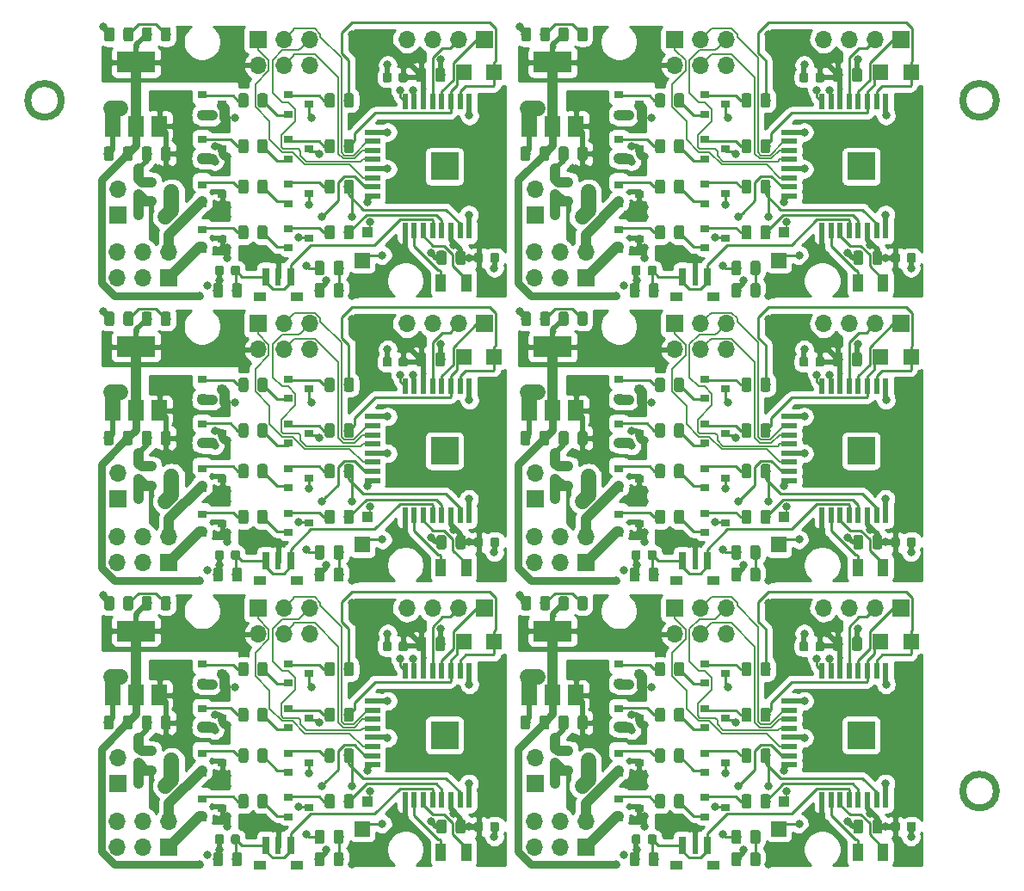
<source format=gbr>
G04 #@! TF.GenerationSoftware,KiCad,Pcbnew,5.0.0*
G04 #@! TF.CreationDate,2018-12-15T19:02:39-05:00*
G04 #@! TF.ProjectId,BT_12V_SmartSwitch-panelized,42545F3132565F536D61727453776974,rev?*
G04 #@! TF.SameCoordinates,Original*
G04 #@! TF.FileFunction,Copper,L1,Top,Signal*
G04 #@! TF.FilePolarity,Positive*
%FSLAX46Y46*%
G04 Gerber Fmt 4.6, Leading zero omitted, Abs format (unit mm)*
G04 Created by KiCad (PCBNEW 5.0.0) date Sat Dec 15 19:02:39 2018*
%MOMM*%
%LPD*%
G01*
G04 APERTURE LIST*
G04 #@! TA.AperFunction,EtchedComponent*
%ADD10C,0.381000*%
G04 #@! TD*
G04 #@! TA.AperFunction,SMDPad,CuDef*
%ADD11R,0.500000X1.550000*%
G04 #@! TD*
G04 #@! TA.AperFunction,ComponentPad*
%ADD12C,0.800000*%
G04 #@! TD*
G04 #@! TA.AperFunction,SMDPad,CuDef*
%ADD13R,1.550000X0.500000*%
G04 #@! TD*
G04 #@! TA.AperFunction,SMDPad,CuDef*
%ADD14R,2.700000X2.700000*%
G04 #@! TD*
G04 #@! TA.AperFunction,SMDPad,CuDef*
%ADD15R,1.300000X0.900000*%
G04 #@! TD*
G04 #@! TA.AperFunction,SMDPad,CuDef*
%ADD16R,0.750000X1.800000*%
G04 #@! TD*
G04 #@! TA.AperFunction,SMDPad,CuDef*
%ADD17R,0.600000X1.800000*%
G04 #@! TD*
G04 #@! TA.AperFunction,SMDPad,CuDef*
%ADD18R,1.000000X1.000000*%
G04 #@! TD*
G04 #@! TA.AperFunction,SMDPad,CuDef*
%ADD19R,1.500000X1.500000*%
G04 #@! TD*
G04 #@! TA.AperFunction,ComponentPad*
%ADD20R,1.700000X1.700000*%
G04 #@! TD*
G04 #@! TA.AperFunction,ComponentPad*
%ADD21O,1.700000X1.700000*%
G04 #@! TD*
G04 #@! TA.AperFunction,Conductor*
%ADD22C,0.100000*%
G04 #@! TD*
G04 #@! TA.AperFunction,SMDPad,CuDef*
%ADD23C,0.875000*%
G04 #@! TD*
G04 #@! TA.AperFunction,SMDPad,CuDef*
%ADD24C,0.975000*%
G04 #@! TD*
G04 #@! TA.AperFunction,SMDPad,CuDef*
%ADD25R,0.900000X0.800000*%
G04 #@! TD*
G04 #@! TA.AperFunction,SMDPad,CuDef*
%ADD26R,1.000000X1.800000*%
G04 #@! TD*
G04 #@! TA.AperFunction,SMDPad,CuDef*
%ADD27R,3.800000X2.000000*%
G04 #@! TD*
G04 #@! TA.AperFunction,SMDPad,CuDef*
%ADD28R,1.500000X2.000000*%
G04 #@! TD*
G04 #@! TA.AperFunction,ViaPad*
%ADD29C,0.800000*%
G04 #@! TD*
G04 #@! TA.AperFunction,Conductor*
%ADD30C,0.250000*%
G04 #@! TD*
G04 #@! TA.AperFunction,Conductor*
%ADD31C,0.500000*%
G04 #@! TD*
G04 #@! TA.AperFunction,Conductor*
%ADD32C,1.000000*%
G04 #@! TD*
G04 #@! TA.AperFunction,Conductor*
%ADD33C,0.750000*%
G04 #@! TD*
G04 #@! TA.AperFunction,Conductor*
%ADD34C,0.150000*%
G04 #@! TD*
G04 #@! TA.AperFunction,Conductor*
%ADD35C,1.500000*%
G04 #@! TD*
G04 #@! TA.AperFunction,Conductor*
%ADD36C,0.254000*%
G04 #@! TD*
G04 APERTURE END LIST*
D10*
G04 #@! TO.C,REF\002A\002A*
X95290700Y-46000000D02*
G75*
G03X95290700Y-46000000I-1790700J0D01*
G01*
X95029080Y-46000000D02*
G75*
G03X95029080Y-46000000I-1529080J0D01*
G01*
X187290700Y-46000000D02*
G75*
G03X187290700Y-46000000I-1790700J0D01*
G01*
X187029080Y-46000000D02*
G75*
G03X187029080Y-46000000I-1529080J0D01*
G01*
X187290700Y-114000000D02*
G75*
G03X187290700Y-114000000I-1790700J0D01*
G01*
X187029080Y-114000000D02*
G75*
G03X187029080Y-114000000I-1529080J0D01*
G01*
G04 #@! TD*
D11*
G04 #@! TO.P,U2,1*
G04 #@! TO.N,GND*
X176274000Y-46150000D03*
D12*
G04 #@! TO.P,U2,25*
X174750000Y-51600000D03*
X174750000Y-52500000D03*
X174750000Y-53400000D03*
X173850000Y-51600000D03*
X172950000Y-51600000D03*
X172950000Y-52500000D03*
X173850000Y-52500000D03*
X173850000Y-53400000D03*
X172950000Y-53400000D03*
D11*
G04 #@! TO.P,U2,2*
G04 #@! TO.N,CTRL_OUT4*
X175374000Y-46150000D03*
G04 #@! TO.P,U2,3*
G04 #@! TO.N,CTRL_OUT3*
X174474000Y-46150000D03*
G04 #@! TO.P,U2,4*
G04 #@! TO.N,RxD*
X173574000Y-46150000D03*
G04 #@! TO.P,U2,5*
G04 #@! TO.N,TxD*
X172674000Y-46150000D03*
G04 #@! TO.P,U2,6*
G04 #@! TO.N,VDD*
X171774000Y-46140000D03*
G04 #@! TO.P,U2,7*
G04 #@! TO.N,CTS*
X170874000Y-46150000D03*
G04 #@! TO.P,U2,8*
G04 #@! TO.N,RTS*
X169974000Y-46150000D03*
D13*
G04 #@! TO.P,U2,9*
G04 #@! TO.N,GND*
X166750000Y-49125000D03*
G04 #@! TO.P,U2,10*
G04 #@! TO.N,SPI_SCK*
X166750000Y-50025000D03*
G04 #@! TO.P,U2,11*
G04 #@! TO.N,SPI_MOSI*
X166750000Y-50925000D03*
G04 #@! TO.P,U2,12*
G04 #@! TO.N,SPI_SSN*
X166750000Y-51825000D03*
G04 #@! TO.P,U2,13*
G04 #@! TO.N,GND*
X166750000Y-52725000D03*
G04 #@! TO.P,U2,14*
G04 #@! TO.N,SPI_MISO*
X166750000Y-53625000D03*
G04 #@! TO.P,U2,15*
G04 #@! TO.N,STATUS*
X166750000Y-54525000D03*
G04 #@! TO.P,U2,16*
G04 #@! TO.N,ADC_IN2*
X166750000Y-55425000D03*
D11*
G04 #@! TO.P,U2,21*
G04 #@! TO.N,CTRL_OUT1*
X173574000Y-58850000D03*
G04 #@! TO.P,U2,24*
G04 #@! TO.N,GND*
X176274000Y-58850000D03*
G04 #@! TO.P,U2,18*
G04 #@! TO.N,Net-(U2-Pad18)*
X170874000Y-58850000D03*
G04 #@! TO.P,U2,17*
G04 #@! TO.N,VDD*
X169974000Y-58850000D03*
G04 #@! TO.P,U2,19*
G04 #@! TO.N,Net-(U2-Pad19)*
X171774000Y-58840000D03*
G04 #@! TO.P,U2,22*
G04 #@! TO.N,VDD*
X174474000Y-58850000D03*
G04 #@! TO.P,U2,23*
G04 #@! TO.N,CTRL_OUT2*
X175374000Y-58850000D03*
G04 #@! TO.P,U2,20*
G04 #@! TO.N,RESET*
X172674000Y-58850000D03*
D14*
G04 #@! TO.P,U2,25*
G04 #@! TO.N,GND*
X173850000Y-52500000D03*
G04 #@! TD*
D15*
G04 #@! TO.P,SW1,*
G04 #@! TO.N,*
X155650000Y-65300000D03*
X159350000Y-65300000D03*
D16*
G04 #@! TO.P,SW1,1*
G04 #@! TO.N,RESET*
X158725000Y-63350000D03*
D17*
G04 #@! TO.P,SW1,2*
G04 #@! TO.N,VDD*
X157500000Y-63350000D03*
D16*
G04 #@! TO.P,SW1,1*
G04 #@! TO.N,RESET*
X156275000Y-63350000D03*
G04 #@! TD*
D18*
G04 #@! TO.P,TP1,1*
G04 #@! TO.N,ADC_IN2*
X166250000Y-59000000D03*
G04 #@! TD*
D19*
G04 #@! TO.P,TP2,1*
G04 #@! TO.N,CTRL_OUT2*
X165750000Y-61750000D03*
G04 #@! TD*
G04 #@! TO.P,TP4,1*
G04 #@! TO.N,CTRL_OUT4*
X178750000Y-43250000D03*
G04 #@! TD*
G04 #@! TO.P,TP3,1*
G04 #@! TO.N,CTRL_OUT3*
X175750000Y-43250000D03*
G04 #@! TD*
D20*
G04 #@! TO.P,J3,1*
G04 #@! TO.N,RxD*
X177750000Y-40000000D03*
D21*
G04 #@! TO.P,J3,2*
G04 #@! TO.N,TxD*
X175210000Y-40000000D03*
G04 #@! TO.P,J3,3*
G04 #@! TO.N,CTS*
X172670000Y-40000000D03*
G04 #@! TO.P,J3,4*
G04 #@! TO.N,RTS*
X170130000Y-40000000D03*
G04 #@! TD*
D22*
G04 #@! TO.N,RESET*
G04 #@! TO.C,C7*
G36*
X153527691Y-62276053D02*
X153548926Y-62279203D01*
X153569750Y-62284419D01*
X153589962Y-62291651D01*
X153609368Y-62300830D01*
X153627781Y-62311866D01*
X153645024Y-62324654D01*
X153660930Y-62339070D01*
X153675346Y-62354976D01*
X153688134Y-62372219D01*
X153699170Y-62390632D01*
X153708349Y-62410038D01*
X153715581Y-62430250D01*
X153720797Y-62451074D01*
X153723947Y-62472309D01*
X153725000Y-62493750D01*
X153725000Y-63006250D01*
X153723947Y-63027691D01*
X153720797Y-63048926D01*
X153715581Y-63069750D01*
X153708349Y-63089962D01*
X153699170Y-63109368D01*
X153688134Y-63127781D01*
X153675346Y-63145024D01*
X153660930Y-63160930D01*
X153645024Y-63175346D01*
X153627781Y-63188134D01*
X153609368Y-63199170D01*
X153589962Y-63208349D01*
X153569750Y-63215581D01*
X153548926Y-63220797D01*
X153527691Y-63223947D01*
X153506250Y-63225000D01*
X153068750Y-63225000D01*
X153047309Y-63223947D01*
X153026074Y-63220797D01*
X153005250Y-63215581D01*
X152985038Y-63208349D01*
X152965632Y-63199170D01*
X152947219Y-63188134D01*
X152929976Y-63175346D01*
X152914070Y-63160930D01*
X152899654Y-63145024D01*
X152886866Y-63127781D01*
X152875830Y-63109368D01*
X152866651Y-63089962D01*
X152859419Y-63069750D01*
X152854203Y-63048926D01*
X152851053Y-63027691D01*
X152850000Y-63006250D01*
X152850000Y-62493750D01*
X152851053Y-62472309D01*
X152854203Y-62451074D01*
X152859419Y-62430250D01*
X152866651Y-62410038D01*
X152875830Y-62390632D01*
X152886866Y-62372219D01*
X152899654Y-62354976D01*
X152914070Y-62339070D01*
X152929976Y-62324654D01*
X152947219Y-62311866D01*
X152965632Y-62300830D01*
X152985038Y-62291651D01*
X153005250Y-62284419D01*
X153026074Y-62279203D01*
X153047309Y-62276053D01*
X153068750Y-62275000D01*
X153506250Y-62275000D01*
X153527691Y-62276053D01*
X153527691Y-62276053D01*
G37*
D23*
G04 #@! TD*
G04 #@! TO.P,C7,1*
G04 #@! TO.N,RESET*
X153287500Y-62750000D03*
D22*
G04 #@! TO.N,GND*
G04 #@! TO.C,C7*
G36*
X151952691Y-62276053D02*
X151973926Y-62279203D01*
X151994750Y-62284419D01*
X152014962Y-62291651D01*
X152034368Y-62300830D01*
X152052781Y-62311866D01*
X152070024Y-62324654D01*
X152085930Y-62339070D01*
X152100346Y-62354976D01*
X152113134Y-62372219D01*
X152124170Y-62390632D01*
X152133349Y-62410038D01*
X152140581Y-62430250D01*
X152145797Y-62451074D01*
X152148947Y-62472309D01*
X152150000Y-62493750D01*
X152150000Y-63006250D01*
X152148947Y-63027691D01*
X152145797Y-63048926D01*
X152140581Y-63069750D01*
X152133349Y-63089962D01*
X152124170Y-63109368D01*
X152113134Y-63127781D01*
X152100346Y-63145024D01*
X152085930Y-63160930D01*
X152070024Y-63175346D01*
X152052781Y-63188134D01*
X152034368Y-63199170D01*
X152014962Y-63208349D01*
X151994750Y-63215581D01*
X151973926Y-63220797D01*
X151952691Y-63223947D01*
X151931250Y-63225000D01*
X151493750Y-63225000D01*
X151472309Y-63223947D01*
X151451074Y-63220797D01*
X151430250Y-63215581D01*
X151410038Y-63208349D01*
X151390632Y-63199170D01*
X151372219Y-63188134D01*
X151354976Y-63175346D01*
X151339070Y-63160930D01*
X151324654Y-63145024D01*
X151311866Y-63127781D01*
X151300830Y-63109368D01*
X151291651Y-63089962D01*
X151284419Y-63069750D01*
X151279203Y-63048926D01*
X151276053Y-63027691D01*
X151275000Y-63006250D01*
X151275000Y-62493750D01*
X151276053Y-62472309D01*
X151279203Y-62451074D01*
X151284419Y-62430250D01*
X151291651Y-62410038D01*
X151300830Y-62390632D01*
X151311866Y-62372219D01*
X151324654Y-62354976D01*
X151339070Y-62339070D01*
X151354976Y-62324654D01*
X151372219Y-62311866D01*
X151390632Y-62300830D01*
X151410038Y-62291651D01*
X151430250Y-62284419D01*
X151451074Y-62279203D01*
X151472309Y-62276053D01*
X151493750Y-62275000D01*
X151931250Y-62275000D01*
X151952691Y-62276053D01*
X151952691Y-62276053D01*
G37*
D23*
G04 #@! TD*
G04 #@! TO.P,C7,2*
G04 #@! TO.N,GND*
X151712500Y-62750000D03*
D22*
G04 #@! TO.N,GND*
G04 #@! TO.C,C3*
G36*
X173705142Y-42801174D02*
X173728803Y-42804684D01*
X173752007Y-42810496D01*
X173774529Y-42818554D01*
X173796153Y-42828782D01*
X173816670Y-42841079D01*
X173835883Y-42855329D01*
X173853607Y-42871393D01*
X173869671Y-42889117D01*
X173883921Y-42908330D01*
X173896218Y-42928847D01*
X173906446Y-42950471D01*
X173914504Y-42972993D01*
X173920316Y-42996197D01*
X173923826Y-43019858D01*
X173925000Y-43043750D01*
X173925000Y-43956250D01*
X173923826Y-43980142D01*
X173920316Y-44003803D01*
X173914504Y-44027007D01*
X173906446Y-44049529D01*
X173896218Y-44071153D01*
X173883921Y-44091670D01*
X173869671Y-44110883D01*
X173853607Y-44128607D01*
X173835883Y-44144671D01*
X173816670Y-44158921D01*
X173796153Y-44171218D01*
X173774529Y-44181446D01*
X173752007Y-44189504D01*
X173728803Y-44195316D01*
X173705142Y-44198826D01*
X173681250Y-44200000D01*
X173193750Y-44200000D01*
X173169858Y-44198826D01*
X173146197Y-44195316D01*
X173122993Y-44189504D01*
X173100471Y-44181446D01*
X173078847Y-44171218D01*
X173058330Y-44158921D01*
X173039117Y-44144671D01*
X173021393Y-44128607D01*
X173005329Y-44110883D01*
X172991079Y-44091670D01*
X172978782Y-44071153D01*
X172968554Y-44049529D01*
X172960496Y-44027007D01*
X172954684Y-44003803D01*
X172951174Y-43980142D01*
X172950000Y-43956250D01*
X172950000Y-43043750D01*
X172951174Y-43019858D01*
X172954684Y-42996197D01*
X172960496Y-42972993D01*
X172968554Y-42950471D01*
X172978782Y-42928847D01*
X172991079Y-42908330D01*
X173005329Y-42889117D01*
X173021393Y-42871393D01*
X173039117Y-42855329D01*
X173058330Y-42841079D01*
X173078847Y-42828782D01*
X173100471Y-42818554D01*
X173122993Y-42810496D01*
X173146197Y-42804684D01*
X173169858Y-42801174D01*
X173193750Y-42800000D01*
X173681250Y-42800000D01*
X173705142Y-42801174D01*
X173705142Y-42801174D01*
G37*
D24*
G04 #@! TD*
G04 #@! TO.P,C3,2*
G04 #@! TO.N,GND*
X173437500Y-43500000D03*
D22*
G04 #@! TO.N,VDD*
G04 #@! TO.C,C3*
G36*
X171830142Y-42801174D02*
X171853803Y-42804684D01*
X171877007Y-42810496D01*
X171899529Y-42818554D01*
X171921153Y-42828782D01*
X171941670Y-42841079D01*
X171960883Y-42855329D01*
X171978607Y-42871393D01*
X171994671Y-42889117D01*
X172008921Y-42908330D01*
X172021218Y-42928847D01*
X172031446Y-42950471D01*
X172039504Y-42972993D01*
X172045316Y-42996197D01*
X172048826Y-43019858D01*
X172050000Y-43043750D01*
X172050000Y-43956250D01*
X172048826Y-43980142D01*
X172045316Y-44003803D01*
X172039504Y-44027007D01*
X172031446Y-44049529D01*
X172021218Y-44071153D01*
X172008921Y-44091670D01*
X171994671Y-44110883D01*
X171978607Y-44128607D01*
X171960883Y-44144671D01*
X171941670Y-44158921D01*
X171921153Y-44171218D01*
X171899529Y-44181446D01*
X171877007Y-44189504D01*
X171853803Y-44195316D01*
X171830142Y-44198826D01*
X171806250Y-44200000D01*
X171318750Y-44200000D01*
X171294858Y-44198826D01*
X171271197Y-44195316D01*
X171247993Y-44189504D01*
X171225471Y-44181446D01*
X171203847Y-44171218D01*
X171183330Y-44158921D01*
X171164117Y-44144671D01*
X171146393Y-44128607D01*
X171130329Y-44110883D01*
X171116079Y-44091670D01*
X171103782Y-44071153D01*
X171093554Y-44049529D01*
X171085496Y-44027007D01*
X171079684Y-44003803D01*
X171076174Y-43980142D01*
X171075000Y-43956250D01*
X171075000Y-43043750D01*
X171076174Y-43019858D01*
X171079684Y-42996197D01*
X171085496Y-42972993D01*
X171093554Y-42950471D01*
X171103782Y-42928847D01*
X171116079Y-42908330D01*
X171130329Y-42889117D01*
X171146393Y-42871393D01*
X171164117Y-42855329D01*
X171183330Y-42841079D01*
X171203847Y-42828782D01*
X171225471Y-42818554D01*
X171247993Y-42810496D01*
X171271197Y-42804684D01*
X171294858Y-42801174D01*
X171318750Y-42800000D01*
X171806250Y-42800000D01*
X171830142Y-42801174D01*
X171830142Y-42801174D01*
G37*
D24*
G04 #@! TD*
G04 #@! TO.P,C3,1*
G04 #@! TO.N,VDD*
X171562500Y-43500000D03*
D22*
G04 #@! TO.N,GND*
G04 #@! TO.C,C6*
G36*
X173830142Y-60801174D02*
X173853803Y-60804684D01*
X173877007Y-60810496D01*
X173899529Y-60818554D01*
X173921153Y-60828782D01*
X173941670Y-60841079D01*
X173960883Y-60855329D01*
X173978607Y-60871393D01*
X173994671Y-60889117D01*
X174008921Y-60908330D01*
X174021218Y-60928847D01*
X174031446Y-60950471D01*
X174039504Y-60972993D01*
X174045316Y-60996197D01*
X174048826Y-61019858D01*
X174050000Y-61043750D01*
X174050000Y-61956250D01*
X174048826Y-61980142D01*
X174045316Y-62003803D01*
X174039504Y-62027007D01*
X174031446Y-62049529D01*
X174021218Y-62071153D01*
X174008921Y-62091670D01*
X173994671Y-62110883D01*
X173978607Y-62128607D01*
X173960883Y-62144671D01*
X173941670Y-62158921D01*
X173921153Y-62171218D01*
X173899529Y-62181446D01*
X173877007Y-62189504D01*
X173853803Y-62195316D01*
X173830142Y-62198826D01*
X173806250Y-62200000D01*
X173318750Y-62200000D01*
X173294858Y-62198826D01*
X173271197Y-62195316D01*
X173247993Y-62189504D01*
X173225471Y-62181446D01*
X173203847Y-62171218D01*
X173183330Y-62158921D01*
X173164117Y-62144671D01*
X173146393Y-62128607D01*
X173130329Y-62110883D01*
X173116079Y-62091670D01*
X173103782Y-62071153D01*
X173093554Y-62049529D01*
X173085496Y-62027007D01*
X173079684Y-62003803D01*
X173076174Y-61980142D01*
X173075000Y-61956250D01*
X173075000Y-61043750D01*
X173076174Y-61019858D01*
X173079684Y-60996197D01*
X173085496Y-60972993D01*
X173093554Y-60950471D01*
X173103782Y-60928847D01*
X173116079Y-60908330D01*
X173130329Y-60889117D01*
X173146393Y-60871393D01*
X173164117Y-60855329D01*
X173183330Y-60841079D01*
X173203847Y-60828782D01*
X173225471Y-60818554D01*
X173247993Y-60810496D01*
X173271197Y-60804684D01*
X173294858Y-60801174D01*
X173318750Y-60800000D01*
X173806250Y-60800000D01*
X173830142Y-60801174D01*
X173830142Y-60801174D01*
G37*
D24*
G04 #@! TD*
G04 #@! TO.P,C6,2*
G04 #@! TO.N,GND*
X173562500Y-61500000D03*
D22*
G04 #@! TO.N,VDD*
G04 #@! TO.C,C6*
G36*
X175705142Y-60801174D02*
X175728803Y-60804684D01*
X175752007Y-60810496D01*
X175774529Y-60818554D01*
X175796153Y-60828782D01*
X175816670Y-60841079D01*
X175835883Y-60855329D01*
X175853607Y-60871393D01*
X175869671Y-60889117D01*
X175883921Y-60908330D01*
X175896218Y-60928847D01*
X175906446Y-60950471D01*
X175914504Y-60972993D01*
X175920316Y-60996197D01*
X175923826Y-61019858D01*
X175925000Y-61043750D01*
X175925000Y-61956250D01*
X175923826Y-61980142D01*
X175920316Y-62003803D01*
X175914504Y-62027007D01*
X175906446Y-62049529D01*
X175896218Y-62071153D01*
X175883921Y-62091670D01*
X175869671Y-62110883D01*
X175853607Y-62128607D01*
X175835883Y-62144671D01*
X175816670Y-62158921D01*
X175796153Y-62171218D01*
X175774529Y-62181446D01*
X175752007Y-62189504D01*
X175728803Y-62195316D01*
X175705142Y-62198826D01*
X175681250Y-62200000D01*
X175193750Y-62200000D01*
X175169858Y-62198826D01*
X175146197Y-62195316D01*
X175122993Y-62189504D01*
X175100471Y-62181446D01*
X175078847Y-62171218D01*
X175058330Y-62158921D01*
X175039117Y-62144671D01*
X175021393Y-62128607D01*
X175005329Y-62110883D01*
X174991079Y-62091670D01*
X174978782Y-62071153D01*
X174968554Y-62049529D01*
X174960496Y-62027007D01*
X174954684Y-62003803D01*
X174951174Y-61980142D01*
X174950000Y-61956250D01*
X174950000Y-61043750D01*
X174951174Y-61019858D01*
X174954684Y-60996197D01*
X174960496Y-60972993D01*
X174968554Y-60950471D01*
X174978782Y-60928847D01*
X174991079Y-60908330D01*
X175005329Y-60889117D01*
X175021393Y-60871393D01*
X175039117Y-60855329D01*
X175058330Y-60841079D01*
X175078847Y-60828782D01*
X175100471Y-60818554D01*
X175122993Y-60810496D01*
X175146197Y-60804684D01*
X175169858Y-60801174D01*
X175193750Y-60800000D01*
X175681250Y-60800000D01*
X175705142Y-60801174D01*
X175705142Y-60801174D01*
G37*
D24*
G04 #@! TD*
G04 #@! TO.P,C6,1*
G04 #@! TO.N,VDD*
X175437500Y-61500000D03*
D22*
G04 #@! TO.N,VDD*
G04 #@! TO.C,C2*
G36*
X142955142Y-50551174D02*
X142978803Y-50554684D01*
X143002007Y-50560496D01*
X143024529Y-50568554D01*
X143046153Y-50578782D01*
X143066670Y-50591079D01*
X143085883Y-50605329D01*
X143103607Y-50621393D01*
X143119671Y-50639117D01*
X143133921Y-50658330D01*
X143146218Y-50678847D01*
X143156446Y-50700471D01*
X143164504Y-50722993D01*
X143170316Y-50746197D01*
X143173826Y-50769858D01*
X143175000Y-50793750D01*
X143175000Y-51706250D01*
X143173826Y-51730142D01*
X143170316Y-51753803D01*
X143164504Y-51777007D01*
X143156446Y-51799529D01*
X143146218Y-51821153D01*
X143133921Y-51841670D01*
X143119671Y-51860883D01*
X143103607Y-51878607D01*
X143085883Y-51894671D01*
X143066670Y-51908921D01*
X143046153Y-51921218D01*
X143024529Y-51931446D01*
X143002007Y-51939504D01*
X142978803Y-51945316D01*
X142955142Y-51948826D01*
X142931250Y-51950000D01*
X142443750Y-51950000D01*
X142419858Y-51948826D01*
X142396197Y-51945316D01*
X142372993Y-51939504D01*
X142350471Y-51931446D01*
X142328847Y-51921218D01*
X142308330Y-51908921D01*
X142289117Y-51894671D01*
X142271393Y-51878607D01*
X142255329Y-51860883D01*
X142241079Y-51841670D01*
X142228782Y-51821153D01*
X142218554Y-51799529D01*
X142210496Y-51777007D01*
X142204684Y-51753803D01*
X142201174Y-51730142D01*
X142200000Y-51706250D01*
X142200000Y-50793750D01*
X142201174Y-50769858D01*
X142204684Y-50746197D01*
X142210496Y-50722993D01*
X142218554Y-50700471D01*
X142228782Y-50678847D01*
X142241079Y-50658330D01*
X142255329Y-50639117D01*
X142271393Y-50621393D01*
X142289117Y-50605329D01*
X142308330Y-50591079D01*
X142328847Y-50578782D01*
X142350471Y-50568554D01*
X142372993Y-50560496D01*
X142396197Y-50554684D01*
X142419858Y-50551174D01*
X142443750Y-50550000D01*
X142931250Y-50550000D01*
X142955142Y-50551174D01*
X142955142Y-50551174D01*
G37*
D24*
G04 #@! TD*
G04 #@! TO.P,C2,1*
G04 #@! TO.N,VDD*
X142687500Y-51250000D03*
D22*
G04 #@! TO.N,GND*
G04 #@! TO.C,C2*
G36*
X141080142Y-50551174D02*
X141103803Y-50554684D01*
X141127007Y-50560496D01*
X141149529Y-50568554D01*
X141171153Y-50578782D01*
X141191670Y-50591079D01*
X141210883Y-50605329D01*
X141228607Y-50621393D01*
X141244671Y-50639117D01*
X141258921Y-50658330D01*
X141271218Y-50678847D01*
X141281446Y-50700471D01*
X141289504Y-50722993D01*
X141295316Y-50746197D01*
X141298826Y-50769858D01*
X141300000Y-50793750D01*
X141300000Y-51706250D01*
X141298826Y-51730142D01*
X141295316Y-51753803D01*
X141289504Y-51777007D01*
X141281446Y-51799529D01*
X141271218Y-51821153D01*
X141258921Y-51841670D01*
X141244671Y-51860883D01*
X141228607Y-51878607D01*
X141210883Y-51894671D01*
X141191670Y-51908921D01*
X141171153Y-51921218D01*
X141149529Y-51931446D01*
X141127007Y-51939504D01*
X141103803Y-51945316D01*
X141080142Y-51948826D01*
X141056250Y-51950000D01*
X140568750Y-51950000D01*
X140544858Y-51948826D01*
X140521197Y-51945316D01*
X140497993Y-51939504D01*
X140475471Y-51931446D01*
X140453847Y-51921218D01*
X140433330Y-51908921D01*
X140414117Y-51894671D01*
X140396393Y-51878607D01*
X140380329Y-51860883D01*
X140366079Y-51841670D01*
X140353782Y-51821153D01*
X140343554Y-51799529D01*
X140335496Y-51777007D01*
X140329684Y-51753803D01*
X140326174Y-51730142D01*
X140325000Y-51706250D01*
X140325000Y-50793750D01*
X140326174Y-50769858D01*
X140329684Y-50746197D01*
X140335496Y-50722993D01*
X140343554Y-50700471D01*
X140353782Y-50678847D01*
X140366079Y-50658330D01*
X140380329Y-50639117D01*
X140396393Y-50621393D01*
X140414117Y-50605329D01*
X140433330Y-50591079D01*
X140453847Y-50578782D01*
X140475471Y-50568554D01*
X140497993Y-50560496D01*
X140521197Y-50554684D01*
X140544858Y-50551174D01*
X140568750Y-50550000D01*
X141056250Y-50550000D01*
X141080142Y-50551174D01*
X141080142Y-50551174D01*
G37*
D24*
G04 #@! TD*
G04 #@! TO.P,C2,2*
G04 #@! TO.N,GND*
X140812500Y-51250000D03*
D20*
G04 #@! TO.P,J1,1*
G04 #@! TO.N,12V_SUPP*
X141750000Y-57250000D03*
D21*
G04 #@! TO.P,J1,2*
G04 #@! TO.N,GND*
X141750000Y-54710000D03*
G04 #@! TD*
G04 #@! TO.P,J4,6*
G04 #@! TO.N,GND*
X160580000Y-42540000D03*
G04 #@! TO.P,J4,5*
G04 #@! TO.N,SPI_SSN*
X160580000Y-40000000D03*
G04 #@! TO.P,J4,4*
G04 #@! TO.N,SPI_MOSI*
X158040000Y-42540000D03*
G04 #@! TO.P,J4,3*
G04 #@! TO.N,SPI_SCK*
X158040000Y-40000000D03*
G04 #@! TO.P,J4,2*
G04 #@! TO.N,VDD*
X155500000Y-42540000D03*
D20*
G04 #@! TO.P,J4,1*
G04 #@! TO.N,SPI_MISO*
X155500000Y-40000000D03*
G04 #@! TD*
G04 #@! TO.P,J2,1*
G04 #@! TO.N,LOAD_OUT1*
X146750000Y-63500000D03*
D21*
G04 #@! TO.P,J2,2*
G04 #@! TO.N,LOAD_OUT2*
X146750000Y-60960000D03*
G04 #@! TO.P,J2,3*
G04 #@! TO.N,LOAD_OUT3*
X144210000Y-63500000D03*
G04 #@! TO.P,J2,4*
G04 #@! TO.N,LOAD_OUT4*
X144210000Y-60960000D03*
G04 #@! TO.P,J2,5*
G04 #@! TO.N,GND*
X141670000Y-63500000D03*
G04 #@! TO.P,J2,6*
X141670000Y-60960000D03*
G04 #@! TD*
D25*
G04 #@! TO.P,Q7,3*
G04 #@! TO.N,GND*
X160500000Y-46400000D03*
G04 #@! TO.P,Q7,2*
G04 #@! TO.N,Net-(Q7-Pad2)*
X158500000Y-47350000D03*
G04 #@! TO.P,Q7,1*
G04 #@! TO.N,Net-(Q7-Pad1)*
X158500000Y-45450000D03*
G04 #@! TD*
G04 #@! TO.P,Q4,1*
G04 #@! TO.N,Net-(Q4-Pad1)*
X150000000Y-58750000D03*
G04 #@! TO.P,Q4,2*
G04 #@! TO.N,LOAD_OUT1*
X150000000Y-60650000D03*
G04 #@! TO.P,Q4,3*
G04 #@! TO.N,+12V*
X152000000Y-59700000D03*
G04 #@! TD*
G04 #@! TO.P,Q9,3*
G04 #@! TO.N,+12V*
X152000000Y-46400000D03*
G04 #@! TO.P,Q9,2*
G04 #@! TO.N,LOAD_OUT4*
X150000000Y-47350000D03*
G04 #@! TO.P,Q9,1*
G04 #@! TO.N,Net-(Q9-Pad1)*
X150000000Y-45450000D03*
G04 #@! TD*
G04 #@! TO.P,Q8,1*
G04 #@! TO.N,Net-(Q8-Pad1)*
X150000000Y-49850000D03*
G04 #@! TO.P,Q8,2*
G04 #@! TO.N,LOAD_OUT3*
X150000000Y-51750000D03*
G04 #@! TO.P,Q8,3*
G04 #@! TO.N,+12V*
X152000000Y-50800000D03*
G04 #@! TD*
G04 #@! TO.P,Q6,3*
G04 #@! TO.N,GND*
X160500000Y-50800000D03*
G04 #@! TO.P,Q6,2*
G04 #@! TO.N,Net-(Q6-Pad2)*
X158500000Y-51750000D03*
G04 #@! TO.P,Q6,1*
G04 #@! TO.N,Net-(Q6-Pad1)*
X158500000Y-49850000D03*
G04 #@! TD*
G04 #@! TO.P,Q5,1*
G04 #@! TO.N,Net-(Q5-Pad1)*
X150000000Y-54300000D03*
G04 #@! TO.P,Q5,2*
G04 #@! TO.N,LOAD_OUT2*
X150000000Y-56200000D03*
G04 #@! TO.P,Q5,3*
G04 #@! TO.N,+12V*
X152000000Y-55250000D03*
G04 #@! TD*
D22*
G04 #@! TO.N,Net-(Q7-Pad2)*
G04 #@! TO.C,R9*
G36*
X156205142Y-45301174D02*
X156228803Y-45304684D01*
X156252007Y-45310496D01*
X156274529Y-45318554D01*
X156296153Y-45328782D01*
X156316670Y-45341079D01*
X156335883Y-45355329D01*
X156353607Y-45371393D01*
X156369671Y-45389117D01*
X156383921Y-45408330D01*
X156396218Y-45428847D01*
X156406446Y-45450471D01*
X156414504Y-45472993D01*
X156420316Y-45496197D01*
X156423826Y-45519858D01*
X156425000Y-45543750D01*
X156425000Y-46456250D01*
X156423826Y-46480142D01*
X156420316Y-46503803D01*
X156414504Y-46527007D01*
X156406446Y-46549529D01*
X156396218Y-46571153D01*
X156383921Y-46591670D01*
X156369671Y-46610883D01*
X156353607Y-46628607D01*
X156335883Y-46644671D01*
X156316670Y-46658921D01*
X156296153Y-46671218D01*
X156274529Y-46681446D01*
X156252007Y-46689504D01*
X156228803Y-46695316D01*
X156205142Y-46698826D01*
X156181250Y-46700000D01*
X155693750Y-46700000D01*
X155669858Y-46698826D01*
X155646197Y-46695316D01*
X155622993Y-46689504D01*
X155600471Y-46681446D01*
X155578847Y-46671218D01*
X155558330Y-46658921D01*
X155539117Y-46644671D01*
X155521393Y-46628607D01*
X155505329Y-46610883D01*
X155491079Y-46591670D01*
X155478782Y-46571153D01*
X155468554Y-46549529D01*
X155460496Y-46527007D01*
X155454684Y-46503803D01*
X155451174Y-46480142D01*
X155450000Y-46456250D01*
X155450000Y-45543750D01*
X155451174Y-45519858D01*
X155454684Y-45496197D01*
X155460496Y-45472993D01*
X155468554Y-45450471D01*
X155478782Y-45428847D01*
X155491079Y-45408330D01*
X155505329Y-45389117D01*
X155521393Y-45371393D01*
X155539117Y-45355329D01*
X155558330Y-45341079D01*
X155578847Y-45328782D01*
X155600471Y-45318554D01*
X155622993Y-45310496D01*
X155646197Y-45304684D01*
X155669858Y-45301174D01*
X155693750Y-45300000D01*
X156181250Y-45300000D01*
X156205142Y-45301174D01*
X156205142Y-45301174D01*
G37*
D24*
G04 #@! TD*
G04 #@! TO.P,R9,2*
G04 #@! TO.N,Net-(Q7-Pad2)*
X155937500Y-46000000D03*
D22*
G04 #@! TO.N,Net-(Q9-Pad1)*
G04 #@! TO.C,R9*
G36*
X154330142Y-45301174D02*
X154353803Y-45304684D01*
X154377007Y-45310496D01*
X154399529Y-45318554D01*
X154421153Y-45328782D01*
X154441670Y-45341079D01*
X154460883Y-45355329D01*
X154478607Y-45371393D01*
X154494671Y-45389117D01*
X154508921Y-45408330D01*
X154521218Y-45428847D01*
X154531446Y-45450471D01*
X154539504Y-45472993D01*
X154545316Y-45496197D01*
X154548826Y-45519858D01*
X154550000Y-45543750D01*
X154550000Y-46456250D01*
X154548826Y-46480142D01*
X154545316Y-46503803D01*
X154539504Y-46527007D01*
X154531446Y-46549529D01*
X154521218Y-46571153D01*
X154508921Y-46591670D01*
X154494671Y-46610883D01*
X154478607Y-46628607D01*
X154460883Y-46644671D01*
X154441670Y-46658921D01*
X154421153Y-46671218D01*
X154399529Y-46681446D01*
X154377007Y-46689504D01*
X154353803Y-46695316D01*
X154330142Y-46698826D01*
X154306250Y-46700000D01*
X153818750Y-46700000D01*
X153794858Y-46698826D01*
X153771197Y-46695316D01*
X153747993Y-46689504D01*
X153725471Y-46681446D01*
X153703847Y-46671218D01*
X153683330Y-46658921D01*
X153664117Y-46644671D01*
X153646393Y-46628607D01*
X153630329Y-46610883D01*
X153616079Y-46591670D01*
X153603782Y-46571153D01*
X153593554Y-46549529D01*
X153585496Y-46527007D01*
X153579684Y-46503803D01*
X153576174Y-46480142D01*
X153575000Y-46456250D01*
X153575000Y-45543750D01*
X153576174Y-45519858D01*
X153579684Y-45496197D01*
X153585496Y-45472993D01*
X153593554Y-45450471D01*
X153603782Y-45428847D01*
X153616079Y-45408330D01*
X153630329Y-45389117D01*
X153646393Y-45371393D01*
X153664117Y-45355329D01*
X153683330Y-45341079D01*
X153703847Y-45328782D01*
X153725471Y-45318554D01*
X153747993Y-45310496D01*
X153771197Y-45304684D01*
X153794858Y-45301174D01*
X153818750Y-45300000D01*
X154306250Y-45300000D01*
X154330142Y-45301174D01*
X154330142Y-45301174D01*
G37*
D24*
G04 #@! TD*
G04 #@! TO.P,R9,1*
G04 #@! TO.N,Net-(Q9-Pad1)*
X154062500Y-46000000D03*
D22*
G04 #@! TO.N,RESET*
G04 #@! TO.C,R10*
G36*
X153705142Y-64001174D02*
X153728803Y-64004684D01*
X153752007Y-64010496D01*
X153774529Y-64018554D01*
X153796153Y-64028782D01*
X153816670Y-64041079D01*
X153835883Y-64055329D01*
X153853607Y-64071393D01*
X153869671Y-64089117D01*
X153883921Y-64108330D01*
X153896218Y-64128847D01*
X153906446Y-64150471D01*
X153914504Y-64172993D01*
X153920316Y-64196197D01*
X153923826Y-64219858D01*
X153925000Y-64243750D01*
X153925000Y-65156250D01*
X153923826Y-65180142D01*
X153920316Y-65203803D01*
X153914504Y-65227007D01*
X153906446Y-65249529D01*
X153896218Y-65271153D01*
X153883921Y-65291670D01*
X153869671Y-65310883D01*
X153853607Y-65328607D01*
X153835883Y-65344671D01*
X153816670Y-65358921D01*
X153796153Y-65371218D01*
X153774529Y-65381446D01*
X153752007Y-65389504D01*
X153728803Y-65395316D01*
X153705142Y-65398826D01*
X153681250Y-65400000D01*
X153193750Y-65400000D01*
X153169858Y-65398826D01*
X153146197Y-65395316D01*
X153122993Y-65389504D01*
X153100471Y-65381446D01*
X153078847Y-65371218D01*
X153058330Y-65358921D01*
X153039117Y-65344671D01*
X153021393Y-65328607D01*
X153005329Y-65310883D01*
X152991079Y-65291670D01*
X152978782Y-65271153D01*
X152968554Y-65249529D01*
X152960496Y-65227007D01*
X152954684Y-65203803D01*
X152951174Y-65180142D01*
X152950000Y-65156250D01*
X152950000Y-64243750D01*
X152951174Y-64219858D01*
X152954684Y-64196197D01*
X152960496Y-64172993D01*
X152968554Y-64150471D01*
X152978782Y-64128847D01*
X152991079Y-64108330D01*
X153005329Y-64089117D01*
X153021393Y-64071393D01*
X153039117Y-64055329D01*
X153058330Y-64041079D01*
X153078847Y-64028782D01*
X153100471Y-64018554D01*
X153122993Y-64010496D01*
X153146197Y-64004684D01*
X153169858Y-64001174D01*
X153193750Y-64000000D01*
X153681250Y-64000000D01*
X153705142Y-64001174D01*
X153705142Y-64001174D01*
G37*
D24*
G04 #@! TD*
G04 #@! TO.P,R10,1*
G04 #@! TO.N,RESET*
X153437500Y-64700000D03*
D22*
G04 #@! TO.N,GND*
G04 #@! TO.C,R10*
G36*
X151830142Y-64001174D02*
X151853803Y-64004684D01*
X151877007Y-64010496D01*
X151899529Y-64018554D01*
X151921153Y-64028782D01*
X151941670Y-64041079D01*
X151960883Y-64055329D01*
X151978607Y-64071393D01*
X151994671Y-64089117D01*
X152008921Y-64108330D01*
X152021218Y-64128847D01*
X152031446Y-64150471D01*
X152039504Y-64172993D01*
X152045316Y-64196197D01*
X152048826Y-64219858D01*
X152050000Y-64243750D01*
X152050000Y-65156250D01*
X152048826Y-65180142D01*
X152045316Y-65203803D01*
X152039504Y-65227007D01*
X152031446Y-65249529D01*
X152021218Y-65271153D01*
X152008921Y-65291670D01*
X151994671Y-65310883D01*
X151978607Y-65328607D01*
X151960883Y-65344671D01*
X151941670Y-65358921D01*
X151921153Y-65371218D01*
X151899529Y-65381446D01*
X151877007Y-65389504D01*
X151853803Y-65395316D01*
X151830142Y-65398826D01*
X151806250Y-65400000D01*
X151318750Y-65400000D01*
X151294858Y-65398826D01*
X151271197Y-65395316D01*
X151247993Y-65389504D01*
X151225471Y-65381446D01*
X151203847Y-65371218D01*
X151183330Y-65358921D01*
X151164117Y-65344671D01*
X151146393Y-65328607D01*
X151130329Y-65310883D01*
X151116079Y-65291670D01*
X151103782Y-65271153D01*
X151093554Y-65249529D01*
X151085496Y-65227007D01*
X151079684Y-65203803D01*
X151076174Y-65180142D01*
X151075000Y-65156250D01*
X151075000Y-64243750D01*
X151076174Y-64219858D01*
X151079684Y-64196197D01*
X151085496Y-64172993D01*
X151093554Y-64150471D01*
X151103782Y-64128847D01*
X151116079Y-64108330D01*
X151130329Y-64089117D01*
X151146393Y-64071393D01*
X151164117Y-64055329D01*
X151183330Y-64041079D01*
X151203847Y-64028782D01*
X151225471Y-64018554D01*
X151247993Y-64010496D01*
X151271197Y-64004684D01*
X151294858Y-64001174D01*
X151318750Y-64000000D01*
X151806250Y-64000000D01*
X151830142Y-64001174D01*
X151830142Y-64001174D01*
G37*
D24*
G04 #@! TD*
G04 #@! TO.P,R10,2*
G04 #@! TO.N,GND*
X151562500Y-64700000D03*
D22*
G04 #@! TO.N,Net-(D2-Pad2)*
G04 #@! TO.C,R11*
G36*
X163705142Y-61801174D02*
X163728803Y-61804684D01*
X163752007Y-61810496D01*
X163774529Y-61818554D01*
X163796153Y-61828782D01*
X163816670Y-61841079D01*
X163835883Y-61855329D01*
X163853607Y-61871393D01*
X163869671Y-61889117D01*
X163883921Y-61908330D01*
X163896218Y-61928847D01*
X163906446Y-61950471D01*
X163914504Y-61972993D01*
X163920316Y-61996197D01*
X163923826Y-62019858D01*
X163925000Y-62043750D01*
X163925000Y-62956250D01*
X163923826Y-62980142D01*
X163920316Y-63003803D01*
X163914504Y-63027007D01*
X163906446Y-63049529D01*
X163896218Y-63071153D01*
X163883921Y-63091670D01*
X163869671Y-63110883D01*
X163853607Y-63128607D01*
X163835883Y-63144671D01*
X163816670Y-63158921D01*
X163796153Y-63171218D01*
X163774529Y-63181446D01*
X163752007Y-63189504D01*
X163728803Y-63195316D01*
X163705142Y-63198826D01*
X163681250Y-63200000D01*
X163193750Y-63200000D01*
X163169858Y-63198826D01*
X163146197Y-63195316D01*
X163122993Y-63189504D01*
X163100471Y-63181446D01*
X163078847Y-63171218D01*
X163058330Y-63158921D01*
X163039117Y-63144671D01*
X163021393Y-63128607D01*
X163005329Y-63110883D01*
X162991079Y-63091670D01*
X162978782Y-63071153D01*
X162968554Y-63049529D01*
X162960496Y-63027007D01*
X162954684Y-63003803D01*
X162951174Y-62980142D01*
X162950000Y-62956250D01*
X162950000Y-62043750D01*
X162951174Y-62019858D01*
X162954684Y-61996197D01*
X162960496Y-61972993D01*
X162968554Y-61950471D01*
X162978782Y-61928847D01*
X162991079Y-61908330D01*
X163005329Y-61889117D01*
X163021393Y-61871393D01*
X163039117Y-61855329D01*
X163058330Y-61841079D01*
X163078847Y-61828782D01*
X163100471Y-61818554D01*
X163122993Y-61810496D01*
X163146197Y-61804684D01*
X163169858Y-61801174D01*
X163193750Y-61800000D01*
X163681250Y-61800000D01*
X163705142Y-61801174D01*
X163705142Y-61801174D01*
G37*
D24*
G04 #@! TD*
G04 #@! TO.P,R11,2*
G04 #@! TO.N,Net-(D2-Pad2)*
X163437500Y-62500000D03*
D22*
G04 #@! TO.N,STATUS*
G04 #@! TO.C,R11*
G36*
X161830142Y-61801174D02*
X161853803Y-61804684D01*
X161877007Y-61810496D01*
X161899529Y-61818554D01*
X161921153Y-61828782D01*
X161941670Y-61841079D01*
X161960883Y-61855329D01*
X161978607Y-61871393D01*
X161994671Y-61889117D01*
X162008921Y-61908330D01*
X162021218Y-61928847D01*
X162031446Y-61950471D01*
X162039504Y-61972993D01*
X162045316Y-61996197D01*
X162048826Y-62019858D01*
X162050000Y-62043750D01*
X162050000Y-62956250D01*
X162048826Y-62980142D01*
X162045316Y-63003803D01*
X162039504Y-63027007D01*
X162031446Y-63049529D01*
X162021218Y-63071153D01*
X162008921Y-63091670D01*
X161994671Y-63110883D01*
X161978607Y-63128607D01*
X161960883Y-63144671D01*
X161941670Y-63158921D01*
X161921153Y-63171218D01*
X161899529Y-63181446D01*
X161877007Y-63189504D01*
X161853803Y-63195316D01*
X161830142Y-63198826D01*
X161806250Y-63200000D01*
X161318750Y-63200000D01*
X161294858Y-63198826D01*
X161271197Y-63195316D01*
X161247993Y-63189504D01*
X161225471Y-63181446D01*
X161203847Y-63171218D01*
X161183330Y-63158921D01*
X161164117Y-63144671D01*
X161146393Y-63128607D01*
X161130329Y-63110883D01*
X161116079Y-63091670D01*
X161103782Y-63071153D01*
X161093554Y-63049529D01*
X161085496Y-63027007D01*
X161079684Y-63003803D01*
X161076174Y-62980142D01*
X161075000Y-62956250D01*
X161075000Y-62043750D01*
X161076174Y-62019858D01*
X161079684Y-61996197D01*
X161085496Y-61972993D01*
X161093554Y-61950471D01*
X161103782Y-61928847D01*
X161116079Y-61908330D01*
X161130329Y-61889117D01*
X161146393Y-61871393D01*
X161164117Y-61855329D01*
X161183330Y-61841079D01*
X161203847Y-61828782D01*
X161225471Y-61818554D01*
X161247993Y-61810496D01*
X161271197Y-61804684D01*
X161294858Y-61801174D01*
X161318750Y-61800000D01*
X161806250Y-61800000D01*
X161830142Y-61801174D01*
X161830142Y-61801174D01*
G37*
D24*
G04 #@! TD*
G04 #@! TO.P,R11,1*
G04 #@! TO.N,STATUS*
X161562500Y-62500000D03*
D22*
G04 #@! TO.N,CTRL_OUT3*
G04 #@! TO.C,R6*
G36*
X164705142Y-49801174D02*
X164728803Y-49804684D01*
X164752007Y-49810496D01*
X164774529Y-49818554D01*
X164796153Y-49828782D01*
X164816670Y-49841079D01*
X164835883Y-49855329D01*
X164853607Y-49871393D01*
X164869671Y-49889117D01*
X164883921Y-49908330D01*
X164896218Y-49928847D01*
X164906446Y-49950471D01*
X164914504Y-49972993D01*
X164920316Y-49996197D01*
X164923826Y-50019858D01*
X164925000Y-50043750D01*
X164925000Y-50956250D01*
X164923826Y-50980142D01*
X164920316Y-51003803D01*
X164914504Y-51027007D01*
X164906446Y-51049529D01*
X164896218Y-51071153D01*
X164883921Y-51091670D01*
X164869671Y-51110883D01*
X164853607Y-51128607D01*
X164835883Y-51144671D01*
X164816670Y-51158921D01*
X164796153Y-51171218D01*
X164774529Y-51181446D01*
X164752007Y-51189504D01*
X164728803Y-51195316D01*
X164705142Y-51198826D01*
X164681250Y-51200000D01*
X164193750Y-51200000D01*
X164169858Y-51198826D01*
X164146197Y-51195316D01*
X164122993Y-51189504D01*
X164100471Y-51181446D01*
X164078847Y-51171218D01*
X164058330Y-51158921D01*
X164039117Y-51144671D01*
X164021393Y-51128607D01*
X164005329Y-51110883D01*
X163991079Y-51091670D01*
X163978782Y-51071153D01*
X163968554Y-51049529D01*
X163960496Y-51027007D01*
X163954684Y-51003803D01*
X163951174Y-50980142D01*
X163950000Y-50956250D01*
X163950000Y-50043750D01*
X163951174Y-50019858D01*
X163954684Y-49996197D01*
X163960496Y-49972993D01*
X163968554Y-49950471D01*
X163978782Y-49928847D01*
X163991079Y-49908330D01*
X164005329Y-49889117D01*
X164021393Y-49871393D01*
X164039117Y-49855329D01*
X164058330Y-49841079D01*
X164078847Y-49828782D01*
X164100471Y-49818554D01*
X164122993Y-49810496D01*
X164146197Y-49804684D01*
X164169858Y-49801174D01*
X164193750Y-49800000D01*
X164681250Y-49800000D01*
X164705142Y-49801174D01*
X164705142Y-49801174D01*
G37*
D24*
G04 #@! TD*
G04 #@! TO.P,R6,1*
G04 #@! TO.N,CTRL_OUT3*
X164437500Y-50500000D03*
D22*
G04 #@! TO.N,Net-(Q6-Pad1)*
G04 #@! TO.C,R6*
G36*
X162830142Y-49801174D02*
X162853803Y-49804684D01*
X162877007Y-49810496D01*
X162899529Y-49818554D01*
X162921153Y-49828782D01*
X162941670Y-49841079D01*
X162960883Y-49855329D01*
X162978607Y-49871393D01*
X162994671Y-49889117D01*
X163008921Y-49908330D01*
X163021218Y-49928847D01*
X163031446Y-49950471D01*
X163039504Y-49972993D01*
X163045316Y-49996197D01*
X163048826Y-50019858D01*
X163050000Y-50043750D01*
X163050000Y-50956250D01*
X163048826Y-50980142D01*
X163045316Y-51003803D01*
X163039504Y-51027007D01*
X163031446Y-51049529D01*
X163021218Y-51071153D01*
X163008921Y-51091670D01*
X162994671Y-51110883D01*
X162978607Y-51128607D01*
X162960883Y-51144671D01*
X162941670Y-51158921D01*
X162921153Y-51171218D01*
X162899529Y-51181446D01*
X162877007Y-51189504D01*
X162853803Y-51195316D01*
X162830142Y-51198826D01*
X162806250Y-51200000D01*
X162318750Y-51200000D01*
X162294858Y-51198826D01*
X162271197Y-51195316D01*
X162247993Y-51189504D01*
X162225471Y-51181446D01*
X162203847Y-51171218D01*
X162183330Y-51158921D01*
X162164117Y-51144671D01*
X162146393Y-51128607D01*
X162130329Y-51110883D01*
X162116079Y-51091670D01*
X162103782Y-51071153D01*
X162093554Y-51049529D01*
X162085496Y-51027007D01*
X162079684Y-51003803D01*
X162076174Y-50980142D01*
X162075000Y-50956250D01*
X162075000Y-50043750D01*
X162076174Y-50019858D01*
X162079684Y-49996197D01*
X162085496Y-49972993D01*
X162093554Y-49950471D01*
X162103782Y-49928847D01*
X162116079Y-49908330D01*
X162130329Y-49889117D01*
X162146393Y-49871393D01*
X162164117Y-49855329D01*
X162183330Y-49841079D01*
X162203847Y-49828782D01*
X162225471Y-49818554D01*
X162247993Y-49810496D01*
X162271197Y-49804684D01*
X162294858Y-49801174D01*
X162318750Y-49800000D01*
X162806250Y-49800000D01*
X162830142Y-49801174D01*
X162830142Y-49801174D01*
G37*
D24*
G04 #@! TD*
G04 #@! TO.P,R6,2*
G04 #@! TO.N,Net-(Q6-Pad1)*
X162562500Y-50500000D03*
D22*
G04 #@! TO.N,Net-(Q7-Pad1)*
G04 #@! TO.C,R7*
G36*
X162830142Y-45301174D02*
X162853803Y-45304684D01*
X162877007Y-45310496D01*
X162899529Y-45318554D01*
X162921153Y-45328782D01*
X162941670Y-45341079D01*
X162960883Y-45355329D01*
X162978607Y-45371393D01*
X162994671Y-45389117D01*
X163008921Y-45408330D01*
X163021218Y-45428847D01*
X163031446Y-45450471D01*
X163039504Y-45472993D01*
X163045316Y-45496197D01*
X163048826Y-45519858D01*
X163050000Y-45543750D01*
X163050000Y-46456250D01*
X163048826Y-46480142D01*
X163045316Y-46503803D01*
X163039504Y-46527007D01*
X163031446Y-46549529D01*
X163021218Y-46571153D01*
X163008921Y-46591670D01*
X162994671Y-46610883D01*
X162978607Y-46628607D01*
X162960883Y-46644671D01*
X162941670Y-46658921D01*
X162921153Y-46671218D01*
X162899529Y-46681446D01*
X162877007Y-46689504D01*
X162853803Y-46695316D01*
X162830142Y-46698826D01*
X162806250Y-46700000D01*
X162318750Y-46700000D01*
X162294858Y-46698826D01*
X162271197Y-46695316D01*
X162247993Y-46689504D01*
X162225471Y-46681446D01*
X162203847Y-46671218D01*
X162183330Y-46658921D01*
X162164117Y-46644671D01*
X162146393Y-46628607D01*
X162130329Y-46610883D01*
X162116079Y-46591670D01*
X162103782Y-46571153D01*
X162093554Y-46549529D01*
X162085496Y-46527007D01*
X162079684Y-46503803D01*
X162076174Y-46480142D01*
X162075000Y-46456250D01*
X162075000Y-45543750D01*
X162076174Y-45519858D01*
X162079684Y-45496197D01*
X162085496Y-45472993D01*
X162093554Y-45450471D01*
X162103782Y-45428847D01*
X162116079Y-45408330D01*
X162130329Y-45389117D01*
X162146393Y-45371393D01*
X162164117Y-45355329D01*
X162183330Y-45341079D01*
X162203847Y-45328782D01*
X162225471Y-45318554D01*
X162247993Y-45310496D01*
X162271197Y-45304684D01*
X162294858Y-45301174D01*
X162318750Y-45300000D01*
X162806250Y-45300000D01*
X162830142Y-45301174D01*
X162830142Y-45301174D01*
G37*
D24*
G04 #@! TD*
G04 #@! TO.P,R7,2*
G04 #@! TO.N,Net-(Q7-Pad1)*
X162562500Y-46000000D03*
D22*
G04 #@! TO.N,CTRL_OUT4*
G04 #@! TO.C,R7*
G36*
X164705142Y-45301174D02*
X164728803Y-45304684D01*
X164752007Y-45310496D01*
X164774529Y-45318554D01*
X164796153Y-45328782D01*
X164816670Y-45341079D01*
X164835883Y-45355329D01*
X164853607Y-45371393D01*
X164869671Y-45389117D01*
X164883921Y-45408330D01*
X164896218Y-45428847D01*
X164906446Y-45450471D01*
X164914504Y-45472993D01*
X164920316Y-45496197D01*
X164923826Y-45519858D01*
X164925000Y-45543750D01*
X164925000Y-46456250D01*
X164923826Y-46480142D01*
X164920316Y-46503803D01*
X164914504Y-46527007D01*
X164906446Y-46549529D01*
X164896218Y-46571153D01*
X164883921Y-46591670D01*
X164869671Y-46610883D01*
X164853607Y-46628607D01*
X164835883Y-46644671D01*
X164816670Y-46658921D01*
X164796153Y-46671218D01*
X164774529Y-46681446D01*
X164752007Y-46689504D01*
X164728803Y-46695316D01*
X164705142Y-46698826D01*
X164681250Y-46700000D01*
X164193750Y-46700000D01*
X164169858Y-46698826D01*
X164146197Y-46695316D01*
X164122993Y-46689504D01*
X164100471Y-46681446D01*
X164078847Y-46671218D01*
X164058330Y-46658921D01*
X164039117Y-46644671D01*
X164021393Y-46628607D01*
X164005329Y-46610883D01*
X163991079Y-46591670D01*
X163978782Y-46571153D01*
X163968554Y-46549529D01*
X163960496Y-46527007D01*
X163954684Y-46503803D01*
X163951174Y-46480142D01*
X163950000Y-46456250D01*
X163950000Y-45543750D01*
X163951174Y-45519858D01*
X163954684Y-45496197D01*
X163960496Y-45472993D01*
X163968554Y-45450471D01*
X163978782Y-45428847D01*
X163991079Y-45408330D01*
X164005329Y-45389117D01*
X164021393Y-45371393D01*
X164039117Y-45355329D01*
X164058330Y-45341079D01*
X164078847Y-45328782D01*
X164100471Y-45318554D01*
X164122993Y-45310496D01*
X164146197Y-45304684D01*
X164169858Y-45301174D01*
X164193750Y-45300000D01*
X164681250Y-45300000D01*
X164705142Y-45301174D01*
X164705142Y-45301174D01*
G37*
D24*
G04 #@! TD*
G04 #@! TO.P,R7,1*
G04 #@! TO.N,CTRL_OUT4*
X164437500Y-46000000D03*
D22*
G04 #@! TO.N,Net-(Q8-Pad1)*
G04 #@! TO.C,R8*
G36*
X154330142Y-49801174D02*
X154353803Y-49804684D01*
X154377007Y-49810496D01*
X154399529Y-49818554D01*
X154421153Y-49828782D01*
X154441670Y-49841079D01*
X154460883Y-49855329D01*
X154478607Y-49871393D01*
X154494671Y-49889117D01*
X154508921Y-49908330D01*
X154521218Y-49928847D01*
X154531446Y-49950471D01*
X154539504Y-49972993D01*
X154545316Y-49996197D01*
X154548826Y-50019858D01*
X154550000Y-50043750D01*
X154550000Y-50956250D01*
X154548826Y-50980142D01*
X154545316Y-51003803D01*
X154539504Y-51027007D01*
X154531446Y-51049529D01*
X154521218Y-51071153D01*
X154508921Y-51091670D01*
X154494671Y-51110883D01*
X154478607Y-51128607D01*
X154460883Y-51144671D01*
X154441670Y-51158921D01*
X154421153Y-51171218D01*
X154399529Y-51181446D01*
X154377007Y-51189504D01*
X154353803Y-51195316D01*
X154330142Y-51198826D01*
X154306250Y-51200000D01*
X153818750Y-51200000D01*
X153794858Y-51198826D01*
X153771197Y-51195316D01*
X153747993Y-51189504D01*
X153725471Y-51181446D01*
X153703847Y-51171218D01*
X153683330Y-51158921D01*
X153664117Y-51144671D01*
X153646393Y-51128607D01*
X153630329Y-51110883D01*
X153616079Y-51091670D01*
X153603782Y-51071153D01*
X153593554Y-51049529D01*
X153585496Y-51027007D01*
X153579684Y-51003803D01*
X153576174Y-50980142D01*
X153575000Y-50956250D01*
X153575000Y-50043750D01*
X153576174Y-50019858D01*
X153579684Y-49996197D01*
X153585496Y-49972993D01*
X153593554Y-49950471D01*
X153603782Y-49928847D01*
X153616079Y-49908330D01*
X153630329Y-49889117D01*
X153646393Y-49871393D01*
X153664117Y-49855329D01*
X153683330Y-49841079D01*
X153703847Y-49828782D01*
X153725471Y-49818554D01*
X153747993Y-49810496D01*
X153771197Y-49804684D01*
X153794858Y-49801174D01*
X153818750Y-49800000D01*
X154306250Y-49800000D01*
X154330142Y-49801174D01*
X154330142Y-49801174D01*
G37*
D24*
G04 #@! TD*
G04 #@! TO.P,R8,1*
G04 #@! TO.N,Net-(Q8-Pad1)*
X154062500Y-50500000D03*
D22*
G04 #@! TO.N,Net-(Q6-Pad2)*
G04 #@! TO.C,R8*
G36*
X156205142Y-49801174D02*
X156228803Y-49804684D01*
X156252007Y-49810496D01*
X156274529Y-49818554D01*
X156296153Y-49828782D01*
X156316670Y-49841079D01*
X156335883Y-49855329D01*
X156353607Y-49871393D01*
X156369671Y-49889117D01*
X156383921Y-49908330D01*
X156396218Y-49928847D01*
X156406446Y-49950471D01*
X156414504Y-49972993D01*
X156420316Y-49996197D01*
X156423826Y-50019858D01*
X156425000Y-50043750D01*
X156425000Y-50956250D01*
X156423826Y-50980142D01*
X156420316Y-51003803D01*
X156414504Y-51027007D01*
X156406446Y-51049529D01*
X156396218Y-51071153D01*
X156383921Y-51091670D01*
X156369671Y-51110883D01*
X156353607Y-51128607D01*
X156335883Y-51144671D01*
X156316670Y-51158921D01*
X156296153Y-51171218D01*
X156274529Y-51181446D01*
X156252007Y-51189504D01*
X156228803Y-51195316D01*
X156205142Y-51198826D01*
X156181250Y-51200000D01*
X155693750Y-51200000D01*
X155669858Y-51198826D01*
X155646197Y-51195316D01*
X155622993Y-51189504D01*
X155600471Y-51181446D01*
X155578847Y-51171218D01*
X155558330Y-51158921D01*
X155539117Y-51144671D01*
X155521393Y-51128607D01*
X155505329Y-51110883D01*
X155491079Y-51091670D01*
X155478782Y-51071153D01*
X155468554Y-51049529D01*
X155460496Y-51027007D01*
X155454684Y-51003803D01*
X155451174Y-50980142D01*
X155450000Y-50956250D01*
X155450000Y-50043750D01*
X155451174Y-50019858D01*
X155454684Y-49996197D01*
X155460496Y-49972993D01*
X155468554Y-49950471D01*
X155478782Y-49928847D01*
X155491079Y-49908330D01*
X155505329Y-49889117D01*
X155521393Y-49871393D01*
X155539117Y-49855329D01*
X155558330Y-49841079D01*
X155578847Y-49828782D01*
X155600471Y-49818554D01*
X155622993Y-49810496D01*
X155646197Y-49804684D01*
X155669858Y-49801174D01*
X155693750Y-49800000D01*
X156181250Y-49800000D01*
X156205142Y-49801174D01*
X156205142Y-49801174D01*
G37*
D24*
G04 #@! TD*
G04 #@! TO.P,R8,2*
G04 #@! TO.N,Net-(Q6-Pad2)*
X155937500Y-50500000D03*
D22*
G04 #@! TO.N,GND*
G04 #@! TO.C,C1*
G36*
X144830142Y-50551174D02*
X144853803Y-50554684D01*
X144877007Y-50560496D01*
X144899529Y-50568554D01*
X144921153Y-50578782D01*
X144941670Y-50591079D01*
X144960883Y-50605329D01*
X144978607Y-50621393D01*
X144994671Y-50639117D01*
X145008921Y-50658330D01*
X145021218Y-50678847D01*
X145031446Y-50700471D01*
X145039504Y-50722993D01*
X145045316Y-50746197D01*
X145048826Y-50769858D01*
X145050000Y-50793750D01*
X145050000Y-51706250D01*
X145048826Y-51730142D01*
X145045316Y-51753803D01*
X145039504Y-51777007D01*
X145031446Y-51799529D01*
X145021218Y-51821153D01*
X145008921Y-51841670D01*
X144994671Y-51860883D01*
X144978607Y-51878607D01*
X144960883Y-51894671D01*
X144941670Y-51908921D01*
X144921153Y-51921218D01*
X144899529Y-51931446D01*
X144877007Y-51939504D01*
X144853803Y-51945316D01*
X144830142Y-51948826D01*
X144806250Y-51950000D01*
X144318750Y-51950000D01*
X144294858Y-51948826D01*
X144271197Y-51945316D01*
X144247993Y-51939504D01*
X144225471Y-51931446D01*
X144203847Y-51921218D01*
X144183330Y-51908921D01*
X144164117Y-51894671D01*
X144146393Y-51878607D01*
X144130329Y-51860883D01*
X144116079Y-51841670D01*
X144103782Y-51821153D01*
X144093554Y-51799529D01*
X144085496Y-51777007D01*
X144079684Y-51753803D01*
X144076174Y-51730142D01*
X144075000Y-51706250D01*
X144075000Y-50793750D01*
X144076174Y-50769858D01*
X144079684Y-50746197D01*
X144085496Y-50722993D01*
X144093554Y-50700471D01*
X144103782Y-50678847D01*
X144116079Y-50658330D01*
X144130329Y-50639117D01*
X144146393Y-50621393D01*
X144164117Y-50605329D01*
X144183330Y-50591079D01*
X144203847Y-50578782D01*
X144225471Y-50568554D01*
X144247993Y-50560496D01*
X144271197Y-50554684D01*
X144294858Y-50551174D01*
X144318750Y-50550000D01*
X144806250Y-50550000D01*
X144830142Y-50551174D01*
X144830142Y-50551174D01*
G37*
D24*
G04 #@! TD*
G04 #@! TO.P,C1,2*
G04 #@! TO.N,GND*
X144562500Y-51250000D03*
D22*
G04 #@! TO.N,+12V*
G04 #@! TO.C,C1*
G36*
X146705142Y-50551174D02*
X146728803Y-50554684D01*
X146752007Y-50560496D01*
X146774529Y-50568554D01*
X146796153Y-50578782D01*
X146816670Y-50591079D01*
X146835883Y-50605329D01*
X146853607Y-50621393D01*
X146869671Y-50639117D01*
X146883921Y-50658330D01*
X146896218Y-50678847D01*
X146906446Y-50700471D01*
X146914504Y-50722993D01*
X146920316Y-50746197D01*
X146923826Y-50769858D01*
X146925000Y-50793750D01*
X146925000Y-51706250D01*
X146923826Y-51730142D01*
X146920316Y-51753803D01*
X146914504Y-51777007D01*
X146906446Y-51799529D01*
X146896218Y-51821153D01*
X146883921Y-51841670D01*
X146869671Y-51860883D01*
X146853607Y-51878607D01*
X146835883Y-51894671D01*
X146816670Y-51908921D01*
X146796153Y-51921218D01*
X146774529Y-51931446D01*
X146752007Y-51939504D01*
X146728803Y-51945316D01*
X146705142Y-51948826D01*
X146681250Y-51950000D01*
X146193750Y-51950000D01*
X146169858Y-51948826D01*
X146146197Y-51945316D01*
X146122993Y-51939504D01*
X146100471Y-51931446D01*
X146078847Y-51921218D01*
X146058330Y-51908921D01*
X146039117Y-51894671D01*
X146021393Y-51878607D01*
X146005329Y-51860883D01*
X145991079Y-51841670D01*
X145978782Y-51821153D01*
X145968554Y-51799529D01*
X145960496Y-51777007D01*
X145954684Y-51753803D01*
X145951174Y-51730142D01*
X145950000Y-51706250D01*
X145950000Y-50793750D01*
X145951174Y-50769858D01*
X145954684Y-50746197D01*
X145960496Y-50722993D01*
X145968554Y-50700471D01*
X145978782Y-50678847D01*
X145991079Y-50658330D01*
X146005329Y-50639117D01*
X146021393Y-50621393D01*
X146039117Y-50605329D01*
X146058330Y-50591079D01*
X146078847Y-50578782D01*
X146100471Y-50568554D01*
X146122993Y-50560496D01*
X146146197Y-50554684D01*
X146169858Y-50551174D01*
X146193750Y-50550000D01*
X146681250Y-50550000D01*
X146705142Y-50551174D01*
X146705142Y-50551174D01*
G37*
D24*
G04 #@! TD*
G04 #@! TO.P,C1,1*
G04 #@! TO.N,+12V*
X146437500Y-51250000D03*
D22*
G04 #@! TO.N,GND*
G04 #@! TO.C,C4*
G36*
X168452691Y-43276053D02*
X168473926Y-43279203D01*
X168494750Y-43284419D01*
X168514962Y-43291651D01*
X168534368Y-43300830D01*
X168552781Y-43311866D01*
X168570024Y-43324654D01*
X168585930Y-43339070D01*
X168600346Y-43354976D01*
X168613134Y-43372219D01*
X168624170Y-43390632D01*
X168633349Y-43410038D01*
X168640581Y-43430250D01*
X168645797Y-43451074D01*
X168648947Y-43472309D01*
X168650000Y-43493750D01*
X168650000Y-44006250D01*
X168648947Y-44027691D01*
X168645797Y-44048926D01*
X168640581Y-44069750D01*
X168633349Y-44089962D01*
X168624170Y-44109368D01*
X168613134Y-44127781D01*
X168600346Y-44145024D01*
X168585930Y-44160930D01*
X168570024Y-44175346D01*
X168552781Y-44188134D01*
X168534368Y-44199170D01*
X168514962Y-44208349D01*
X168494750Y-44215581D01*
X168473926Y-44220797D01*
X168452691Y-44223947D01*
X168431250Y-44225000D01*
X167993750Y-44225000D01*
X167972309Y-44223947D01*
X167951074Y-44220797D01*
X167930250Y-44215581D01*
X167910038Y-44208349D01*
X167890632Y-44199170D01*
X167872219Y-44188134D01*
X167854976Y-44175346D01*
X167839070Y-44160930D01*
X167824654Y-44145024D01*
X167811866Y-44127781D01*
X167800830Y-44109368D01*
X167791651Y-44089962D01*
X167784419Y-44069750D01*
X167779203Y-44048926D01*
X167776053Y-44027691D01*
X167775000Y-44006250D01*
X167775000Y-43493750D01*
X167776053Y-43472309D01*
X167779203Y-43451074D01*
X167784419Y-43430250D01*
X167791651Y-43410038D01*
X167800830Y-43390632D01*
X167811866Y-43372219D01*
X167824654Y-43354976D01*
X167839070Y-43339070D01*
X167854976Y-43324654D01*
X167872219Y-43311866D01*
X167890632Y-43300830D01*
X167910038Y-43291651D01*
X167930250Y-43284419D01*
X167951074Y-43279203D01*
X167972309Y-43276053D01*
X167993750Y-43275000D01*
X168431250Y-43275000D01*
X168452691Y-43276053D01*
X168452691Y-43276053D01*
G37*
D23*
G04 #@! TD*
G04 #@! TO.P,C4,2*
G04 #@! TO.N,GND*
X168212500Y-43750000D03*
D22*
G04 #@! TO.N,VDD*
G04 #@! TO.C,C4*
G36*
X170027691Y-43276053D02*
X170048926Y-43279203D01*
X170069750Y-43284419D01*
X170089962Y-43291651D01*
X170109368Y-43300830D01*
X170127781Y-43311866D01*
X170145024Y-43324654D01*
X170160930Y-43339070D01*
X170175346Y-43354976D01*
X170188134Y-43372219D01*
X170199170Y-43390632D01*
X170208349Y-43410038D01*
X170215581Y-43430250D01*
X170220797Y-43451074D01*
X170223947Y-43472309D01*
X170225000Y-43493750D01*
X170225000Y-44006250D01*
X170223947Y-44027691D01*
X170220797Y-44048926D01*
X170215581Y-44069750D01*
X170208349Y-44089962D01*
X170199170Y-44109368D01*
X170188134Y-44127781D01*
X170175346Y-44145024D01*
X170160930Y-44160930D01*
X170145024Y-44175346D01*
X170127781Y-44188134D01*
X170109368Y-44199170D01*
X170089962Y-44208349D01*
X170069750Y-44215581D01*
X170048926Y-44220797D01*
X170027691Y-44223947D01*
X170006250Y-44225000D01*
X169568750Y-44225000D01*
X169547309Y-44223947D01*
X169526074Y-44220797D01*
X169505250Y-44215581D01*
X169485038Y-44208349D01*
X169465632Y-44199170D01*
X169447219Y-44188134D01*
X169429976Y-44175346D01*
X169414070Y-44160930D01*
X169399654Y-44145024D01*
X169386866Y-44127781D01*
X169375830Y-44109368D01*
X169366651Y-44089962D01*
X169359419Y-44069750D01*
X169354203Y-44048926D01*
X169351053Y-44027691D01*
X169350000Y-44006250D01*
X169350000Y-43493750D01*
X169351053Y-43472309D01*
X169354203Y-43451074D01*
X169359419Y-43430250D01*
X169366651Y-43410038D01*
X169375830Y-43390632D01*
X169386866Y-43372219D01*
X169399654Y-43354976D01*
X169414070Y-43339070D01*
X169429976Y-43324654D01*
X169447219Y-43311866D01*
X169465632Y-43300830D01*
X169485038Y-43291651D01*
X169505250Y-43284419D01*
X169526074Y-43279203D01*
X169547309Y-43276053D01*
X169568750Y-43275000D01*
X170006250Y-43275000D01*
X170027691Y-43276053D01*
X170027691Y-43276053D01*
G37*
D23*
G04 #@! TD*
G04 #@! TO.P,C4,1*
G04 #@! TO.N,VDD*
X169787500Y-43750000D03*
D22*
G04 #@! TO.N,VDD*
G04 #@! TO.C,C5*
G36*
X177452691Y-61026053D02*
X177473926Y-61029203D01*
X177494750Y-61034419D01*
X177514962Y-61041651D01*
X177534368Y-61050830D01*
X177552781Y-61061866D01*
X177570024Y-61074654D01*
X177585930Y-61089070D01*
X177600346Y-61104976D01*
X177613134Y-61122219D01*
X177624170Y-61140632D01*
X177633349Y-61160038D01*
X177640581Y-61180250D01*
X177645797Y-61201074D01*
X177648947Y-61222309D01*
X177650000Y-61243750D01*
X177650000Y-61756250D01*
X177648947Y-61777691D01*
X177645797Y-61798926D01*
X177640581Y-61819750D01*
X177633349Y-61839962D01*
X177624170Y-61859368D01*
X177613134Y-61877781D01*
X177600346Y-61895024D01*
X177585930Y-61910930D01*
X177570024Y-61925346D01*
X177552781Y-61938134D01*
X177534368Y-61949170D01*
X177514962Y-61958349D01*
X177494750Y-61965581D01*
X177473926Y-61970797D01*
X177452691Y-61973947D01*
X177431250Y-61975000D01*
X176993750Y-61975000D01*
X176972309Y-61973947D01*
X176951074Y-61970797D01*
X176930250Y-61965581D01*
X176910038Y-61958349D01*
X176890632Y-61949170D01*
X176872219Y-61938134D01*
X176854976Y-61925346D01*
X176839070Y-61910930D01*
X176824654Y-61895024D01*
X176811866Y-61877781D01*
X176800830Y-61859368D01*
X176791651Y-61839962D01*
X176784419Y-61819750D01*
X176779203Y-61798926D01*
X176776053Y-61777691D01*
X176775000Y-61756250D01*
X176775000Y-61243750D01*
X176776053Y-61222309D01*
X176779203Y-61201074D01*
X176784419Y-61180250D01*
X176791651Y-61160038D01*
X176800830Y-61140632D01*
X176811866Y-61122219D01*
X176824654Y-61104976D01*
X176839070Y-61089070D01*
X176854976Y-61074654D01*
X176872219Y-61061866D01*
X176890632Y-61050830D01*
X176910038Y-61041651D01*
X176930250Y-61034419D01*
X176951074Y-61029203D01*
X176972309Y-61026053D01*
X176993750Y-61025000D01*
X177431250Y-61025000D01*
X177452691Y-61026053D01*
X177452691Y-61026053D01*
G37*
D23*
G04 #@! TD*
G04 #@! TO.P,C5,1*
G04 #@! TO.N,VDD*
X177212500Y-61500000D03*
D22*
G04 #@! TO.N,GND*
G04 #@! TO.C,C5*
G36*
X179027691Y-61026053D02*
X179048926Y-61029203D01*
X179069750Y-61034419D01*
X179089962Y-61041651D01*
X179109368Y-61050830D01*
X179127781Y-61061866D01*
X179145024Y-61074654D01*
X179160930Y-61089070D01*
X179175346Y-61104976D01*
X179188134Y-61122219D01*
X179199170Y-61140632D01*
X179208349Y-61160038D01*
X179215581Y-61180250D01*
X179220797Y-61201074D01*
X179223947Y-61222309D01*
X179225000Y-61243750D01*
X179225000Y-61756250D01*
X179223947Y-61777691D01*
X179220797Y-61798926D01*
X179215581Y-61819750D01*
X179208349Y-61839962D01*
X179199170Y-61859368D01*
X179188134Y-61877781D01*
X179175346Y-61895024D01*
X179160930Y-61910930D01*
X179145024Y-61925346D01*
X179127781Y-61938134D01*
X179109368Y-61949170D01*
X179089962Y-61958349D01*
X179069750Y-61965581D01*
X179048926Y-61970797D01*
X179027691Y-61973947D01*
X179006250Y-61975000D01*
X178568750Y-61975000D01*
X178547309Y-61973947D01*
X178526074Y-61970797D01*
X178505250Y-61965581D01*
X178485038Y-61958349D01*
X178465632Y-61949170D01*
X178447219Y-61938134D01*
X178429976Y-61925346D01*
X178414070Y-61910930D01*
X178399654Y-61895024D01*
X178386866Y-61877781D01*
X178375830Y-61859368D01*
X178366651Y-61839962D01*
X178359419Y-61819750D01*
X178354203Y-61798926D01*
X178351053Y-61777691D01*
X178350000Y-61756250D01*
X178350000Y-61243750D01*
X178351053Y-61222309D01*
X178354203Y-61201074D01*
X178359419Y-61180250D01*
X178366651Y-61160038D01*
X178375830Y-61140632D01*
X178386866Y-61122219D01*
X178399654Y-61104976D01*
X178414070Y-61089070D01*
X178429976Y-61074654D01*
X178447219Y-61061866D01*
X178465632Y-61050830D01*
X178485038Y-61041651D01*
X178505250Y-61034419D01*
X178526074Y-61029203D01*
X178547309Y-61026053D01*
X178568750Y-61025000D01*
X179006250Y-61025000D01*
X179027691Y-61026053D01*
X179027691Y-61026053D01*
G37*
D23*
G04 #@! TD*
G04 #@! TO.P,C5,2*
G04 #@! TO.N,GND*
X178787500Y-61500000D03*
D25*
G04 #@! TO.P,Q3,1*
G04 #@! TO.N,GND*
X145000000Y-54050000D03*
G04 #@! TO.P,Q3,2*
G04 #@! TO.N,+12V*
X145000000Y-55950000D03*
G04 #@! TO.P,Q3,3*
G04 #@! TO.N,12V_SUPP*
X147000000Y-55000000D03*
G04 #@! TD*
G04 #@! TO.P,Q1,1*
G04 #@! TO.N,Net-(Q1-Pad1)*
X158500000Y-58650000D03*
G04 #@! TO.P,Q1,2*
G04 #@! TO.N,Net-(Q1-Pad2)*
X158500000Y-60550000D03*
G04 #@! TO.P,Q1,3*
G04 #@! TO.N,GND*
X160500000Y-59600000D03*
G04 #@! TD*
D26*
G04 #@! TO.P,Y1,1*
G04 #@! TO.N,Net-(U2-Pad18)*
X173500000Y-64000000D03*
G04 #@! TO.P,Y1,2*
G04 #@! TO.N,Net-(U2-Pad19)*
X176000000Y-64000000D03*
G04 #@! TD*
D22*
G04 #@! TO.N,Net-(D2-Pad2)*
G04 #@! TO.C,D2*
G36*
X163705142Y-64001174D02*
X163728803Y-64004684D01*
X163752007Y-64010496D01*
X163774529Y-64018554D01*
X163796153Y-64028782D01*
X163816670Y-64041079D01*
X163835883Y-64055329D01*
X163853607Y-64071393D01*
X163869671Y-64089117D01*
X163883921Y-64108330D01*
X163896218Y-64128847D01*
X163906446Y-64150471D01*
X163914504Y-64172993D01*
X163920316Y-64196197D01*
X163923826Y-64219858D01*
X163925000Y-64243750D01*
X163925000Y-65156250D01*
X163923826Y-65180142D01*
X163920316Y-65203803D01*
X163914504Y-65227007D01*
X163906446Y-65249529D01*
X163896218Y-65271153D01*
X163883921Y-65291670D01*
X163869671Y-65310883D01*
X163853607Y-65328607D01*
X163835883Y-65344671D01*
X163816670Y-65358921D01*
X163796153Y-65371218D01*
X163774529Y-65381446D01*
X163752007Y-65389504D01*
X163728803Y-65395316D01*
X163705142Y-65398826D01*
X163681250Y-65400000D01*
X163193750Y-65400000D01*
X163169858Y-65398826D01*
X163146197Y-65395316D01*
X163122993Y-65389504D01*
X163100471Y-65381446D01*
X163078847Y-65371218D01*
X163058330Y-65358921D01*
X163039117Y-65344671D01*
X163021393Y-65328607D01*
X163005329Y-65310883D01*
X162991079Y-65291670D01*
X162978782Y-65271153D01*
X162968554Y-65249529D01*
X162960496Y-65227007D01*
X162954684Y-65203803D01*
X162951174Y-65180142D01*
X162950000Y-65156250D01*
X162950000Y-64243750D01*
X162951174Y-64219858D01*
X162954684Y-64196197D01*
X162960496Y-64172993D01*
X162968554Y-64150471D01*
X162978782Y-64128847D01*
X162991079Y-64108330D01*
X163005329Y-64089117D01*
X163021393Y-64071393D01*
X163039117Y-64055329D01*
X163058330Y-64041079D01*
X163078847Y-64028782D01*
X163100471Y-64018554D01*
X163122993Y-64010496D01*
X163146197Y-64004684D01*
X163169858Y-64001174D01*
X163193750Y-64000000D01*
X163681250Y-64000000D01*
X163705142Y-64001174D01*
X163705142Y-64001174D01*
G37*
D24*
G04 #@! TD*
G04 #@! TO.P,D2,2*
G04 #@! TO.N,Net-(D2-Pad2)*
X163437500Y-64700000D03*
D22*
G04 #@! TO.N,GND*
G04 #@! TO.C,D2*
G36*
X161830142Y-64001174D02*
X161853803Y-64004684D01*
X161877007Y-64010496D01*
X161899529Y-64018554D01*
X161921153Y-64028782D01*
X161941670Y-64041079D01*
X161960883Y-64055329D01*
X161978607Y-64071393D01*
X161994671Y-64089117D01*
X162008921Y-64108330D01*
X162021218Y-64128847D01*
X162031446Y-64150471D01*
X162039504Y-64172993D01*
X162045316Y-64196197D01*
X162048826Y-64219858D01*
X162050000Y-64243750D01*
X162050000Y-65156250D01*
X162048826Y-65180142D01*
X162045316Y-65203803D01*
X162039504Y-65227007D01*
X162031446Y-65249529D01*
X162021218Y-65271153D01*
X162008921Y-65291670D01*
X161994671Y-65310883D01*
X161978607Y-65328607D01*
X161960883Y-65344671D01*
X161941670Y-65358921D01*
X161921153Y-65371218D01*
X161899529Y-65381446D01*
X161877007Y-65389504D01*
X161853803Y-65395316D01*
X161830142Y-65398826D01*
X161806250Y-65400000D01*
X161318750Y-65400000D01*
X161294858Y-65398826D01*
X161271197Y-65395316D01*
X161247993Y-65389504D01*
X161225471Y-65381446D01*
X161203847Y-65371218D01*
X161183330Y-65358921D01*
X161164117Y-65344671D01*
X161146393Y-65328607D01*
X161130329Y-65310883D01*
X161116079Y-65291670D01*
X161103782Y-65271153D01*
X161093554Y-65249529D01*
X161085496Y-65227007D01*
X161079684Y-65203803D01*
X161076174Y-65180142D01*
X161075000Y-65156250D01*
X161075000Y-64243750D01*
X161076174Y-64219858D01*
X161079684Y-64196197D01*
X161085496Y-64172993D01*
X161093554Y-64150471D01*
X161103782Y-64128847D01*
X161116079Y-64108330D01*
X161130329Y-64089117D01*
X161146393Y-64071393D01*
X161164117Y-64055329D01*
X161183330Y-64041079D01*
X161203847Y-64028782D01*
X161225471Y-64018554D01*
X161247993Y-64010496D01*
X161271197Y-64004684D01*
X161294858Y-64001174D01*
X161318750Y-64000000D01*
X161806250Y-64000000D01*
X161830142Y-64001174D01*
X161830142Y-64001174D01*
G37*
D24*
G04 #@! TD*
G04 #@! TO.P,D2,1*
G04 #@! TO.N,GND*
X161562500Y-64700000D03*
D22*
G04 #@! TO.N,GND*
G04 #@! TO.C,D1*
G36*
X141142642Y-38801174D02*
X141166303Y-38804684D01*
X141189507Y-38810496D01*
X141212029Y-38818554D01*
X141233653Y-38828782D01*
X141254170Y-38841079D01*
X141273383Y-38855329D01*
X141291107Y-38871393D01*
X141307171Y-38889117D01*
X141321421Y-38908330D01*
X141333718Y-38928847D01*
X141343946Y-38950471D01*
X141352004Y-38972993D01*
X141357816Y-38996197D01*
X141361326Y-39019858D01*
X141362500Y-39043750D01*
X141362500Y-39956250D01*
X141361326Y-39980142D01*
X141357816Y-40003803D01*
X141352004Y-40027007D01*
X141343946Y-40049529D01*
X141333718Y-40071153D01*
X141321421Y-40091670D01*
X141307171Y-40110883D01*
X141291107Y-40128607D01*
X141273383Y-40144671D01*
X141254170Y-40158921D01*
X141233653Y-40171218D01*
X141212029Y-40181446D01*
X141189507Y-40189504D01*
X141166303Y-40195316D01*
X141142642Y-40198826D01*
X141118750Y-40200000D01*
X140631250Y-40200000D01*
X140607358Y-40198826D01*
X140583697Y-40195316D01*
X140560493Y-40189504D01*
X140537971Y-40181446D01*
X140516347Y-40171218D01*
X140495830Y-40158921D01*
X140476617Y-40144671D01*
X140458893Y-40128607D01*
X140442829Y-40110883D01*
X140428579Y-40091670D01*
X140416282Y-40071153D01*
X140406054Y-40049529D01*
X140397996Y-40027007D01*
X140392184Y-40003803D01*
X140388674Y-39980142D01*
X140387500Y-39956250D01*
X140387500Y-39043750D01*
X140388674Y-39019858D01*
X140392184Y-38996197D01*
X140397996Y-38972993D01*
X140406054Y-38950471D01*
X140416282Y-38928847D01*
X140428579Y-38908330D01*
X140442829Y-38889117D01*
X140458893Y-38871393D01*
X140476617Y-38855329D01*
X140495830Y-38841079D01*
X140516347Y-38828782D01*
X140537971Y-38818554D01*
X140560493Y-38810496D01*
X140583697Y-38804684D01*
X140607358Y-38801174D01*
X140631250Y-38800000D01*
X141118750Y-38800000D01*
X141142642Y-38801174D01*
X141142642Y-38801174D01*
G37*
D24*
G04 #@! TD*
G04 #@! TO.P,D1,1*
G04 #@! TO.N,GND*
X140875000Y-39500000D03*
D22*
G04 #@! TO.N,Net-(D1-Pad2)*
G04 #@! TO.C,D1*
G36*
X143017642Y-38801174D02*
X143041303Y-38804684D01*
X143064507Y-38810496D01*
X143087029Y-38818554D01*
X143108653Y-38828782D01*
X143129170Y-38841079D01*
X143148383Y-38855329D01*
X143166107Y-38871393D01*
X143182171Y-38889117D01*
X143196421Y-38908330D01*
X143208718Y-38928847D01*
X143218946Y-38950471D01*
X143227004Y-38972993D01*
X143232816Y-38996197D01*
X143236326Y-39019858D01*
X143237500Y-39043750D01*
X143237500Y-39956250D01*
X143236326Y-39980142D01*
X143232816Y-40003803D01*
X143227004Y-40027007D01*
X143218946Y-40049529D01*
X143208718Y-40071153D01*
X143196421Y-40091670D01*
X143182171Y-40110883D01*
X143166107Y-40128607D01*
X143148383Y-40144671D01*
X143129170Y-40158921D01*
X143108653Y-40171218D01*
X143087029Y-40181446D01*
X143064507Y-40189504D01*
X143041303Y-40195316D01*
X143017642Y-40198826D01*
X142993750Y-40200000D01*
X142506250Y-40200000D01*
X142482358Y-40198826D01*
X142458697Y-40195316D01*
X142435493Y-40189504D01*
X142412971Y-40181446D01*
X142391347Y-40171218D01*
X142370830Y-40158921D01*
X142351617Y-40144671D01*
X142333893Y-40128607D01*
X142317829Y-40110883D01*
X142303579Y-40091670D01*
X142291282Y-40071153D01*
X142281054Y-40049529D01*
X142272996Y-40027007D01*
X142267184Y-40003803D01*
X142263674Y-39980142D01*
X142262500Y-39956250D01*
X142262500Y-39043750D01*
X142263674Y-39019858D01*
X142267184Y-38996197D01*
X142272996Y-38972993D01*
X142281054Y-38950471D01*
X142291282Y-38928847D01*
X142303579Y-38908330D01*
X142317829Y-38889117D01*
X142333893Y-38871393D01*
X142351617Y-38855329D01*
X142370830Y-38841079D01*
X142391347Y-38828782D01*
X142412971Y-38818554D01*
X142435493Y-38810496D01*
X142458697Y-38804684D01*
X142482358Y-38801174D01*
X142506250Y-38800000D01*
X142993750Y-38800000D01*
X143017642Y-38801174D01*
X143017642Y-38801174D01*
G37*
D24*
G04 #@! TD*
G04 #@! TO.P,D1,2*
G04 #@! TO.N,Net-(D1-Pad2)*
X142750000Y-39500000D03*
D27*
G04 #@! TO.P,U1,2*
G04 #@! TO.N,VDD*
X143500000Y-42250000D03*
D28*
X143500000Y-48550000D03*
G04 #@! TO.P,U1,3*
G04 #@! TO.N,+12V*
X145800000Y-48550000D03*
G04 #@! TO.P,U1,1*
G04 #@! TO.N,GND*
X141200000Y-48550000D03*
G04 #@! TD*
D25*
G04 #@! TO.P,Q2,1*
G04 #@! TO.N,Net-(Q2-Pad1)*
X158500000Y-54250000D03*
G04 #@! TO.P,Q2,2*
G04 #@! TO.N,Net-(Q2-Pad2)*
X158500000Y-56150000D03*
G04 #@! TO.P,Q2,3*
G04 #@! TO.N,GND*
X160500000Y-55200000D03*
G04 #@! TD*
D22*
G04 #@! TO.N,Net-(Q4-Pad1)*
G04 #@! TO.C,R3*
G36*
X154330142Y-58301174D02*
X154353803Y-58304684D01*
X154377007Y-58310496D01*
X154399529Y-58318554D01*
X154421153Y-58328782D01*
X154441670Y-58341079D01*
X154460883Y-58355329D01*
X154478607Y-58371393D01*
X154494671Y-58389117D01*
X154508921Y-58408330D01*
X154521218Y-58428847D01*
X154531446Y-58450471D01*
X154539504Y-58472993D01*
X154545316Y-58496197D01*
X154548826Y-58519858D01*
X154550000Y-58543750D01*
X154550000Y-59456250D01*
X154548826Y-59480142D01*
X154545316Y-59503803D01*
X154539504Y-59527007D01*
X154531446Y-59549529D01*
X154521218Y-59571153D01*
X154508921Y-59591670D01*
X154494671Y-59610883D01*
X154478607Y-59628607D01*
X154460883Y-59644671D01*
X154441670Y-59658921D01*
X154421153Y-59671218D01*
X154399529Y-59681446D01*
X154377007Y-59689504D01*
X154353803Y-59695316D01*
X154330142Y-59698826D01*
X154306250Y-59700000D01*
X153818750Y-59700000D01*
X153794858Y-59698826D01*
X153771197Y-59695316D01*
X153747993Y-59689504D01*
X153725471Y-59681446D01*
X153703847Y-59671218D01*
X153683330Y-59658921D01*
X153664117Y-59644671D01*
X153646393Y-59628607D01*
X153630329Y-59610883D01*
X153616079Y-59591670D01*
X153603782Y-59571153D01*
X153593554Y-59549529D01*
X153585496Y-59527007D01*
X153579684Y-59503803D01*
X153576174Y-59480142D01*
X153575000Y-59456250D01*
X153575000Y-58543750D01*
X153576174Y-58519858D01*
X153579684Y-58496197D01*
X153585496Y-58472993D01*
X153593554Y-58450471D01*
X153603782Y-58428847D01*
X153616079Y-58408330D01*
X153630329Y-58389117D01*
X153646393Y-58371393D01*
X153664117Y-58355329D01*
X153683330Y-58341079D01*
X153703847Y-58328782D01*
X153725471Y-58318554D01*
X153747993Y-58310496D01*
X153771197Y-58304684D01*
X153794858Y-58301174D01*
X153818750Y-58300000D01*
X154306250Y-58300000D01*
X154330142Y-58301174D01*
X154330142Y-58301174D01*
G37*
D24*
G04 #@! TD*
G04 #@! TO.P,R3,1*
G04 #@! TO.N,Net-(Q4-Pad1)*
X154062500Y-59000000D03*
D22*
G04 #@! TO.N,Net-(Q1-Pad2)*
G04 #@! TO.C,R3*
G36*
X156205142Y-58301174D02*
X156228803Y-58304684D01*
X156252007Y-58310496D01*
X156274529Y-58318554D01*
X156296153Y-58328782D01*
X156316670Y-58341079D01*
X156335883Y-58355329D01*
X156353607Y-58371393D01*
X156369671Y-58389117D01*
X156383921Y-58408330D01*
X156396218Y-58428847D01*
X156406446Y-58450471D01*
X156414504Y-58472993D01*
X156420316Y-58496197D01*
X156423826Y-58519858D01*
X156425000Y-58543750D01*
X156425000Y-59456250D01*
X156423826Y-59480142D01*
X156420316Y-59503803D01*
X156414504Y-59527007D01*
X156406446Y-59549529D01*
X156396218Y-59571153D01*
X156383921Y-59591670D01*
X156369671Y-59610883D01*
X156353607Y-59628607D01*
X156335883Y-59644671D01*
X156316670Y-59658921D01*
X156296153Y-59671218D01*
X156274529Y-59681446D01*
X156252007Y-59689504D01*
X156228803Y-59695316D01*
X156205142Y-59698826D01*
X156181250Y-59700000D01*
X155693750Y-59700000D01*
X155669858Y-59698826D01*
X155646197Y-59695316D01*
X155622993Y-59689504D01*
X155600471Y-59681446D01*
X155578847Y-59671218D01*
X155558330Y-59658921D01*
X155539117Y-59644671D01*
X155521393Y-59628607D01*
X155505329Y-59610883D01*
X155491079Y-59591670D01*
X155478782Y-59571153D01*
X155468554Y-59549529D01*
X155460496Y-59527007D01*
X155454684Y-59503803D01*
X155451174Y-59480142D01*
X155450000Y-59456250D01*
X155450000Y-58543750D01*
X155451174Y-58519858D01*
X155454684Y-58496197D01*
X155460496Y-58472993D01*
X155468554Y-58450471D01*
X155478782Y-58428847D01*
X155491079Y-58408330D01*
X155505329Y-58389117D01*
X155521393Y-58371393D01*
X155539117Y-58355329D01*
X155558330Y-58341079D01*
X155578847Y-58328782D01*
X155600471Y-58318554D01*
X155622993Y-58310496D01*
X155646197Y-58304684D01*
X155669858Y-58301174D01*
X155693750Y-58300000D01*
X156181250Y-58300000D01*
X156205142Y-58301174D01*
X156205142Y-58301174D01*
G37*
D24*
G04 #@! TD*
G04 #@! TO.P,R3,2*
G04 #@! TO.N,Net-(Q1-Pad2)*
X155937500Y-59000000D03*
D22*
G04 #@! TO.N,Net-(Q2-Pad1)*
G04 #@! TO.C,R2*
G36*
X162830142Y-53801174D02*
X162853803Y-53804684D01*
X162877007Y-53810496D01*
X162899529Y-53818554D01*
X162921153Y-53828782D01*
X162941670Y-53841079D01*
X162960883Y-53855329D01*
X162978607Y-53871393D01*
X162994671Y-53889117D01*
X163008921Y-53908330D01*
X163021218Y-53928847D01*
X163031446Y-53950471D01*
X163039504Y-53972993D01*
X163045316Y-53996197D01*
X163048826Y-54019858D01*
X163050000Y-54043750D01*
X163050000Y-54956250D01*
X163048826Y-54980142D01*
X163045316Y-55003803D01*
X163039504Y-55027007D01*
X163031446Y-55049529D01*
X163021218Y-55071153D01*
X163008921Y-55091670D01*
X162994671Y-55110883D01*
X162978607Y-55128607D01*
X162960883Y-55144671D01*
X162941670Y-55158921D01*
X162921153Y-55171218D01*
X162899529Y-55181446D01*
X162877007Y-55189504D01*
X162853803Y-55195316D01*
X162830142Y-55198826D01*
X162806250Y-55200000D01*
X162318750Y-55200000D01*
X162294858Y-55198826D01*
X162271197Y-55195316D01*
X162247993Y-55189504D01*
X162225471Y-55181446D01*
X162203847Y-55171218D01*
X162183330Y-55158921D01*
X162164117Y-55144671D01*
X162146393Y-55128607D01*
X162130329Y-55110883D01*
X162116079Y-55091670D01*
X162103782Y-55071153D01*
X162093554Y-55049529D01*
X162085496Y-55027007D01*
X162079684Y-55003803D01*
X162076174Y-54980142D01*
X162075000Y-54956250D01*
X162075000Y-54043750D01*
X162076174Y-54019858D01*
X162079684Y-53996197D01*
X162085496Y-53972993D01*
X162093554Y-53950471D01*
X162103782Y-53928847D01*
X162116079Y-53908330D01*
X162130329Y-53889117D01*
X162146393Y-53871393D01*
X162164117Y-53855329D01*
X162183330Y-53841079D01*
X162203847Y-53828782D01*
X162225471Y-53818554D01*
X162247993Y-53810496D01*
X162271197Y-53804684D01*
X162294858Y-53801174D01*
X162318750Y-53800000D01*
X162806250Y-53800000D01*
X162830142Y-53801174D01*
X162830142Y-53801174D01*
G37*
D24*
G04 #@! TD*
G04 #@! TO.P,R2,2*
G04 #@! TO.N,Net-(Q2-Pad1)*
X162562500Y-54500000D03*
D22*
G04 #@! TO.N,CTRL_OUT2*
G04 #@! TO.C,R2*
G36*
X164705142Y-53801174D02*
X164728803Y-53804684D01*
X164752007Y-53810496D01*
X164774529Y-53818554D01*
X164796153Y-53828782D01*
X164816670Y-53841079D01*
X164835883Y-53855329D01*
X164853607Y-53871393D01*
X164869671Y-53889117D01*
X164883921Y-53908330D01*
X164896218Y-53928847D01*
X164906446Y-53950471D01*
X164914504Y-53972993D01*
X164920316Y-53996197D01*
X164923826Y-54019858D01*
X164925000Y-54043750D01*
X164925000Y-54956250D01*
X164923826Y-54980142D01*
X164920316Y-55003803D01*
X164914504Y-55027007D01*
X164906446Y-55049529D01*
X164896218Y-55071153D01*
X164883921Y-55091670D01*
X164869671Y-55110883D01*
X164853607Y-55128607D01*
X164835883Y-55144671D01*
X164816670Y-55158921D01*
X164796153Y-55171218D01*
X164774529Y-55181446D01*
X164752007Y-55189504D01*
X164728803Y-55195316D01*
X164705142Y-55198826D01*
X164681250Y-55200000D01*
X164193750Y-55200000D01*
X164169858Y-55198826D01*
X164146197Y-55195316D01*
X164122993Y-55189504D01*
X164100471Y-55181446D01*
X164078847Y-55171218D01*
X164058330Y-55158921D01*
X164039117Y-55144671D01*
X164021393Y-55128607D01*
X164005329Y-55110883D01*
X163991079Y-55091670D01*
X163978782Y-55071153D01*
X163968554Y-55049529D01*
X163960496Y-55027007D01*
X163954684Y-55003803D01*
X163951174Y-54980142D01*
X163950000Y-54956250D01*
X163950000Y-54043750D01*
X163951174Y-54019858D01*
X163954684Y-53996197D01*
X163960496Y-53972993D01*
X163968554Y-53950471D01*
X163978782Y-53928847D01*
X163991079Y-53908330D01*
X164005329Y-53889117D01*
X164021393Y-53871393D01*
X164039117Y-53855329D01*
X164058330Y-53841079D01*
X164078847Y-53828782D01*
X164100471Y-53818554D01*
X164122993Y-53810496D01*
X164146197Y-53804684D01*
X164169858Y-53801174D01*
X164193750Y-53800000D01*
X164681250Y-53800000D01*
X164705142Y-53801174D01*
X164705142Y-53801174D01*
G37*
D24*
G04 #@! TD*
G04 #@! TO.P,R2,1*
G04 #@! TO.N,CTRL_OUT2*
X164437500Y-54500000D03*
D22*
G04 #@! TO.N,CTRL_OUT1*
G04 #@! TO.C,R1*
G36*
X164705142Y-58301174D02*
X164728803Y-58304684D01*
X164752007Y-58310496D01*
X164774529Y-58318554D01*
X164796153Y-58328782D01*
X164816670Y-58341079D01*
X164835883Y-58355329D01*
X164853607Y-58371393D01*
X164869671Y-58389117D01*
X164883921Y-58408330D01*
X164896218Y-58428847D01*
X164906446Y-58450471D01*
X164914504Y-58472993D01*
X164920316Y-58496197D01*
X164923826Y-58519858D01*
X164925000Y-58543750D01*
X164925000Y-59456250D01*
X164923826Y-59480142D01*
X164920316Y-59503803D01*
X164914504Y-59527007D01*
X164906446Y-59549529D01*
X164896218Y-59571153D01*
X164883921Y-59591670D01*
X164869671Y-59610883D01*
X164853607Y-59628607D01*
X164835883Y-59644671D01*
X164816670Y-59658921D01*
X164796153Y-59671218D01*
X164774529Y-59681446D01*
X164752007Y-59689504D01*
X164728803Y-59695316D01*
X164705142Y-59698826D01*
X164681250Y-59700000D01*
X164193750Y-59700000D01*
X164169858Y-59698826D01*
X164146197Y-59695316D01*
X164122993Y-59689504D01*
X164100471Y-59681446D01*
X164078847Y-59671218D01*
X164058330Y-59658921D01*
X164039117Y-59644671D01*
X164021393Y-59628607D01*
X164005329Y-59610883D01*
X163991079Y-59591670D01*
X163978782Y-59571153D01*
X163968554Y-59549529D01*
X163960496Y-59527007D01*
X163954684Y-59503803D01*
X163951174Y-59480142D01*
X163950000Y-59456250D01*
X163950000Y-58543750D01*
X163951174Y-58519858D01*
X163954684Y-58496197D01*
X163960496Y-58472993D01*
X163968554Y-58450471D01*
X163978782Y-58428847D01*
X163991079Y-58408330D01*
X164005329Y-58389117D01*
X164021393Y-58371393D01*
X164039117Y-58355329D01*
X164058330Y-58341079D01*
X164078847Y-58328782D01*
X164100471Y-58318554D01*
X164122993Y-58310496D01*
X164146197Y-58304684D01*
X164169858Y-58301174D01*
X164193750Y-58300000D01*
X164681250Y-58300000D01*
X164705142Y-58301174D01*
X164705142Y-58301174D01*
G37*
D24*
G04 #@! TD*
G04 #@! TO.P,R1,1*
G04 #@! TO.N,CTRL_OUT1*
X164437500Y-59000000D03*
D22*
G04 #@! TO.N,Net-(Q1-Pad1)*
G04 #@! TO.C,R1*
G36*
X162830142Y-58301174D02*
X162853803Y-58304684D01*
X162877007Y-58310496D01*
X162899529Y-58318554D01*
X162921153Y-58328782D01*
X162941670Y-58341079D01*
X162960883Y-58355329D01*
X162978607Y-58371393D01*
X162994671Y-58389117D01*
X163008921Y-58408330D01*
X163021218Y-58428847D01*
X163031446Y-58450471D01*
X163039504Y-58472993D01*
X163045316Y-58496197D01*
X163048826Y-58519858D01*
X163050000Y-58543750D01*
X163050000Y-59456250D01*
X163048826Y-59480142D01*
X163045316Y-59503803D01*
X163039504Y-59527007D01*
X163031446Y-59549529D01*
X163021218Y-59571153D01*
X163008921Y-59591670D01*
X162994671Y-59610883D01*
X162978607Y-59628607D01*
X162960883Y-59644671D01*
X162941670Y-59658921D01*
X162921153Y-59671218D01*
X162899529Y-59681446D01*
X162877007Y-59689504D01*
X162853803Y-59695316D01*
X162830142Y-59698826D01*
X162806250Y-59700000D01*
X162318750Y-59700000D01*
X162294858Y-59698826D01*
X162271197Y-59695316D01*
X162247993Y-59689504D01*
X162225471Y-59681446D01*
X162203847Y-59671218D01*
X162183330Y-59658921D01*
X162164117Y-59644671D01*
X162146393Y-59628607D01*
X162130329Y-59610883D01*
X162116079Y-59591670D01*
X162103782Y-59571153D01*
X162093554Y-59549529D01*
X162085496Y-59527007D01*
X162079684Y-59503803D01*
X162076174Y-59480142D01*
X162075000Y-59456250D01*
X162075000Y-58543750D01*
X162076174Y-58519858D01*
X162079684Y-58496197D01*
X162085496Y-58472993D01*
X162093554Y-58450471D01*
X162103782Y-58428847D01*
X162116079Y-58408330D01*
X162130329Y-58389117D01*
X162146393Y-58371393D01*
X162164117Y-58355329D01*
X162183330Y-58341079D01*
X162203847Y-58328782D01*
X162225471Y-58318554D01*
X162247993Y-58310496D01*
X162271197Y-58304684D01*
X162294858Y-58301174D01*
X162318750Y-58300000D01*
X162806250Y-58300000D01*
X162830142Y-58301174D01*
X162830142Y-58301174D01*
G37*
D24*
G04 #@! TD*
G04 #@! TO.P,R1,2*
G04 #@! TO.N,Net-(Q1-Pad1)*
X162562500Y-59000000D03*
D22*
G04 #@! TO.N,Net-(Q2-Pad2)*
G04 #@! TO.C,R4*
G36*
X156205142Y-53801174D02*
X156228803Y-53804684D01*
X156252007Y-53810496D01*
X156274529Y-53818554D01*
X156296153Y-53828782D01*
X156316670Y-53841079D01*
X156335883Y-53855329D01*
X156353607Y-53871393D01*
X156369671Y-53889117D01*
X156383921Y-53908330D01*
X156396218Y-53928847D01*
X156406446Y-53950471D01*
X156414504Y-53972993D01*
X156420316Y-53996197D01*
X156423826Y-54019858D01*
X156425000Y-54043750D01*
X156425000Y-54956250D01*
X156423826Y-54980142D01*
X156420316Y-55003803D01*
X156414504Y-55027007D01*
X156406446Y-55049529D01*
X156396218Y-55071153D01*
X156383921Y-55091670D01*
X156369671Y-55110883D01*
X156353607Y-55128607D01*
X156335883Y-55144671D01*
X156316670Y-55158921D01*
X156296153Y-55171218D01*
X156274529Y-55181446D01*
X156252007Y-55189504D01*
X156228803Y-55195316D01*
X156205142Y-55198826D01*
X156181250Y-55200000D01*
X155693750Y-55200000D01*
X155669858Y-55198826D01*
X155646197Y-55195316D01*
X155622993Y-55189504D01*
X155600471Y-55181446D01*
X155578847Y-55171218D01*
X155558330Y-55158921D01*
X155539117Y-55144671D01*
X155521393Y-55128607D01*
X155505329Y-55110883D01*
X155491079Y-55091670D01*
X155478782Y-55071153D01*
X155468554Y-55049529D01*
X155460496Y-55027007D01*
X155454684Y-55003803D01*
X155451174Y-54980142D01*
X155450000Y-54956250D01*
X155450000Y-54043750D01*
X155451174Y-54019858D01*
X155454684Y-53996197D01*
X155460496Y-53972993D01*
X155468554Y-53950471D01*
X155478782Y-53928847D01*
X155491079Y-53908330D01*
X155505329Y-53889117D01*
X155521393Y-53871393D01*
X155539117Y-53855329D01*
X155558330Y-53841079D01*
X155578847Y-53828782D01*
X155600471Y-53818554D01*
X155622993Y-53810496D01*
X155646197Y-53804684D01*
X155669858Y-53801174D01*
X155693750Y-53800000D01*
X156181250Y-53800000D01*
X156205142Y-53801174D01*
X156205142Y-53801174D01*
G37*
D24*
G04 #@! TD*
G04 #@! TO.P,R4,2*
G04 #@! TO.N,Net-(Q2-Pad2)*
X155937500Y-54500000D03*
D22*
G04 #@! TO.N,Net-(Q5-Pad1)*
G04 #@! TO.C,R4*
G36*
X154330142Y-53801174D02*
X154353803Y-53804684D01*
X154377007Y-53810496D01*
X154399529Y-53818554D01*
X154421153Y-53828782D01*
X154441670Y-53841079D01*
X154460883Y-53855329D01*
X154478607Y-53871393D01*
X154494671Y-53889117D01*
X154508921Y-53908330D01*
X154521218Y-53928847D01*
X154531446Y-53950471D01*
X154539504Y-53972993D01*
X154545316Y-53996197D01*
X154548826Y-54019858D01*
X154550000Y-54043750D01*
X154550000Y-54956250D01*
X154548826Y-54980142D01*
X154545316Y-55003803D01*
X154539504Y-55027007D01*
X154531446Y-55049529D01*
X154521218Y-55071153D01*
X154508921Y-55091670D01*
X154494671Y-55110883D01*
X154478607Y-55128607D01*
X154460883Y-55144671D01*
X154441670Y-55158921D01*
X154421153Y-55171218D01*
X154399529Y-55181446D01*
X154377007Y-55189504D01*
X154353803Y-55195316D01*
X154330142Y-55198826D01*
X154306250Y-55200000D01*
X153818750Y-55200000D01*
X153794858Y-55198826D01*
X153771197Y-55195316D01*
X153747993Y-55189504D01*
X153725471Y-55181446D01*
X153703847Y-55171218D01*
X153683330Y-55158921D01*
X153664117Y-55144671D01*
X153646393Y-55128607D01*
X153630329Y-55110883D01*
X153616079Y-55091670D01*
X153603782Y-55071153D01*
X153593554Y-55049529D01*
X153585496Y-55027007D01*
X153579684Y-55003803D01*
X153576174Y-54980142D01*
X153575000Y-54956250D01*
X153575000Y-54043750D01*
X153576174Y-54019858D01*
X153579684Y-53996197D01*
X153585496Y-53972993D01*
X153593554Y-53950471D01*
X153603782Y-53928847D01*
X153616079Y-53908330D01*
X153630329Y-53889117D01*
X153646393Y-53871393D01*
X153664117Y-53855329D01*
X153683330Y-53841079D01*
X153703847Y-53828782D01*
X153725471Y-53818554D01*
X153747993Y-53810496D01*
X153771197Y-53804684D01*
X153794858Y-53801174D01*
X153818750Y-53800000D01*
X154306250Y-53800000D01*
X154330142Y-53801174D01*
X154330142Y-53801174D01*
G37*
D24*
G04 #@! TD*
G04 #@! TO.P,R4,1*
G04 #@! TO.N,Net-(Q5-Pad1)*
X154062500Y-54500000D03*
D22*
G04 #@! TO.N,VDD*
G04 #@! TO.C,R5*
G36*
X144830142Y-38801174D02*
X144853803Y-38804684D01*
X144877007Y-38810496D01*
X144899529Y-38818554D01*
X144921153Y-38828782D01*
X144941670Y-38841079D01*
X144960883Y-38855329D01*
X144978607Y-38871393D01*
X144994671Y-38889117D01*
X145008921Y-38908330D01*
X145021218Y-38928847D01*
X145031446Y-38950471D01*
X145039504Y-38972993D01*
X145045316Y-38996197D01*
X145048826Y-39019858D01*
X145050000Y-39043750D01*
X145050000Y-39956250D01*
X145048826Y-39980142D01*
X145045316Y-40003803D01*
X145039504Y-40027007D01*
X145031446Y-40049529D01*
X145021218Y-40071153D01*
X145008921Y-40091670D01*
X144994671Y-40110883D01*
X144978607Y-40128607D01*
X144960883Y-40144671D01*
X144941670Y-40158921D01*
X144921153Y-40171218D01*
X144899529Y-40181446D01*
X144877007Y-40189504D01*
X144853803Y-40195316D01*
X144830142Y-40198826D01*
X144806250Y-40200000D01*
X144318750Y-40200000D01*
X144294858Y-40198826D01*
X144271197Y-40195316D01*
X144247993Y-40189504D01*
X144225471Y-40181446D01*
X144203847Y-40171218D01*
X144183330Y-40158921D01*
X144164117Y-40144671D01*
X144146393Y-40128607D01*
X144130329Y-40110883D01*
X144116079Y-40091670D01*
X144103782Y-40071153D01*
X144093554Y-40049529D01*
X144085496Y-40027007D01*
X144079684Y-40003803D01*
X144076174Y-39980142D01*
X144075000Y-39956250D01*
X144075000Y-39043750D01*
X144076174Y-39019858D01*
X144079684Y-38996197D01*
X144085496Y-38972993D01*
X144093554Y-38950471D01*
X144103782Y-38928847D01*
X144116079Y-38908330D01*
X144130329Y-38889117D01*
X144146393Y-38871393D01*
X144164117Y-38855329D01*
X144183330Y-38841079D01*
X144203847Y-38828782D01*
X144225471Y-38818554D01*
X144247993Y-38810496D01*
X144271197Y-38804684D01*
X144294858Y-38801174D01*
X144318750Y-38800000D01*
X144806250Y-38800000D01*
X144830142Y-38801174D01*
X144830142Y-38801174D01*
G37*
D24*
G04 #@! TD*
G04 #@! TO.P,R5,1*
G04 #@! TO.N,VDD*
X144562500Y-39500000D03*
D22*
G04 #@! TO.N,Net-(D1-Pad2)*
G04 #@! TO.C,R5*
G36*
X146705142Y-38801174D02*
X146728803Y-38804684D01*
X146752007Y-38810496D01*
X146774529Y-38818554D01*
X146796153Y-38828782D01*
X146816670Y-38841079D01*
X146835883Y-38855329D01*
X146853607Y-38871393D01*
X146869671Y-38889117D01*
X146883921Y-38908330D01*
X146896218Y-38928847D01*
X146906446Y-38950471D01*
X146914504Y-38972993D01*
X146920316Y-38996197D01*
X146923826Y-39019858D01*
X146925000Y-39043750D01*
X146925000Y-39956250D01*
X146923826Y-39980142D01*
X146920316Y-40003803D01*
X146914504Y-40027007D01*
X146906446Y-40049529D01*
X146896218Y-40071153D01*
X146883921Y-40091670D01*
X146869671Y-40110883D01*
X146853607Y-40128607D01*
X146835883Y-40144671D01*
X146816670Y-40158921D01*
X146796153Y-40171218D01*
X146774529Y-40181446D01*
X146752007Y-40189504D01*
X146728803Y-40195316D01*
X146705142Y-40198826D01*
X146681250Y-40200000D01*
X146193750Y-40200000D01*
X146169858Y-40198826D01*
X146146197Y-40195316D01*
X146122993Y-40189504D01*
X146100471Y-40181446D01*
X146078847Y-40171218D01*
X146058330Y-40158921D01*
X146039117Y-40144671D01*
X146021393Y-40128607D01*
X146005329Y-40110883D01*
X145991079Y-40091670D01*
X145978782Y-40071153D01*
X145968554Y-40049529D01*
X145960496Y-40027007D01*
X145954684Y-40003803D01*
X145951174Y-39980142D01*
X145950000Y-39956250D01*
X145950000Y-39043750D01*
X145951174Y-39019858D01*
X145954684Y-38996197D01*
X145960496Y-38972993D01*
X145968554Y-38950471D01*
X145978782Y-38928847D01*
X145991079Y-38908330D01*
X146005329Y-38889117D01*
X146021393Y-38871393D01*
X146039117Y-38855329D01*
X146058330Y-38841079D01*
X146078847Y-38828782D01*
X146100471Y-38818554D01*
X146122993Y-38810496D01*
X146146197Y-38804684D01*
X146169858Y-38801174D01*
X146193750Y-38800000D01*
X146681250Y-38800000D01*
X146705142Y-38801174D01*
X146705142Y-38801174D01*
G37*
D24*
G04 #@! TD*
G04 #@! TO.P,R5,2*
G04 #@! TO.N,Net-(D1-Pad2)*
X146437500Y-39500000D03*
D11*
G04 #@! TO.P,U2,1*
G04 #@! TO.N,GND*
X176274000Y-46150000D03*
D12*
G04 #@! TO.P,U2,25*
X174750000Y-51600000D03*
X174750000Y-52500000D03*
X174750000Y-53400000D03*
X173850000Y-51600000D03*
X172950000Y-51600000D03*
X172950000Y-52500000D03*
X173850000Y-52500000D03*
X173850000Y-53400000D03*
X172950000Y-53400000D03*
D11*
G04 #@! TO.P,U2,2*
G04 #@! TO.N,CTRL_OUT4*
X175374000Y-46150000D03*
G04 #@! TO.P,U2,3*
G04 #@! TO.N,CTRL_OUT3*
X174474000Y-46150000D03*
G04 #@! TO.P,U2,4*
G04 #@! TO.N,RxD*
X173574000Y-46150000D03*
G04 #@! TO.P,U2,5*
G04 #@! TO.N,TxD*
X172674000Y-46150000D03*
G04 #@! TO.P,U2,6*
G04 #@! TO.N,VDD*
X171774000Y-46140000D03*
G04 #@! TO.P,U2,7*
G04 #@! TO.N,CTS*
X170874000Y-46150000D03*
G04 #@! TO.P,U2,8*
G04 #@! TO.N,RTS*
X169974000Y-46150000D03*
D13*
G04 #@! TO.P,U2,9*
G04 #@! TO.N,GND*
X166750000Y-49125000D03*
G04 #@! TO.P,U2,10*
G04 #@! TO.N,SPI_SCK*
X166750000Y-50025000D03*
G04 #@! TO.P,U2,11*
G04 #@! TO.N,SPI_MOSI*
X166750000Y-50925000D03*
G04 #@! TO.P,U2,12*
G04 #@! TO.N,SPI_SSN*
X166750000Y-51825000D03*
G04 #@! TO.P,U2,13*
G04 #@! TO.N,GND*
X166750000Y-52725000D03*
G04 #@! TO.P,U2,14*
G04 #@! TO.N,SPI_MISO*
X166750000Y-53625000D03*
G04 #@! TO.P,U2,15*
G04 #@! TO.N,STATUS*
X166750000Y-54525000D03*
G04 #@! TO.P,U2,16*
G04 #@! TO.N,ADC_IN2*
X166750000Y-55425000D03*
D11*
G04 #@! TO.P,U2,21*
G04 #@! TO.N,CTRL_OUT1*
X173574000Y-58850000D03*
G04 #@! TO.P,U2,24*
G04 #@! TO.N,GND*
X176274000Y-58850000D03*
G04 #@! TO.P,U2,18*
G04 #@! TO.N,Net-(U2-Pad18)*
X170874000Y-58850000D03*
G04 #@! TO.P,U2,17*
G04 #@! TO.N,VDD*
X169974000Y-58850000D03*
G04 #@! TO.P,U2,19*
G04 #@! TO.N,Net-(U2-Pad19)*
X171774000Y-58840000D03*
G04 #@! TO.P,U2,22*
G04 #@! TO.N,VDD*
X174474000Y-58850000D03*
G04 #@! TO.P,U2,23*
G04 #@! TO.N,CTRL_OUT2*
X175374000Y-58850000D03*
G04 #@! TO.P,U2,20*
G04 #@! TO.N,RESET*
X172674000Y-58850000D03*
D14*
G04 #@! TO.P,U2,25*
G04 #@! TO.N,GND*
X173850000Y-52500000D03*
G04 #@! TD*
D15*
G04 #@! TO.P,SW1,*
G04 #@! TO.N,*
X155650000Y-65300000D03*
X159350000Y-65300000D03*
D16*
G04 #@! TO.P,SW1,1*
G04 #@! TO.N,RESET*
X158725000Y-63350000D03*
D17*
G04 #@! TO.P,SW1,2*
G04 #@! TO.N,VDD*
X157500000Y-63350000D03*
D16*
G04 #@! TO.P,SW1,1*
G04 #@! TO.N,RESET*
X156275000Y-63350000D03*
G04 #@! TD*
D18*
G04 #@! TO.P,TP1,1*
G04 #@! TO.N,ADC_IN2*
X166250000Y-59000000D03*
G04 #@! TD*
D19*
G04 #@! TO.P,TP2,1*
G04 #@! TO.N,CTRL_OUT2*
X165750000Y-61750000D03*
G04 #@! TD*
G04 #@! TO.P,TP4,1*
G04 #@! TO.N,CTRL_OUT4*
X178750000Y-43250000D03*
G04 #@! TD*
G04 #@! TO.P,TP3,1*
G04 #@! TO.N,CTRL_OUT3*
X175750000Y-43250000D03*
G04 #@! TD*
D20*
G04 #@! TO.P,J3,1*
G04 #@! TO.N,RxD*
X177750000Y-40000000D03*
D21*
G04 #@! TO.P,J3,2*
G04 #@! TO.N,TxD*
X175210000Y-40000000D03*
G04 #@! TO.P,J3,3*
G04 #@! TO.N,CTS*
X172670000Y-40000000D03*
G04 #@! TO.P,J3,4*
G04 #@! TO.N,RTS*
X170130000Y-40000000D03*
G04 #@! TD*
D22*
G04 #@! TO.N,RESET*
G04 #@! TO.C,C7*
G36*
X153527691Y-62276053D02*
X153548926Y-62279203D01*
X153569750Y-62284419D01*
X153589962Y-62291651D01*
X153609368Y-62300830D01*
X153627781Y-62311866D01*
X153645024Y-62324654D01*
X153660930Y-62339070D01*
X153675346Y-62354976D01*
X153688134Y-62372219D01*
X153699170Y-62390632D01*
X153708349Y-62410038D01*
X153715581Y-62430250D01*
X153720797Y-62451074D01*
X153723947Y-62472309D01*
X153725000Y-62493750D01*
X153725000Y-63006250D01*
X153723947Y-63027691D01*
X153720797Y-63048926D01*
X153715581Y-63069750D01*
X153708349Y-63089962D01*
X153699170Y-63109368D01*
X153688134Y-63127781D01*
X153675346Y-63145024D01*
X153660930Y-63160930D01*
X153645024Y-63175346D01*
X153627781Y-63188134D01*
X153609368Y-63199170D01*
X153589962Y-63208349D01*
X153569750Y-63215581D01*
X153548926Y-63220797D01*
X153527691Y-63223947D01*
X153506250Y-63225000D01*
X153068750Y-63225000D01*
X153047309Y-63223947D01*
X153026074Y-63220797D01*
X153005250Y-63215581D01*
X152985038Y-63208349D01*
X152965632Y-63199170D01*
X152947219Y-63188134D01*
X152929976Y-63175346D01*
X152914070Y-63160930D01*
X152899654Y-63145024D01*
X152886866Y-63127781D01*
X152875830Y-63109368D01*
X152866651Y-63089962D01*
X152859419Y-63069750D01*
X152854203Y-63048926D01*
X152851053Y-63027691D01*
X152850000Y-63006250D01*
X152850000Y-62493750D01*
X152851053Y-62472309D01*
X152854203Y-62451074D01*
X152859419Y-62430250D01*
X152866651Y-62410038D01*
X152875830Y-62390632D01*
X152886866Y-62372219D01*
X152899654Y-62354976D01*
X152914070Y-62339070D01*
X152929976Y-62324654D01*
X152947219Y-62311866D01*
X152965632Y-62300830D01*
X152985038Y-62291651D01*
X153005250Y-62284419D01*
X153026074Y-62279203D01*
X153047309Y-62276053D01*
X153068750Y-62275000D01*
X153506250Y-62275000D01*
X153527691Y-62276053D01*
X153527691Y-62276053D01*
G37*
D23*
G04 #@! TD*
G04 #@! TO.P,C7,1*
G04 #@! TO.N,RESET*
X153287500Y-62750000D03*
D22*
G04 #@! TO.N,GND*
G04 #@! TO.C,C7*
G36*
X151952691Y-62276053D02*
X151973926Y-62279203D01*
X151994750Y-62284419D01*
X152014962Y-62291651D01*
X152034368Y-62300830D01*
X152052781Y-62311866D01*
X152070024Y-62324654D01*
X152085930Y-62339070D01*
X152100346Y-62354976D01*
X152113134Y-62372219D01*
X152124170Y-62390632D01*
X152133349Y-62410038D01*
X152140581Y-62430250D01*
X152145797Y-62451074D01*
X152148947Y-62472309D01*
X152150000Y-62493750D01*
X152150000Y-63006250D01*
X152148947Y-63027691D01*
X152145797Y-63048926D01*
X152140581Y-63069750D01*
X152133349Y-63089962D01*
X152124170Y-63109368D01*
X152113134Y-63127781D01*
X152100346Y-63145024D01*
X152085930Y-63160930D01*
X152070024Y-63175346D01*
X152052781Y-63188134D01*
X152034368Y-63199170D01*
X152014962Y-63208349D01*
X151994750Y-63215581D01*
X151973926Y-63220797D01*
X151952691Y-63223947D01*
X151931250Y-63225000D01*
X151493750Y-63225000D01*
X151472309Y-63223947D01*
X151451074Y-63220797D01*
X151430250Y-63215581D01*
X151410038Y-63208349D01*
X151390632Y-63199170D01*
X151372219Y-63188134D01*
X151354976Y-63175346D01*
X151339070Y-63160930D01*
X151324654Y-63145024D01*
X151311866Y-63127781D01*
X151300830Y-63109368D01*
X151291651Y-63089962D01*
X151284419Y-63069750D01*
X151279203Y-63048926D01*
X151276053Y-63027691D01*
X151275000Y-63006250D01*
X151275000Y-62493750D01*
X151276053Y-62472309D01*
X151279203Y-62451074D01*
X151284419Y-62430250D01*
X151291651Y-62410038D01*
X151300830Y-62390632D01*
X151311866Y-62372219D01*
X151324654Y-62354976D01*
X151339070Y-62339070D01*
X151354976Y-62324654D01*
X151372219Y-62311866D01*
X151390632Y-62300830D01*
X151410038Y-62291651D01*
X151430250Y-62284419D01*
X151451074Y-62279203D01*
X151472309Y-62276053D01*
X151493750Y-62275000D01*
X151931250Y-62275000D01*
X151952691Y-62276053D01*
X151952691Y-62276053D01*
G37*
D23*
G04 #@! TD*
G04 #@! TO.P,C7,2*
G04 #@! TO.N,GND*
X151712500Y-62750000D03*
D22*
G04 #@! TO.N,GND*
G04 #@! TO.C,C3*
G36*
X173705142Y-42801174D02*
X173728803Y-42804684D01*
X173752007Y-42810496D01*
X173774529Y-42818554D01*
X173796153Y-42828782D01*
X173816670Y-42841079D01*
X173835883Y-42855329D01*
X173853607Y-42871393D01*
X173869671Y-42889117D01*
X173883921Y-42908330D01*
X173896218Y-42928847D01*
X173906446Y-42950471D01*
X173914504Y-42972993D01*
X173920316Y-42996197D01*
X173923826Y-43019858D01*
X173925000Y-43043750D01*
X173925000Y-43956250D01*
X173923826Y-43980142D01*
X173920316Y-44003803D01*
X173914504Y-44027007D01*
X173906446Y-44049529D01*
X173896218Y-44071153D01*
X173883921Y-44091670D01*
X173869671Y-44110883D01*
X173853607Y-44128607D01*
X173835883Y-44144671D01*
X173816670Y-44158921D01*
X173796153Y-44171218D01*
X173774529Y-44181446D01*
X173752007Y-44189504D01*
X173728803Y-44195316D01*
X173705142Y-44198826D01*
X173681250Y-44200000D01*
X173193750Y-44200000D01*
X173169858Y-44198826D01*
X173146197Y-44195316D01*
X173122993Y-44189504D01*
X173100471Y-44181446D01*
X173078847Y-44171218D01*
X173058330Y-44158921D01*
X173039117Y-44144671D01*
X173021393Y-44128607D01*
X173005329Y-44110883D01*
X172991079Y-44091670D01*
X172978782Y-44071153D01*
X172968554Y-44049529D01*
X172960496Y-44027007D01*
X172954684Y-44003803D01*
X172951174Y-43980142D01*
X172950000Y-43956250D01*
X172950000Y-43043750D01*
X172951174Y-43019858D01*
X172954684Y-42996197D01*
X172960496Y-42972993D01*
X172968554Y-42950471D01*
X172978782Y-42928847D01*
X172991079Y-42908330D01*
X173005329Y-42889117D01*
X173021393Y-42871393D01*
X173039117Y-42855329D01*
X173058330Y-42841079D01*
X173078847Y-42828782D01*
X173100471Y-42818554D01*
X173122993Y-42810496D01*
X173146197Y-42804684D01*
X173169858Y-42801174D01*
X173193750Y-42800000D01*
X173681250Y-42800000D01*
X173705142Y-42801174D01*
X173705142Y-42801174D01*
G37*
D24*
G04 #@! TD*
G04 #@! TO.P,C3,2*
G04 #@! TO.N,GND*
X173437500Y-43500000D03*
D22*
G04 #@! TO.N,VDD*
G04 #@! TO.C,C3*
G36*
X171830142Y-42801174D02*
X171853803Y-42804684D01*
X171877007Y-42810496D01*
X171899529Y-42818554D01*
X171921153Y-42828782D01*
X171941670Y-42841079D01*
X171960883Y-42855329D01*
X171978607Y-42871393D01*
X171994671Y-42889117D01*
X172008921Y-42908330D01*
X172021218Y-42928847D01*
X172031446Y-42950471D01*
X172039504Y-42972993D01*
X172045316Y-42996197D01*
X172048826Y-43019858D01*
X172050000Y-43043750D01*
X172050000Y-43956250D01*
X172048826Y-43980142D01*
X172045316Y-44003803D01*
X172039504Y-44027007D01*
X172031446Y-44049529D01*
X172021218Y-44071153D01*
X172008921Y-44091670D01*
X171994671Y-44110883D01*
X171978607Y-44128607D01*
X171960883Y-44144671D01*
X171941670Y-44158921D01*
X171921153Y-44171218D01*
X171899529Y-44181446D01*
X171877007Y-44189504D01*
X171853803Y-44195316D01*
X171830142Y-44198826D01*
X171806250Y-44200000D01*
X171318750Y-44200000D01*
X171294858Y-44198826D01*
X171271197Y-44195316D01*
X171247993Y-44189504D01*
X171225471Y-44181446D01*
X171203847Y-44171218D01*
X171183330Y-44158921D01*
X171164117Y-44144671D01*
X171146393Y-44128607D01*
X171130329Y-44110883D01*
X171116079Y-44091670D01*
X171103782Y-44071153D01*
X171093554Y-44049529D01*
X171085496Y-44027007D01*
X171079684Y-44003803D01*
X171076174Y-43980142D01*
X171075000Y-43956250D01*
X171075000Y-43043750D01*
X171076174Y-43019858D01*
X171079684Y-42996197D01*
X171085496Y-42972993D01*
X171093554Y-42950471D01*
X171103782Y-42928847D01*
X171116079Y-42908330D01*
X171130329Y-42889117D01*
X171146393Y-42871393D01*
X171164117Y-42855329D01*
X171183330Y-42841079D01*
X171203847Y-42828782D01*
X171225471Y-42818554D01*
X171247993Y-42810496D01*
X171271197Y-42804684D01*
X171294858Y-42801174D01*
X171318750Y-42800000D01*
X171806250Y-42800000D01*
X171830142Y-42801174D01*
X171830142Y-42801174D01*
G37*
D24*
G04 #@! TD*
G04 #@! TO.P,C3,1*
G04 #@! TO.N,VDD*
X171562500Y-43500000D03*
D22*
G04 #@! TO.N,GND*
G04 #@! TO.C,C6*
G36*
X173830142Y-60801174D02*
X173853803Y-60804684D01*
X173877007Y-60810496D01*
X173899529Y-60818554D01*
X173921153Y-60828782D01*
X173941670Y-60841079D01*
X173960883Y-60855329D01*
X173978607Y-60871393D01*
X173994671Y-60889117D01*
X174008921Y-60908330D01*
X174021218Y-60928847D01*
X174031446Y-60950471D01*
X174039504Y-60972993D01*
X174045316Y-60996197D01*
X174048826Y-61019858D01*
X174050000Y-61043750D01*
X174050000Y-61956250D01*
X174048826Y-61980142D01*
X174045316Y-62003803D01*
X174039504Y-62027007D01*
X174031446Y-62049529D01*
X174021218Y-62071153D01*
X174008921Y-62091670D01*
X173994671Y-62110883D01*
X173978607Y-62128607D01*
X173960883Y-62144671D01*
X173941670Y-62158921D01*
X173921153Y-62171218D01*
X173899529Y-62181446D01*
X173877007Y-62189504D01*
X173853803Y-62195316D01*
X173830142Y-62198826D01*
X173806250Y-62200000D01*
X173318750Y-62200000D01*
X173294858Y-62198826D01*
X173271197Y-62195316D01*
X173247993Y-62189504D01*
X173225471Y-62181446D01*
X173203847Y-62171218D01*
X173183330Y-62158921D01*
X173164117Y-62144671D01*
X173146393Y-62128607D01*
X173130329Y-62110883D01*
X173116079Y-62091670D01*
X173103782Y-62071153D01*
X173093554Y-62049529D01*
X173085496Y-62027007D01*
X173079684Y-62003803D01*
X173076174Y-61980142D01*
X173075000Y-61956250D01*
X173075000Y-61043750D01*
X173076174Y-61019858D01*
X173079684Y-60996197D01*
X173085496Y-60972993D01*
X173093554Y-60950471D01*
X173103782Y-60928847D01*
X173116079Y-60908330D01*
X173130329Y-60889117D01*
X173146393Y-60871393D01*
X173164117Y-60855329D01*
X173183330Y-60841079D01*
X173203847Y-60828782D01*
X173225471Y-60818554D01*
X173247993Y-60810496D01*
X173271197Y-60804684D01*
X173294858Y-60801174D01*
X173318750Y-60800000D01*
X173806250Y-60800000D01*
X173830142Y-60801174D01*
X173830142Y-60801174D01*
G37*
D24*
G04 #@! TD*
G04 #@! TO.P,C6,2*
G04 #@! TO.N,GND*
X173562500Y-61500000D03*
D22*
G04 #@! TO.N,VDD*
G04 #@! TO.C,C6*
G36*
X175705142Y-60801174D02*
X175728803Y-60804684D01*
X175752007Y-60810496D01*
X175774529Y-60818554D01*
X175796153Y-60828782D01*
X175816670Y-60841079D01*
X175835883Y-60855329D01*
X175853607Y-60871393D01*
X175869671Y-60889117D01*
X175883921Y-60908330D01*
X175896218Y-60928847D01*
X175906446Y-60950471D01*
X175914504Y-60972993D01*
X175920316Y-60996197D01*
X175923826Y-61019858D01*
X175925000Y-61043750D01*
X175925000Y-61956250D01*
X175923826Y-61980142D01*
X175920316Y-62003803D01*
X175914504Y-62027007D01*
X175906446Y-62049529D01*
X175896218Y-62071153D01*
X175883921Y-62091670D01*
X175869671Y-62110883D01*
X175853607Y-62128607D01*
X175835883Y-62144671D01*
X175816670Y-62158921D01*
X175796153Y-62171218D01*
X175774529Y-62181446D01*
X175752007Y-62189504D01*
X175728803Y-62195316D01*
X175705142Y-62198826D01*
X175681250Y-62200000D01*
X175193750Y-62200000D01*
X175169858Y-62198826D01*
X175146197Y-62195316D01*
X175122993Y-62189504D01*
X175100471Y-62181446D01*
X175078847Y-62171218D01*
X175058330Y-62158921D01*
X175039117Y-62144671D01*
X175021393Y-62128607D01*
X175005329Y-62110883D01*
X174991079Y-62091670D01*
X174978782Y-62071153D01*
X174968554Y-62049529D01*
X174960496Y-62027007D01*
X174954684Y-62003803D01*
X174951174Y-61980142D01*
X174950000Y-61956250D01*
X174950000Y-61043750D01*
X174951174Y-61019858D01*
X174954684Y-60996197D01*
X174960496Y-60972993D01*
X174968554Y-60950471D01*
X174978782Y-60928847D01*
X174991079Y-60908330D01*
X175005329Y-60889117D01*
X175021393Y-60871393D01*
X175039117Y-60855329D01*
X175058330Y-60841079D01*
X175078847Y-60828782D01*
X175100471Y-60818554D01*
X175122993Y-60810496D01*
X175146197Y-60804684D01*
X175169858Y-60801174D01*
X175193750Y-60800000D01*
X175681250Y-60800000D01*
X175705142Y-60801174D01*
X175705142Y-60801174D01*
G37*
D24*
G04 #@! TD*
G04 #@! TO.P,C6,1*
G04 #@! TO.N,VDD*
X175437500Y-61500000D03*
D22*
G04 #@! TO.N,VDD*
G04 #@! TO.C,C2*
G36*
X142955142Y-50551174D02*
X142978803Y-50554684D01*
X143002007Y-50560496D01*
X143024529Y-50568554D01*
X143046153Y-50578782D01*
X143066670Y-50591079D01*
X143085883Y-50605329D01*
X143103607Y-50621393D01*
X143119671Y-50639117D01*
X143133921Y-50658330D01*
X143146218Y-50678847D01*
X143156446Y-50700471D01*
X143164504Y-50722993D01*
X143170316Y-50746197D01*
X143173826Y-50769858D01*
X143175000Y-50793750D01*
X143175000Y-51706250D01*
X143173826Y-51730142D01*
X143170316Y-51753803D01*
X143164504Y-51777007D01*
X143156446Y-51799529D01*
X143146218Y-51821153D01*
X143133921Y-51841670D01*
X143119671Y-51860883D01*
X143103607Y-51878607D01*
X143085883Y-51894671D01*
X143066670Y-51908921D01*
X143046153Y-51921218D01*
X143024529Y-51931446D01*
X143002007Y-51939504D01*
X142978803Y-51945316D01*
X142955142Y-51948826D01*
X142931250Y-51950000D01*
X142443750Y-51950000D01*
X142419858Y-51948826D01*
X142396197Y-51945316D01*
X142372993Y-51939504D01*
X142350471Y-51931446D01*
X142328847Y-51921218D01*
X142308330Y-51908921D01*
X142289117Y-51894671D01*
X142271393Y-51878607D01*
X142255329Y-51860883D01*
X142241079Y-51841670D01*
X142228782Y-51821153D01*
X142218554Y-51799529D01*
X142210496Y-51777007D01*
X142204684Y-51753803D01*
X142201174Y-51730142D01*
X142200000Y-51706250D01*
X142200000Y-50793750D01*
X142201174Y-50769858D01*
X142204684Y-50746197D01*
X142210496Y-50722993D01*
X142218554Y-50700471D01*
X142228782Y-50678847D01*
X142241079Y-50658330D01*
X142255329Y-50639117D01*
X142271393Y-50621393D01*
X142289117Y-50605329D01*
X142308330Y-50591079D01*
X142328847Y-50578782D01*
X142350471Y-50568554D01*
X142372993Y-50560496D01*
X142396197Y-50554684D01*
X142419858Y-50551174D01*
X142443750Y-50550000D01*
X142931250Y-50550000D01*
X142955142Y-50551174D01*
X142955142Y-50551174D01*
G37*
D24*
G04 #@! TD*
G04 #@! TO.P,C2,1*
G04 #@! TO.N,VDD*
X142687500Y-51250000D03*
D22*
G04 #@! TO.N,GND*
G04 #@! TO.C,C2*
G36*
X141080142Y-50551174D02*
X141103803Y-50554684D01*
X141127007Y-50560496D01*
X141149529Y-50568554D01*
X141171153Y-50578782D01*
X141191670Y-50591079D01*
X141210883Y-50605329D01*
X141228607Y-50621393D01*
X141244671Y-50639117D01*
X141258921Y-50658330D01*
X141271218Y-50678847D01*
X141281446Y-50700471D01*
X141289504Y-50722993D01*
X141295316Y-50746197D01*
X141298826Y-50769858D01*
X141300000Y-50793750D01*
X141300000Y-51706250D01*
X141298826Y-51730142D01*
X141295316Y-51753803D01*
X141289504Y-51777007D01*
X141281446Y-51799529D01*
X141271218Y-51821153D01*
X141258921Y-51841670D01*
X141244671Y-51860883D01*
X141228607Y-51878607D01*
X141210883Y-51894671D01*
X141191670Y-51908921D01*
X141171153Y-51921218D01*
X141149529Y-51931446D01*
X141127007Y-51939504D01*
X141103803Y-51945316D01*
X141080142Y-51948826D01*
X141056250Y-51950000D01*
X140568750Y-51950000D01*
X140544858Y-51948826D01*
X140521197Y-51945316D01*
X140497993Y-51939504D01*
X140475471Y-51931446D01*
X140453847Y-51921218D01*
X140433330Y-51908921D01*
X140414117Y-51894671D01*
X140396393Y-51878607D01*
X140380329Y-51860883D01*
X140366079Y-51841670D01*
X140353782Y-51821153D01*
X140343554Y-51799529D01*
X140335496Y-51777007D01*
X140329684Y-51753803D01*
X140326174Y-51730142D01*
X140325000Y-51706250D01*
X140325000Y-50793750D01*
X140326174Y-50769858D01*
X140329684Y-50746197D01*
X140335496Y-50722993D01*
X140343554Y-50700471D01*
X140353782Y-50678847D01*
X140366079Y-50658330D01*
X140380329Y-50639117D01*
X140396393Y-50621393D01*
X140414117Y-50605329D01*
X140433330Y-50591079D01*
X140453847Y-50578782D01*
X140475471Y-50568554D01*
X140497993Y-50560496D01*
X140521197Y-50554684D01*
X140544858Y-50551174D01*
X140568750Y-50550000D01*
X141056250Y-50550000D01*
X141080142Y-50551174D01*
X141080142Y-50551174D01*
G37*
D24*
G04 #@! TD*
G04 #@! TO.P,C2,2*
G04 #@! TO.N,GND*
X140812500Y-51250000D03*
D20*
G04 #@! TO.P,J1,1*
G04 #@! TO.N,12V_SUPP*
X141750000Y-57250000D03*
D21*
G04 #@! TO.P,J1,2*
G04 #@! TO.N,GND*
X141750000Y-54710000D03*
G04 #@! TD*
G04 #@! TO.P,J4,6*
G04 #@! TO.N,GND*
X160580000Y-42540000D03*
G04 #@! TO.P,J4,5*
G04 #@! TO.N,SPI_SSN*
X160580000Y-40000000D03*
G04 #@! TO.P,J4,4*
G04 #@! TO.N,SPI_MOSI*
X158040000Y-42540000D03*
G04 #@! TO.P,J4,3*
G04 #@! TO.N,SPI_SCK*
X158040000Y-40000000D03*
G04 #@! TO.P,J4,2*
G04 #@! TO.N,VDD*
X155500000Y-42540000D03*
D20*
G04 #@! TO.P,J4,1*
G04 #@! TO.N,SPI_MISO*
X155500000Y-40000000D03*
G04 #@! TD*
G04 #@! TO.P,J2,1*
G04 #@! TO.N,LOAD_OUT1*
X146750000Y-63500000D03*
D21*
G04 #@! TO.P,J2,2*
G04 #@! TO.N,LOAD_OUT2*
X146750000Y-60960000D03*
G04 #@! TO.P,J2,3*
G04 #@! TO.N,LOAD_OUT3*
X144210000Y-63500000D03*
G04 #@! TO.P,J2,4*
G04 #@! TO.N,LOAD_OUT4*
X144210000Y-60960000D03*
G04 #@! TO.P,J2,5*
G04 #@! TO.N,GND*
X141670000Y-63500000D03*
G04 #@! TO.P,J2,6*
X141670000Y-60960000D03*
G04 #@! TD*
D25*
G04 #@! TO.P,Q7,3*
G04 #@! TO.N,GND*
X160500000Y-46400000D03*
G04 #@! TO.P,Q7,2*
G04 #@! TO.N,Net-(Q7-Pad2)*
X158500000Y-47350000D03*
G04 #@! TO.P,Q7,1*
G04 #@! TO.N,Net-(Q7-Pad1)*
X158500000Y-45450000D03*
G04 #@! TD*
G04 #@! TO.P,Q4,1*
G04 #@! TO.N,Net-(Q4-Pad1)*
X150000000Y-58750000D03*
G04 #@! TO.P,Q4,2*
G04 #@! TO.N,LOAD_OUT1*
X150000000Y-60650000D03*
G04 #@! TO.P,Q4,3*
G04 #@! TO.N,+12V*
X152000000Y-59700000D03*
G04 #@! TD*
G04 #@! TO.P,Q9,3*
G04 #@! TO.N,+12V*
X152000000Y-46400000D03*
G04 #@! TO.P,Q9,2*
G04 #@! TO.N,LOAD_OUT4*
X150000000Y-47350000D03*
G04 #@! TO.P,Q9,1*
G04 #@! TO.N,Net-(Q9-Pad1)*
X150000000Y-45450000D03*
G04 #@! TD*
G04 #@! TO.P,Q8,1*
G04 #@! TO.N,Net-(Q8-Pad1)*
X150000000Y-49850000D03*
G04 #@! TO.P,Q8,2*
G04 #@! TO.N,LOAD_OUT3*
X150000000Y-51750000D03*
G04 #@! TO.P,Q8,3*
G04 #@! TO.N,+12V*
X152000000Y-50800000D03*
G04 #@! TD*
G04 #@! TO.P,Q6,3*
G04 #@! TO.N,GND*
X160500000Y-50800000D03*
G04 #@! TO.P,Q6,2*
G04 #@! TO.N,Net-(Q6-Pad2)*
X158500000Y-51750000D03*
G04 #@! TO.P,Q6,1*
G04 #@! TO.N,Net-(Q6-Pad1)*
X158500000Y-49850000D03*
G04 #@! TD*
G04 #@! TO.P,Q5,1*
G04 #@! TO.N,Net-(Q5-Pad1)*
X150000000Y-54300000D03*
G04 #@! TO.P,Q5,2*
G04 #@! TO.N,LOAD_OUT2*
X150000000Y-56200000D03*
G04 #@! TO.P,Q5,3*
G04 #@! TO.N,+12V*
X152000000Y-55250000D03*
G04 #@! TD*
D22*
G04 #@! TO.N,Net-(Q7-Pad2)*
G04 #@! TO.C,R9*
G36*
X156205142Y-45301174D02*
X156228803Y-45304684D01*
X156252007Y-45310496D01*
X156274529Y-45318554D01*
X156296153Y-45328782D01*
X156316670Y-45341079D01*
X156335883Y-45355329D01*
X156353607Y-45371393D01*
X156369671Y-45389117D01*
X156383921Y-45408330D01*
X156396218Y-45428847D01*
X156406446Y-45450471D01*
X156414504Y-45472993D01*
X156420316Y-45496197D01*
X156423826Y-45519858D01*
X156425000Y-45543750D01*
X156425000Y-46456250D01*
X156423826Y-46480142D01*
X156420316Y-46503803D01*
X156414504Y-46527007D01*
X156406446Y-46549529D01*
X156396218Y-46571153D01*
X156383921Y-46591670D01*
X156369671Y-46610883D01*
X156353607Y-46628607D01*
X156335883Y-46644671D01*
X156316670Y-46658921D01*
X156296153Y-46671218D01*
X156274529Y-46681446D01*
X156252007Y-46689504D01*
X156228803Y-46695316D01*
X156205142Y-46698826D01*
X156181250Y-46700000D01*
X155693750Y-46700000D01*
X155669858Y-46698826D01*
X155646197Y-46695316D01*
X155622993Y-46689504D01*
X155600471Y-46681446D01*
X155578847Y-46671218D01*
X155558330Y-46658921D01*
X155539117Y-46644671D01*
X155521393Y-46628607D01*
X155505329Y-46610883D01*
X155491079Y-46591670D01*
X155478782Y-46571153D01*
X155468554Y-46549529D01*
X155460496Y-46527007D01*
X155454684Y-46503803D01*
X155451174Y-46480142D01*
X155450000Y-46456250D01*
X155450000Y-45543750D01*
X155451174Y-45519858D01*
X155454684Y-45496197D01*
X155460496Y-45472993D01*
X155468554Y-45450471D01*
X155478782Y-45428847D01*
X155491079Y-45408330D01*
X155505329Y-45389117D01*
X155521393Y-45371393D01*
X155539117Y-45355329D01*
X155558330Y-45341079D01*
X155578847Y-45328782D01*
X155600471Y-45318554D01*
X155622993Y-45310496D01*
X155646197Y-45304684D01*
X155669858Y-45301174D01*
X155693750Y-45300000D01*
X156181250Y-45300000D01*
X156205142Y-45301174D01*
X156205142Y-45301174D01*
G37*
D24*
G04 #@! TD*
G04 #@! TO.P,R9,2*
G04 #@! TO.N,Net-(Q7-Pad2)*
X155937500Y-46000000D03*
D22*
G04 #@! TO.N,Net-(Q9-Pad1)*
G04 #@! TO.C,R9*
G36*
X154330142Y-45301174D02*
X154353803Y-45304684D01*
X154377007Y-45310496D01*
X154399529Y-45318554D01*
X154421153Y-45328782D01*
X154441670Y-45341079D01*
X154460883Y-45355329D01*
X154478607Y-45371393D01*
X154494671Y-45389117D01*
X154508921Y-45408330D01*
X154521218Y-45428847D01*
X154531446Y-45450471D01*
X154539504Y-45472993D01*
X154545316Y-45496197D01*
X154548826Y-45519858D01*
X154550000Y-45543750D01*
X154550000Y-46456250D01*
X154548826Y-46480142D01*
X154545316Y-46503803D01*
X154539504Y-46527007D01*
X154531446Y-46549529D01*
X154521218Y-46571153D01*
X154508921Y-46591670D01*
X154494671Y-46610883D01*
X154478607Y-46628607D01*
X154460883Y-46644671D01*
X154441670Y-46658921D01*
X154421153Y-46671218D01*
X154399529Y-46681446D01*
X154377007Y-46689504D01*
X154353803Y-46695316D01*
X154330142Y-46698826D01*
X154306250Y-46700000D01*
X153818750Y-46700000D01*
X153794858Y-46698826D01*
X153771197Y-46695316D01*
X153747993Y-46689504D01*
X153725471Y-46681446D01*
X153703847Y-46671218D01*
X153683330Y-46658921D01*
X153664117Y-46644671D01*
X153646393Y-46628607D01*
X153630329Y-46610883D01*
X153616079Y-46591670D01*
X153603782Y-46571153D01*
X153593554Y-46549529D01*
X153585496Y-46527007D01*
X153579684Y-46503803D01*
X153576174Y-46480142D01*
X153575000Y-46456250D01*
X153575000Y-45543750D01*
X153576174Y-45519858D01*
X153579684Y-45496197D01*
X153585496Y-45472993D01*
X153593554Y-45450471D01*
X153603782Y-45428847D01*
X153616079Y-45408330D01*
X153630329Y-45389117D01*
X153646393Y-45371393D01*
X153664117Y-45355329D01*
X153683330Y-45341079D01*
X153703847Y-45328782D01*
X153725471Y-45318554D01*
X153747993Y-45310496D01*
X153771197Y-45304684D01*
X153794858Y-45301174D01*
X153818750Y-45300000D01*
X154306250Y-45300000D01*
X154330142Y-45301174D01*
X154330142Y-45301174D01*
G37*
D24*
G04 #@! TD*
G04 #@! TO.P,R9,1*
G04 #@! TO.N,Net-(Q9-Pad1)*
X154062500Y-46000000D03*
D22*
G04 #@! TO.N,RESET*
G04 #@! TO.C,R10*
G36*
X153705142Y-64001174D02*
X153728803Y-64004684D01*
X153752007Y-64010496D01*
X153774529Y-64018554D01*
X153796153Y-64028782D01*
X153816670Y-64041079D01*
X153835883Y-64055329D01*
X153853607Y-64071393D01*
X153869671Y-64089117D01*
X153883921Y-64108330D01*
X153896218Y-64128847D01*
X153906446Y-64150471D01*
X153914504Y-64172993D01*
X153920316Y-64196197D01*
X153923826Y-64219858D01*
X153925000Y-64243750D01*
X153925000Y-65156250D01*
X153923826Y-65180142D01*
X153920316Y-65203803D01*
X153914504Y-65227007D01*
X153906446Y-65249529D01*
X153896218Y-65271153D01*
X153883921Y-65291670D01*
X153869671Y-65310883D01*
X153853607Y-65328607D01*
X153835883Y-65344671D01*
X153816670Y-65358921D01*
X153796153Y-65371218D01*
X153774529Y-65381446D01*
X153752007Y-65389504D01*
X153728803Y-65395316D01*
X153705142Y-65398826D01*
X153681250Y-65400000D01*
X153193750Y-65400000D01*
X153169858Y-65398826D01*
X153146197Y-65395316D01*
X153122993Y-65389504D01*
X153100471Y-65381446D01*
X153078847Y-65371218D01*
X153058330Y-65358921D01*
X153039117Y-65344671D01*
X153021393Y-65328607D01*
X153005329Y-65310883D01*
X152991079Y-65291670D01*
X152978782Y-65271153D01*
X152968554Y-65249529D01*
X152960496Y-65227007D01*
X152954684Y-65203803D01*
X152951174Y-65180142D01*
X152950000Y-65156250D01*
X152950000Y-64243750D01*
X152951174Y-64219858D01*
X152954684Y-64196197D01*
X152960496Y-64172993D01*
X152968554Y-64150471D01*
X152978782Y-64128847D01*
X152991079Y-64108330D01*
X153005329Y-64089117D01*
X153021393Y-64071393D01*
X153039117Y-64055329D01*
X153058330Y-64041079D01*
X153078847Y-64028782D01*
X153100471Y-64018554D01*
X153122993Y-64010496D01*
X153146197Y-64004684D01*
X153169858Y-64001174D01*
X153193750Y-64000000D01*
X153681250Y-64000000D01*
X153705142Y-64001174D01*
X153705142Y-64001174D01*
G37*
D24*
G04 #@! TD*
G04 #@! TO.P,R10,1*
G04 #@! TO.N,RESET*
X153437500Y-64700000D03*
D22*
G04 #@! TO.N,GND*
G04 #@! TO.C,R10*
G36*
X151830142Y-64001174D02*
X151853803Y-64004684D01*
X151877007Y-64010496D01*
X151899529Y-64018554D01*
X151921153Y-64028782D01*
X151941670Y-64041079D01*
X151960883Y-64055329D01*
X151978607Y-64071393D01*
X151994671Y-64089117D01*
X152008921Y-64108330D01*
X152021218Y-64128847D01*
X152031446Y-64150471D01*
X152039504Y-64172993D01*
X152045316Y-64196197D01*
X152048826Y-64219858D01*
X152050000Y-64243750D01*
X152050000Y-65156250D01*
X152048826Y-65180142D01*
X152045316Y-65203803D01*
X152039504Y-65227007D01*
X152031446Y-65249529D01*
X152021218Y-65271153D01*
X152008921Y-65291670D01*
X151994671Y-65310883D01*
X151978607Y-65328607D01*
X151960883Y-65344671D01*
X151941670Y-65358921D01*
X151921153Y-65371218D01*
X151899529Y-65381446D01*
X151877007Y-65389504D01*
X151853803Y-65395316D01*
X151830142Y-65398826D01*
X151806250Y-65400000D01*
X151318750Y-65400000D01*
X151294858Y-65398826D01*
X151271197Y-65395316D01*
X151247993Y-65389504D01*
X151225471Y-65381446D01*
X151203847Y-65371218D01*
X151183330Y-65358921D01*
X151164117Y-65344671D01*
X151146393Y-65328607D01*
X151130329Y-65310883D01*
X151116079Y-65291670D01*
X151103782Y-65271153D01*
X151093554Y-65249529D01*
X151085496Y-65227007D01*
X151079684Y-65203803D01*
X151076174Y-65180142D01*
X151075000Y-65156250D01*
X151075000Y-64243750D01*
X151076174Y-64219858D01*
X151079684Y-64196197D01*
X151085496Y-64172993D01*
X151093554Y-64150471D01*
X151103782Y-64128847D01*
X151116079Y-64108330D01*
X151130329Y-64089117D01*
X151146393Y-64071393D01*
X151164117Y-64055329D01*
X151183330Y-64041079D01*
X151203847Y-64028782D01*
X151225471Y-64018554D01*
X151247993Y-64010496D01*
X151271197Y-64004684D01*
X151294858Y-64001174D01*
X151318750Y-64000000D01*
X151806250Y-64000000D01*
X151830142Y-64001174D01*
X151830142Y-64001174D01*
G37*
D24*
G04 #@! TD*
G04 #@! TO.P,R10,2*
G04 #@! TO.N,GND*
X151562500Y-64700000D03*
D22*
G04 #@! TO.N,Net-(D2-Pad2)*
G04 #@! TO.C,R11*
G36*
X163705142Y-61801174D02*
X163728803Y-61804684D01*
X163752007Y-61810496D01*
X163774529Y-61818554D01*
X163796153Y-61828782D01*
X163816670Y-61841079D01*
X163835883Y-61855329D01*
X163853607Y-61871393D01*
X163869671Y-61889117D01*
X163883921Y-61908330D01*
X163896218Y-61928847D01*
X163906446Y-61950471D01*
X163914504Y-61972993D01*
X163920316Y-61996197D01*
X163923826Y-62019858D01*
X163925000Y-62043750D01*
X163925000Y-62956250D01*
X163923826Y-62980142D01*
X163920316Y-63003803D01*
X163914504Y-63027007D01*
X163906446Y-63049529D01*
X163896218Y-63071153D01*
X163883921Y-63091670D01*
X163869671Y-63110883D01*
X163853607Y-63128607D01*
X163835883Y-63144671D01*
X163816670Y-63158921D01*
X163796153Y-63171218D01*
X163774529Y-63181446D01*
X163752007Y-63189504D01*
X163728803Y-63195316D01*
X163705142Y-63198826D01*
X163681250Y-63200000D01*
X163193750Y-63200000D01*
X163169858Y-63198826D01*
X163146197Y-63195316D01*
X163122993Y-63189504D01*
X163100471Y-63181446D01*
X163078847Y-63171218D01*
X163058330Y-63158921D01*
X163039117Y-63144671D01*
X163021393Y-63128607D01*
X163005329Y-63110883D01*
X162991079Y-63091670D01*
X162978782Y-63071153D01*
X162968554Y-63049529D01*
X162960496Y-63027007D01*
X162954684Y-63003803D01*
X162951174Y-62980142D01*
X162950000Y-62956250D01*
X162950000Y-62043750D01*
X162951174Y-62019858D01*
X162954684Y-61996197D01*
X162960496Y-61972993D01*
X162968554Y-61950471D01*
X162978782Y-61928847D01*
X162991079Y-61908330D01*
X163005329Y-61889117D01*
X163021393Y-61871393D01*
X163039117Y-61855329D01*
X163058330Y-61841079D01*
X163078847Y-61828782D01*
X163100471Y-61818554D01*
X163122993Y-61810496D01*
X163146197Y-61804684D01*
X163169858Y-61801174D01*
X163193750Y-61800000D01*
X163681250Y-61800000D01*
X163705142Y-61801174D01*
X163705142Y-61801174D01*
G37*
D24*
G04 #@! TD*
G04 #@! TO.P,R11,2*
G04 #@! TO.N,Net-(D2-Pad2)*
X163437500Y-62500000D03*
D22*
G04 #@! TO.N,STATUS*
G04 #@! TO.C,R11*
G36*
X161830142Y-61801174D02*
X161853803Y-61804684D01*
X161877007Y-61810496D01*
X161899529Y-61818554D01*
X161921153Y-61828782D01*
X161941670Y-61841079D01*
X161960883Y-61855329D01*
X161978607Y-61871393D01*
X161994671Y-61889117D01*
X162008921Y-61908330D01*
X162021218Y-61928847D01*
X162031446Y-61950471D01*
X162039504Y-61972993D01*
X162045316Y-61996197D01*
X162048826Y-62019858D01*
X162050000Y-62043750D01*
X162050000Y-62956250D01*
X162048826Y-62980142D01*
X162045316Y-63003803D01*
X162039504Y-63027007D01*
X162031446Y-63049529D01*
X162021218Y-63071153D01*
X162008921Y-63091670D01*
X161994671Y-63110883D01*
X161978607Y-63128607D01*
X161960883Y-63144671D01*
X161941670Y-63158921D01*
X161921153Y-63171218D01*
X161899529Y-63181446D01*
X161877007Y-63189504D01*
X161853803Y-63195316D01*
X161830142Y-63198826D01*
X161806250Y-63200000D01*
X161318750Y-63200000D01*
X161294858Y-63198826D01*
X161271197Y-63195316D01*
X161247993Y-63189504D01*
X161225471Y-63181446D01*
X161203847Y-63171218D01*
X161183330Y-63158921D01*
X161164117Y-63144671D01*
X161146393Y-63128607D01*
X161130329Y-63110883D01*
X161116079Y-63091670D01*
X161103782Y-63071153D01*
X161093554Y-63049529D01*
X161085496Y-63027007D01*
X161079684Y-63003803D01*
X161076174Y-62980142D01*
X161075000Y-62956250D01*
X161075000Y-62043750D01*
X161076174Y-62019858D01*
X161079684Y-61996197D01*
X161085496Y-61972993D01*
X161093554Y-61950471D01*
X161103782Y-61928847D01*
X161116079Y-61908330D01*
X161130329Y-61889117D01*
X161146393Y-61871393D01*
X161164117Y-61855329D01*
X161183330Y-61841079D01*
X161203847Y-61828782D01*
X161225471Y-61818554D01*
X161247993Y-61810496D01*
X161271197Y-61804684D01*
X161294858Y-61801174D01*
X161318750Y-61800000D01*
X161806250Y-61800000D01*
X161830142Y-61801174D01*
X161830142Y-61801174D01*
G37*
D24*
G04 #@! TD*
G04 #@! TO.P,R11,1*
G04 #@! TO.N,STATUS*
X161562500Y-62500000D03*
D22*
G04 #@! TO.N,CTRL_OUT3*
G04 #@! TO.C,R6*
G36*
X164705142Y-49801174D02*
X164728803Y-49804684D01*
X164752007Y-49810496D01*
X164774529Y-49818554D01*
X164796153Y-49828782D01*
X164816670Y-49841079D01*
X164835883Y-49855329D01*
X164853607Y-49871393D01*
X164869671Y-49889117D01*
X164883921Y-49908330D01*
X164896218Y-49928847D01*
X164906446Y-49950471D01*
X164914504Y-49972993D01*
X164920316Y-49996197D01*
X164923826Y-50019858D01*
X164925000Y-50043750D01*
X164925000Y-50956250D01*
X164923826Y-50980142D01*
X164920316Y-51003803D01*
X164914504Y-51027007D01*
X164906446Y-51049529D01*
X164896218Y-51071153D01*
X164883921Y-51091670D01*
X164869671Y-51110883D01*
X164853607Y-51128607D01*
X164835883Y-51144671D01*
X164816670Y-51158921D01*
X164796153Y-51171218D01*
X164774529Y-51181446D01*
X164752007Y-51189504D01*
X164728803Y-51195316D01*
X164705142Y-51198826D01*
X164681250Y-51200000D01*
X164193750Y-51200000D01*
X164169858Y-51198826D01*
X164146197Y-51195316D01*
X164122993Y-51189504D01*
X164100471Y-51181446D01*
X164078847Y-51171218D01*
X164058330Y-51158921D01*
X164039117Y-51144671D01*
X164021393Y-51128607D01*
X164005329Y-51110883D01*
X163991079Y-51091670D01*
X163978782Y-51071153D01*
X163968554Y-51049529D01*
X163960496Y-51027007D01*
X163954684Y-51003803D01*
X163951174Y-50980142D01*
X163950000Y-50956250D01*
X163950000Y-50043750D01*
X163951174Y-50019858D01*
X163954684Y-49996197D01*
X163960496Y-49972993D01*
X163968554Y-49950471D01*
X163978782Y-49928847D01*
X163991079Y-49908330D01*
X164005329Y-49889117D01*
X164021393Y-49871393D01*
X164039117Y-49855329D01*
X164058330Y-49841079D01*
X164078847Y-49828782D01*
X164100471Y-49818554D01*
X164122993Y-49810496D01*
X164146197Y-49804684D01*
X164169858Y-49801174D01*
X164193750Y-49800000D01*
X164681250Y-49800000D01*
X164705142Y-49801174D01*
X164705142Y-49801174D01*
G37*
D24*
G04 #@! TD*
G04 #@! TO.P,R6,1*
G04 #@! TO.N,CTRL_OUT3*
X164437500Y-50500000D03*
D22*
G04 #@! TO.N,Net-(Q6-Pad1)*
G04 #@! TO.C,R6*
G36*
X162830142Y-49801174D02*
X162853803Y-49804684D01*
X162877007Y-49810496D01*
X162899529Y-49818554D01*
X162921153Y-49828782D01*
X162941670Y-49841079D01*
X162960883Y-49855329D01*
X162978607Y-49871393D01*
X162994671Y-49889117D01*
X163008921Y-49908330D01*
X163021218Y-49928847D01*
X163031446Y-49950471D01*
X163039504Y-49972993D01*
X163045316Y-49996197D01*
X163048826Y-50019858D01*
X163050000Y-50043750D01*
X163050000Y-50956250D01*
X163048826Y-50980142D01*
X163045316Y-51003803D01*
X163039504Y-51027007D01*
X163031446Y-51049529D01*
X163021218Y-51071153D01*
X163008921Y-51091670D01*
X162994671Y-51110883D01*
X162978607Y-51128607D01*
X162960883Y-51144671D01*
X162941670Y-51158921D01*
X162921153Y-51171218D01*
X162899529Y-51181446D01*
X162877007Y-51189504D01*
X162853803Y-51195316D01*
X162830142Y-51198826D01*
X162806250Y-51200000D01*
X162318750Y-51200000D01*
X162294858Y-51198826D01*
X162271197Y-51195316D01*
X162247993Y-51189504D01*
X162225471Y-51181446D01*
X162203847Y-51171218D01*
X162183330Y-51158921D01*
X162164117Y-51144671D01*
X162146393Y-51128607D01*
X162130329Y-51110883D01*
X162116079Y-51091670D01*
X162103782Y-51071153D01*
X162093554Y-51049529D01*
X162085496Y-51027007D01*
X162079684Y-51003803D01*
X162076174Y-50980142D01*
X162075000Y-50956250D01*
X162075000Y-50043750D01*
X162076174Y-50019858D01*
X162079684Y-49996197D01*
X162085496Y-49972993D01*
X162093554Y-49950471D01*
X162103782Y-49928847D01*
X162116079Y-49908330D01*
X162130329Y-49889117D01*
X162146393Y-49871393D01*
X162164117Y-49855329D01*
X162183330Y-49841079D01*
X162203847Y-49828782D01*
X162225471Y-49818554D01*
X162247993Y-49810496D01*
X162271197Y-49804684D01*
X162294858Y-49801174D01*
X162318750Y-49800000D01*
X162806250Y-49800000D01*
X162830142Y-49801174D01*
X162830142Y-49801174D01*
G37*
D24*
G04 #@! TD*
G04 #@! TO.P,R6,2*
G04 #@! TO.N,Net-(Q6-Pad1)*
X162562500Y-50500000D03*
D22*
G04 #@! TO.N,Net-(Q7-Pad1)*
G04 #@! TO.C,R7*
G36*
X162830142Y-45301174D02*
X162853803Y-45304684D01*
X162877007Y-45310496D01*
X162899529Y-45318554D01*
X162921153Y-45328782D01*
X162941670Y-45341079D01*
X162960883Y-45355329D01*
X162978607Y-45371393D01*
X162994671Y-45389117D01*
X163008921Y-45408330D01*
X163021218Y-45428847D01*
X163031446Y-45450471D01*
X163039504Y-45472993D01*
X163045316Y-45496197D01*
X163048826Y-45519858D01*
X163050000Y-45543750D01*
X163050000Y-46456250D01*
X163048826Y-46480142D01*
X163045316Y-46503803D01*
X163039504Y-46527007D01*
X163031446Y-46549529D01*
X163021218Y-46571153D01*
X163008921Y-46591670D01*
X162994671Y-46610883D01*
X162978607Y-46628607D01*
X162960883Y-46644671D01*
X162941670Y-46658921D01*
X162921153Y-46671218D01*
X162899529Y-46681446D01*
X162877007Y-46689504D01*
X162853803Y-46695316D01*
X162830142Y-46698826D01*
X162806250Y-46700000D01*
X162318750Y-46700000D01*
X162294858Y-46698826D01*
X162271197Y-46695316D01*
X162247993Y-46689504D01*
X162225471Y-46681446D01*
X162203847Y-46671218D01*
X162183330Y-46658921D01*
X162164117Y-46644671D01*
X162146393Y-46628607D01*
X162130329Y-46610883D01*
X162116079Y-46591670D01*
X162103782Y-46571153D01*
X162093554Y-46549529D01*
X162085496Y-46527007D01*
X162079684Y-46503803D01*
X162076174Y-46480142D01*
X162075000Y-46456250D01*
X162075000Y-45543750D01*
X162076174Y-45519858D01*
X162079684Y-45496197D01*
X162085496Y-45472993D01*
X162093554Y-45450471D01*
X162103782Y-45428847D01*
X162116079Y-45408330D01*
X162130329Y-45389117D01*
X162146393Y-45371393D01*
X162164117Y-45355329D01*
X162183330Y-45341079D01*
X162203847Y-45328782D01*
X162225471Y-45318554D01*
X162247993Y-45310496D01*
X162271197Y-45304684D01*
X162294858Y-45301174D01*
X162318750Y-45300000D01*
X162806250Y-45300000D01*
X162830142Y-45301174D01*
X162830142Y-45301174D01*
G37*
D24*
G04 #@! TD*
G04 #@! TO.P,R7,2*
G04 #@! TO.N,Net-(Q7-Pad1)*
X162562500Y-46000000D03*
D22*
G04 #@! TO.N,CTRL_OUT4*
G04 #@! TO.C,R7*
G36*
X164705142Y-45301174D02*
X164728803Y-45304684D01*
X164752007Y-45310496D01*
X164774529Y-45318554D01*
X164796153Y-45328782D01*
X164816670Y-45341079D01*
X164835883Y-45355329D01*
X164853607Y-45371393D01*
X164869671Y-45389117D01*
X164883921Y-45408330D01*
X164896218Y-45428847D01*
X164906446Y-45450471D01*
X164914504Y-45472993D01*
X164920316Y-45496197D01*
X164923826Y-45519858D01*
X164925000Y-45543750D01*
X164925000Y-46456250D01*
X164923826Y-46480142D01*
X164920316Y-46503803D01*
X164914504Y-46527007D01*
X164906446Y-46549529D01*
X164896218Y-46571153D01*
X164883921Y-46591670D01*
X164869671Y-46610883D01*
X164853607Y-46628607D01*
X164835883Y-46644671D01*
X164816670Y-46658921D01*
X164796153Y-46671218D01*
X164774529Y-46681446D01*
X164752007Y-46689504D01*
X164728803Y-46695316D01*
X164705142Y-46698826D01*
X164681250Y-46700000D01*
X164193750Y-46700000D01*
X164169858Y-46698826D01*
X164146197Y-46695316D01*
X164122993Y-46689504D01*
X164100471Y-46681446D01*
X164078847Y-46671218D01*
X164058330Y-46658921D01*
X164039117Y-46644671D01*
X164021393Y-46628607D01*
X164005329Y-46610883D01*
X163991079Y-46591670D01*
X163978782Y-46571153D01*
X163968554Y-46549529D01*
X163960496Y-46527007D01*
X163954684Y-46503803D01*
X163951174Y-46480142D01*
X163950000Y-46456250D01*
X163950000Y-45543750D01*
X163951174Y-45519858D01*
X163954684Y-45496197D01*
X163960496Y-45472993D01*
X163968554Y-45450471D01*
X163978782Y-45428847D01*
X163991079Y-45408330D01*
X164005329Y-45389117D01*
X164021393Y-45371393D01*
X164039117Y-45355329D01*
X164058330Y-45341079D01*
X164078847Y-45328782D01*
X164100471Y-45318554D01*
X164122993Y-45310496D01*
X164146197Y-45304684D01*
X164169858Y-45301174D01*
X164193750Y-45300000D01*
X164681250Y-45300000D01*
X164705142Y-45301174D01*
X164705142Y-45301174D01*
G37*
D24*
G04 #@! TD*
G04 #@! TO.P,R7,1*
G04 #@! TO.N,CTRL_OUT4*
X164437500Y-46000000D03*
D22*
G04 #@! TO.N,Net-(Q8-Pad1)*
G04 #@! TO.C,R8*
G36*
X154330142Y-49801174D02*
X154353803Y-49804684D01*
X154377007Y-49810496D01*
X154399529Y-49818554D01*
X154421153Y-49828782D01*
X154441670Y-49841079D01*
X154460883Y-49855329D01*
X154478607Y-49871393D01*
X154494671Y-49889117D01*
X154508921Y-49908330D01*
X154521218Y-49928847D01*
X154531446Y-49950471D01*
X154539504Y-49972993D01*
X154545316Y-49996197D01*
X154548826Y-50019858D01*
X154550000Y-50043750D01*
X154550000Y-50956250D01*
X154548826Y-50980142D01*
X154545316Y-51003803D01*
X154539504Y-51027007D01*
X154531446Y-51049529D01*
X154521218Y-51071153D01*
X154508921Y-51091670D01*
X154494671Y-51110883D01*
X154478607Y-51128607D01*
X154460883Y-51144671D01*
X154441670Y-51158921D01*
X154421153Y-51171218D01*
X154399529Y-51181446D01*
X154377007Y-51189504D01*
X154353803Y-51195316D01*
X154330142Y-51198826D01*
X154306250Y-51200000D01*
X153818750Y-51200000D01*
X153794858Y-51198826D01*
X153771197Y-51195316D01*
X153747993Y-51189504D01*
X153725471Y-51181446D01*
X153703847Y-51171218D01*
X153683330Y-51158921D01*
X153664117Y-51144671D01*
X153646393Y-51128607D01*
X153630329Y-51110883D01*
X153616079Y-51091670D01*
X153603782Y-51071153D01*
X153593554Y-51049529D01*
X153585496Y-51027007D01*
X153579684Y-51003803D01*
X153576174Y-50980142D01*
X153575000Y-50956250D01*
X153575000Y-50043750D01*
X153576174Y-50019858D01*
X153579684Y-49996197D01*
X153585496Y-49972993D01*
X153593554Y-49950471D01*
X153603782Y-49928847D01*
X153616079Y-49908330D01*
X153630329Y-49889117D01*
X153646393Y-49871393D01*
X153664117Y-49855329D01*
X153683330Y-49841079D01*
X153703847Y-49828782D01*
X153725471Y-49818554D01*
X153747993Y-49810496D01*
X153771197Y-49804684D01*
X153794858Y-49801174D01*
X153818750Y-49800000D01*
X154306250Y-49800000D01*
X154330142Y-49801174D01*
X154330142Y-49801174D01*
G37*
D24*
G04 #@! TD*
G04 #@! TO.P,R8,1*
G04 #@! TO.N,Net-(Q8-Pad1)*
X154062500Y-50500000D03*
D22*
G04 #@! TO.N,Net-(Q6-Pad2)*
G04 #@! TO.C,R8*
G36*
X156205142Y-49801174D02*
X156228803Y-49804684D01*
X156252007Y-49810496D01*
X156274529Y-49818554D01*
X156296153Y-49828782D01*
X156316670Y-49841079D01*
X156335883Y-49855329D01*
X156353607Y-49871393D01*
X156369671Y-49889117D01*
X156383921Y-49908330D01*
X156396218Y-49928847D01*
X156406446Y-49950471D01*
X156414504Y-49972993D01*
X156420316Y-49996197D01*
X156423826Y-50019858D01*
X156425000Y-50043750D01*
X156425000Y-50956250D01*
X156423826Y-50980142D01*
X156420316Y-51003803D01*
X156414504Y-51027007D01*
X156406446Y-51049529D01*
X156396218Y-51071153D01*
X156383921Y-51091670D01*
X156369671Y-51110883D01*
X156353607Y-51128607D01*
X156335883Y-51144671D01*
X156316670Y-51158921D01*
X156296153Y-51171218D01*
X156274529Y-51181446D01*
X156252007Y-51189504D01*
X156228803Y-51195316D01*
X156205142Y-51198826D01*
X156181250Y-51200000D01*
X155693750Y-51200000D01*
X155669858Y-51198826D01*
X155646197Y-51195316D01*
X155622993Y-51189504D01*
X155600471Y-51181446D01*
X155578847Y-51171218D01*
X155558330Y-51158921D01*
X155539117Y-51144671D01*
X155521393Y-51128607D01*
X155505329Y-51110883D01*
X155491079Y-51091670D01*
X155478782Y-51071153D01*
X155468554Y-51049529D01*
X155460496Y-51027007D01*
X155454684Y-51003803D01*
X155451174Y-50980142D01*
X155450000Y-50956250D01*
X155450000Y-50043750D01*
X155451174Y-50019858D01*
X155454684Y-49996197D01*
X155460496Y-49972993D01*
X155468554Y-49950471D01*
X155478782Y-49928847D01*
X155491079Y-49908330D01*
X155505329Y-49889117D01*
X155521393Y-49871393D01*
X155539117Y-49855329D01*
X155558330Y-49841079D01*
X155578847Y-49828782D01*
X155600471Y-49818554D01*
X155622993Y-49810496D01*
X155646197Y-49804684D01*
X155669858Y-49801174D01*
X155693750Y-49800000D01*
X156181250Y-49800000D01*
X156205142Y-49801174D01*
X156205142Y-49801174D01*
G37*
D24*
G04 #@! TD*
G04 #@! TO.P,R8,2*
G04 #@! TO.N,Net-(Q6-Pad2)*
X155937500Y-50500000D03*
D22*
G04 #@! TO.N,GND*
G04 #@! TO.C,C1*
G36*
X144830142Y-50551174D02*
X144853803Y-50554684D01*
X144877007Y-50560496D01*
X144899529Y-50568554D01*
X144921153Y-50578782D01*
X144941670Y-50591079D01*
X144960883Y-50605329D01*
X144978607Y-50621393D01*
X144994671Y-50639117D01*
X145008921Y-50658330D01*
X145021218Y-50678847D01*
X145031446Y-50700471D01*
X145039504Y-50722993D01*
X145045316Y-50746197D01*
X145048826Y-50769858D01*
X145050000Y-50793750D01*
X145050000Y-51706250D01*
X145048826Y-51730142D01*
X145045316Y-51753803D01*
X145039504Y-51777007D01*
X145031446Y-51799529D01*
X145021218Y-51821153D01*
X145008921Y-51841670D01*
X144994671Y-51860883D01*
X144978607Y-51878607D01*
X144960883Y-51894671D01*
X144941670Y-51908921D01*
X144921153Y-51921218D01*
X144899529Y-51931446D01*
X144877007Y-51939504D01*
X144853803Y-51945316D01*
X144830142Y-51948826D01*
X144806250Y-51950000D01*
X144318750Y-51950000D01*
X144294858Y-51948826D01*
X144271197Y-51945316D01*
X144247993Y-51939504D01*
X144225471Y-51931446D01*
X144203847Y-51921218D01*
X144183330Y-51908921D01*
X144164117Y-51894671D01*
X144146393Y-51878607D01*
X144130329Y-51860883D01*
X144116079Y-51841670D01*
X144103782Y-51821153D01*
X144093554Y-51799529D01*
X144085496Y-51777007D01*
X144079684Y-51753803D01*
X144076174Y-51730142D01*
X144075000Y-51706250D01*
X144075000Y-50793750D01*
X144076174Y-50769858D01*
X144079684Y-50746197D01*
X144085496Y-50722993D01*
X144093554Y-50700471D01*
X144103782Y-50678847D01*
X144116079Y-50658330D01*
X144130329Y-50639117D01*
X144146393Y-50621393D01*
X144164117Y-50605329D01*
X144183330Y-50591079D01*
X144203847Y-50578782D01*
X144225471Y-50568554D01*
X144247993Y-50560496D01*
X144271197Y-50554684D01*
X144294858Y-50551174D01*
X144318750Y-50550000D01*
X144806250Y-50550000D01*
X144830142Y-50551174D01*
X144830142Y-50551174D01*
G37*
D24*
G04 #@! TD*
G04 #@! TO.P,C1,2*
G04 #@! TO.N,GND*
X144562500Y-51250000D03*
D22*
G04 #@! TO.N,+12V*
G04 #@! TO.C,C1*
G36*
X146705142Y-50551174D02*
X146728803Y-50554684D01*
X146752007Y-50560496D01*
X146774529Y-50568554D01*
X146796153Y-50578782D01*
X146816670Y-50591079D01*
X146835883Y-50605329D01*
X146853607Y-50621393D01*
X146869671Y-50639117D01*
X146883921Y-50658330D01*
X146896218Y-50678847D01*
X146906446Y-50700471D01*
X146914504Y-50722993D01*
X146920316Y-50746197D01*
X146923826Y-50769858D01*
X146925000Y-50793750D01*
X146925000Y-51706250D01*
X146923826Y-51730142D01*
X146920316Y-51753803D01*
X146914504Y-51777007D01*
X146906446Y-51799529D01*
X146896218Y-51821153D01*
X146883921Y-51841670D01*
X146869671Y-51860883D01*
X146853607Y-51878607D01*
X146835883Y-51894671D01*
X146816670Y-51908921D01*
X146796153Y-51921218D01*
X146774529Y-51931446D01*
X146752007Y-51939504D01*
X146728803Y-51945316D01*
X146705142Y-51948826D01*
X146681250Y-51950000D01*
X146193750Y-51950000D01*
X146169858Y-51948826D01*
X146146197Y-51945316D01*
X146122993Y-51939504D01*
X146100471Y-51931446D01*
X146078847Y-51921218D01*
X146058330Y-51908921D01*
X146039117Y-51894671D01*
X146021393Y-51878607D01*
X146005329Y-51860883D01*
X145991079Y-51841670D01*
X145978782Y-51821153D01*
X145968554Y-51799529D01*
X145960496Y-51777007D01*
X145954684Y-51753803D01*
X145951174Y-51730142D01*
X145950000Y-51706250D01*
X145950000Y-50793750D01*
X145951174Y-50769858D01*
X145954684Y-50746197D01*
X145960496Y-50722993D01*
X145968554Y-50700471D01*
X145978782Y-50678847D01*
X145991079Y-50658330D01*
X146005329Y-50639117D01*
X146021393Y-50621393D01*
X146039117Y-50605329D01*
X146058330Y-50591079D01*
X146078847Y-50578782D01*
X146100471Y-50568554D01*
X146122993Y-50560496D01*
X146146197Y-50554684D01*
X146169858Y-50551174D01*
X146193750Y-50550000D01*
X146681250Y-50550000D01*
X146705142Y-50551174D01*
X146705142Y-50551174D01*
G37*
D24*
G04 #@! TD*
G04 #@! TO.P,C1,1*
G04 #@! TO.N,+12V*
X146437500Y-51250000D03*
D22*
G04 #@! TO.N,GND*
G04 #@! TO.C,C4*
G36*
X168452691Y-43276053D02*
X168473926Y-43279203D01*
X168494750Y-43284419D01*
X168514962Y-43291651D01*
X168534368Y-43300830D01*
X168552781Y-43311866D01*
X168570024Y-43324654D01*
X168585930Y-43339070D01*
X168600346Y-43354976D01*
X168613134Y-43372219D01*
X168624170Y-43390632D01*
X168633349Y-43410038D01*
X168640581Y-43430250D01*
X168645797Y-43451074D01*
X168648947Y-43472309D01*
X168650000Y-43493750D01*
X168650000Y-44006250D01*
X168648947Y-44027691D01*
X168645797Y-44048926D01*
X168640581Y-44069750D01*
X168633349Y-44089962D01*
X168624170Y-44109368D01*
X168613134Y-44127781D01*
X168600346Y-44145024D01*
X168585930Y-44160930D01*
X168570024Y-44175346D01*
X168552781Y-44188134D01*
X168534368Y-44199170D01*
X168514962Y-44208349D01*
X168494750Y-44215581D01*
X168473926Y-44220797D01*
X168452691Y-44223947D01*
X168431250Y-44225000D01*
X167993750Y-44225000D01*
X167972309Y-44223947D01*
X167951074Y-44220797D01*
X167930250Y-44215581D01*
X167910038Y-44208349D01*
X167890632Y-44199170D01*
X167872219Y-44188134D01*
X167854976Y-44175346D01*
X167839070Y-44160930D01*
X167824654Y-44145024D01*
X167811866Y-44127781D01*
X167800830Y-44109368D01*
X167791651Y-44089962D01*
X167784419Y-44069750D01*
X167779203Y-44048926D01*
X167776053Y-44027691D01*
X167775000Y-44006250D01*
X167775000Y-43493750D01*
X167776053Y-43472309D01*
X167779203Y-43451074D01*
X167784419Y-43430250D01*
X167791651Y-43410038D01*
X167800830Y-43390632D01*
X167811866Y-43372219D01*
X167824654Y-43354976D01*
X167839070Y-43339070D01*
X167854976Y-43324654D01*
X167872219Y-43311866D01*
X167890632Y-43300830D01*
X167910038Y-43291651D01*
X167930250Y-43284419D01*
X167951074Y-43279203D01*
X167972309Y-43276053D01*
X167993750Y-43275000D01*
X168431250Y-43275000D01*
X168452691Y-43276053D01*
X168452691Y-43276053D01*
G37*
D23*
G04 #@! TD*
G04 #@! TO.P,C4,2*
G04 #@! TO.N,GND*
X168212500Y-43750000D03*
D22*
G04 #@! TO.N,VDD*
G04 #@! TO.C,C4*
G36*
X170027691Y-43276053D02*
X170048926Y-43279203D01*
X170069750Y-43284419D01*
X170089962Y-43291651D01*
X170109368Y-43300830D01*
X170127781Y-43311866D01*
X170145024Y-43324654D01*
X170160930Y-43339070D01*
X170175346Y-43354976D01*
X170188134Y-43372219D01*
X170199170Y-43390632D01*
X170208349Y-43410038D01*
X170215581Y-43430250D01*
X170220797Y-43451074D01*
X170223947Y-43472309D01*
X170225000Y-43493750D01*
X170225000Y-44006250D01*
X170223947Y-44027691D01*
X170220797Y-44048926D01*
X170215581Y-44069750D01*
X170208349Y-44089962D01*
X170199170Y-44109368D01*
X170188134Y-44127781D01*
X170175346Y-44145024D01*
X170160930Y-44160930D01*
X170145024Y-44175346D01*
X170127781Y-44188134D01*
X170109368Y-44199170D01*
X170089962Y-44208349D01*
X170069750Y-44215581D01*
X170048926Y-44220797D01*
X170027691Y-44223947D01*
X170006250Y-44225000D01*
X169568750Y-44225000D01*
X169547309Y-44223947D01*
X169526074Y-44220797D01*
X169505250Y-44215581D01*
X169485038Y-44208349D01*
X169465632Y-44199170D01*
X169447219Y-44188134D01*
X169429976Y-44175346D01*
X169414070Y-44160930D01*
X169399654Y-44145024D01*
X169386866Y-44127781D01*
X169375830Y-44109368D01*
X169366651Y-44089962D01*
X169359419Y-44069750D01*
X169354203Y-44048926D01*
X169351053Y-44027691D01*
X169350000Y-44006250D01*
X169350000Y-43493750D01*
X169351053Y-43472309D01*
X169354203Y-43451074D01*
X169359419Y-43430250D01*
X169366651Y-43410038D01*
X169375830Y-43390632D01*
X169386866Y-43372219D01*
X169399654Y-43354976D01*
X169414070Y-43339070D01*
X169429976Y-43324654D01*
X169447219Y-43311866D01*
X169465632Y-43300830D01*
X169485038Y-43291651D01*
X169505250Y-43284419D01*
X169526074Y-43279203D01*
X169547309Y-43276053D01*
X169568750Y-43275000D01*
X170006250Y-43275000D01*
X170027691Y-43276053D01*
X170027691Y-43276053D01*
G37*
D23*
G04 #@! TD*
G04 #@! TO.P,C4,1*
G04 #@! TO.N,VDD*
X169787500Y-43750000D03*
D22*
G04 #@! TO.N,VDD*
G04 #@! TO.C,C5*
G36*
X177452691Y-61026053D02*
X177473926Y-61029203D01*
X177494750Y-61034419D01*
X177514962Y-61041651D01*
X177534368Y-61050830D01*
X177552781Y-61061866D01*
X177570024Y-61074654D01*
X177585930Y-61089070D01*
X177600346Y-61104976D01*
X177613134Y-61122219D01*
X177624170Y-61140632D01*
X177633349Y-61160038D01*
X177640581Y-61180250D01*
X177645797Y-61201074D01*
X177648947Y-61222309D01*
X177650000Y-61243750D01*
X177650000Y-61756250D01*
X177648947Y-61777691D01*
X177645797Y-61798926D01*
X177640581Y-61819750D01*
X177633349Y-61839962D01*
X177624170Y-61859368D01*
X177613134Y-61877781D01*
X177600346Y-61895024D01*
X177585930Y-61910930D01*
X177570024Y-61925346D01*
X177552781Y-61938134D01*
X177534368Y-61949170D01*
X177514962Y-61958349D01*
X177494750Y-61965581D01*
X177473926Y-61970797D01*
X177452691Y-61973947D01*
X177431250Y-61975000D01*
X176993750Y-61975000D01*
X176972309Y-61973947D01*
X176951074Y-61970797D01*
X176930250Y-61965581D01*
X176910038Y-61958349D01*
X176890632Y-61949170D01*
X176872219Y-61938134D01*
X176854976Y-61925346D01*
X176839070Y-61910930D01*
X176824654Y-61895024D01*
X176811866Y-61877781D01*
X176800830Y-61859368D01*
X176791651Y-61839962D01*
X176784419Y-61819750D01*
X176779203Y-61798926D01*
X176776053Y-61777691D01*
X176775000Y-61756250D01*
X176775000Y-61243750D01*
X176776053Y-61222309D01*
X176779203Y-61201074D01*
X176784419Y-61180250D01*
X176791651Y-61160038D01*
X176800830Y-61140632D01*
X176811866Y-61122219D01*
X176824654Y-61104976D01*
X176839070Y-61089070D01*
X176854976Y-61074654D01*
X176872219Y-61061866D01*
X176890632Y-61050830D01*
X176910038Y-61041651D01*
X176930250Y-61034419D01*
X176951074Y-61029203D01*
X176972309Y-61026053D01*
X176993750Y-61025000D01*
X177431250Y-61025000D01*
X177452691Y-61026053D01*
X177452691Y-61026053D01*
G37*
D23*
G04 #@! TD*
G04 #@! TO.P,C5,1*
G04 #@! TO.N,VDD*
X177212500Y-61500000D03*
D22*
G04 #@! TO.N,GND*
G04 #@! TO.C,C5*
G36*
X179027691Y-61026053D02*
X179048926Y-61029203D01*
X179069750Y-61034419D01*
X179089962Y-61041651D01*
X179109368Y-61050830D01*
X179127781Y-61061866D01*
X179145024Y-61074654D01*
X179160930Y-61089070D01*
X179175346Y-61104976D01*
X179188134Y-61122219D01*
X179199170Y-61140632D01*
X179208349Y-61160038D01*
X179215581Y-61180250D01*
X179220797Y-61201074D01*
X179223947Y-61222309D01*
X179225000Y-61243750D01*
X179225000Y-61756250D01*
X179223947Y-61777691D01*
X179220797Y-61798926D01*
X179215581Y-61819750D01*
X179208349Y-61839962D01*
X179199170Y-61859368D01*
X179188134Y-61877781D01*
X179175346Y-61895024D01*
X179160930Y-61910930D01*
X179145024Y-61925346D01*
X179127781Y-61938134D01*
X179109368Y-61949170D01*
X179089962Y-61958349D01*
X179069750Y-61965581D01*
X179048926Y-61970797D01*
X179027691Y-61973947D01*
X179006250Y-61975000D01*
X178568750Y-61975000D01*
X178547309Y-61973947D01*
X178526074Y-61970797D01*
X178505250Y-61965581D01*
X178485038Y-61958349D01*
X178465632Y-61949170D01*
X178447219Y-61938134D01*
X178429976Y-61925346D01*
X178414070Y-61910930D01*
X178399654Y-61895024D01*
X178386866Y-61877781D01*
X178375830Y-61859368D01*
X178366651Y-61839962D01*
X178359419Y-61819750D01*
X178354203Y-61798926D01*
X178351053Y-61777691D01*
X178350000Y-61756250D01*
X178350000Y-61243750D01*
X178351053Y-61222309D01*
X178354203Y-61201074D01*
X178359419Y-61180250D01*
X178366651Y-61160038D01*
X178375830Y-61140632D01*
X178386866Y-61122219D01*
X178399654Y-61104976D01*
X178414070Y-61089070D01*
X178429976Y-61074654D01*
X178447219Y-61061866D01*
X178465632Y-61050830D01*
X178485038Y-61041651D01*
X178505250Y-61034419D01*
X178526074Y-61029203D01*
X178547309Y-61026053D01*
X178568750Y-61025000D01*
X179006250Y-61025000D01*
X179027691Y-61026053D01*
X179027691Y-61026053D01*
G37*
D23*
G04 #@! TD*
G04 #@! TO.P,C5,2*
G04 #@! TO.N,GND*
X178787500Y-61500000D03*
D25*
G04 #@! TO.P,Q3,1*
G04 #@! TO.N,GND*
X145000000Y-54050000D03*
G04 #@! TO.P,Q3,2*
G04 #@! TO.N,+12V*
X145000000Y-55950000D03*
G04 #@! TO.P,Q3,3*
G04 #@! TO.N,12V_SUPP*
X147000000Y-55000000D03*
G04 #@! TD*
G04 #@! TO.P,Q1,1*
G04 #@! TO.N,Net-(Q1-Pad1)*
X158500000Y-58650000D03*
G04 #@! TO.P,Q1,2*
G04 #@! TO.N,Net-(Q1-Pad2)*
X158500000Y-60550000D03*
G04 #@! TO.P,Q1,3*
G04 #@! TO.N,GND*
X160500000Y-59600000D03*
G04 #@! TD*
D26*
G04 #@! TO.P,Y1,1*
G04 #@! TO.N,Net-(U2-Pad18)*
X173500000Y-64000000D03*
G04 #@! TO.P,Y1,2*
G04 #@! TO.N,Net-(U2-Pad19)*
X176000000Y-64000000D03*
G04 #@! TD*
D22*
G04 #@! TO.N,Net-(D2-Pad2)*
G04 #@! TO.C,D2*
G36*
X163705142Y-64001174D02*
X163728803Y-64004684D01*
X163752007Y-64010496D01*
X163774529Y-64018554D01*
X163796153Y-64028782D01*
X163816670Y-64041079D01*
X163835883Y-64055329D01*
X163853607Y-64071393D01*
X163869671Y-64089117D01*
X163883921Y-64108330D01*
X163896218Y-64128847D01*
X163906446Y-64150471D01*
X163914504Y-64172993D01*
X163920316Y-64196197D01*
X163923826Y-64219858D01*
X163925000Y-64243750D01*
X163925000Y-65156250D01*
X163923826Y-65180142D01*
X163920316Y-65203803D01*
X163914504Y-65227007D01*
X163906446Y-65249529D01*
X163896218Y-65271153D01*
X163883921Y-65291670D01*
X163869671Y-65310883D01*
X163853607Y-65328607D01*
X163835883Y-65344671D01*
X163816670Y-65358921D01*
X163796153Y-65371218D01*
X163774529Y-65381446D01*
X163752007Y-65389504D01*
X163728803Y-65395316D01*
X163705142Y-65398826D01*
X163681250Y-65400000D01*
X163193750Y-65400000D01*
X163169858Y-65398826D01*
X163146197Y-65395316D01*
X163122993Y-65389504D01*
X163100471Y-65381446D01*
X163078847Y-65371218D01*
X163058330Y-65358921D01*
X163039117Y-65344671D01*
X163021393Y-65328607D01*
X163005329Y-65310883D01*
X162991079Y-65291670D01*
X162978782Y-65271153D01*
X162968554Y-65249529D01*
X162960496Y-65227007D01*
X162954684Y-65203803D01*
X162951174Y-65180142D01*
X162950000Y-65156250D01*
X162950000Y-64243750D01*
X162951174Y-64219858D01*
X162954684Y-64196197D01*
X162960496Y-64172993D01*
X162968554Y-64150471D01*
X162978782Y-64128847D01*
X162991079Y-64108330D01*
X163005329Y-64089117D01*
X163021393Y-64071393D01*
X163039117Y-64055329D01*
X163058330Y-64041079D01*
X163078847Y-64028782D01*
X163100471Y-64018554D01*
X163122993Y-64010496D01*
X163146197Y-64004684D01*
X163169858Y-64001174D01*
X163193750Y-64000000D01*
X163681250Y-64000000D01*
X163705142Y-64001174D01*
X163705142Y-64001174D01*
G37*
D24*
G04 #@! TD*
G04 #@! TO.P,D2,2*
G04 #@! TO.N,Net-(D2-Pad2)*
X163437500Y-64700000D03*
D22*
G04 #@! TO.N,GND*
G04 #@! TO.C,D2*
G36*
X161830142Y-64001174D02*
X161853803Y-64004684D01*
X161877007Y-64010496D01*
X161899529Y-64018554D01*
X161921153Y-64028782D01*
X161941670Y-64041079D01*
X161960883Y-64055329D01*
X161978607Y-64071393D01*
X161994671Y-64089117D01*
X162008921Y-64108330D01*
X162021218Y-64128847D01*
X162031446Y-64150471D01*
X162039504Y-64172993D01*
X162045316Y-64196197D01*
X162048826Y-64219858D01*
X162050000Y-64243750D01*
X162050000Y-65156250D01*
X162048826Y-65180142D01*
X162045316Y-65203803D01*
X162039504Y-65227007D01*
X162031446Y-65249529D01*
X162021218Y-65271153D01*
X162008921Y-65291670D01*
X161994671Y-65310883D01*
X161978607Y-65328607D01*
X161960883Y-65344671D01*
X161941670Y-65358921D01*
X161921153Y-65371218D01*
X161899529Y-65381446D01*
X161877007Y-65389504D01*
X161853803Y-65395316D01*
X161830142Y-65398826D01*
X161806250Y-65400000D01*
X161318750Y-65400000D01*
X161294858Y-65398826D01*
X161271197Y-65395316D01*
X161247993Y-65389504D01*
X161225471Y-65381446D01*
X161203847Y-65371218D01*
X161183330Y-65358921D01*
X161164117Y-65344671D01*
X161146393Y-65328607D01*
X161130329Y-65310883D01*
X161116079Y-65291670D01*
X161103782Y-65271153D01*
X161093554Y-65249529D01*
X161085496Y-65227007D01*
X161079684Y-65203803D01*
X161076174Y-65180142D01*
X161075000Y-65156250D01*
X161075000Y-64243750D01*
X161076174Y-64219858D01*
X161079684Y-64196197D01*
X161085496Y-64172993D01*
X161093554Y-64150471D01*
X161103782Y-64128847D01*
X161116079Y-64108330D01*
X161130329Y-64089117D01*
X161146393Y-64071393D01*
X161164117Y-64055329D01*
X161183330Y-64041079D01*
X161203847Y-64028782D01*
X161225471Y-64018554D01*
X161247993Y-64010496D01*
X161271197Y-64004684D01*
X161294858Y-64001174D01*
X161318750Y-64000000D01*
X161806250Y-64000000D01*
X161830142Y-64001174D01*
X161830142Y-64001174D01*
G37*
D24*
G04 #@! TD*
G04 #@! TO.P,D2,1*
G04 #@! TO.N,GND*
X161562500Y-64700000D03*
D22*
G04 #@! TO.N,GND*
G04 #@! TO.C,D1*
G36*
X141142642Y-38801174D02*
X141166303Y-38804684D01*
X141189507Y-38810496D01*
X141212029Y-38818554D01*
X141233653Y-38828782D01*
X141254170Y-38841079D01*
X141273383Y-38855329D01*
X141291107Y-38871393D01*
X141307171Y-38889117D01*
X141321421Y-38908330D01*
X141333718Y-38928847D01*
X141343946Y-38950471D01*
X141352004Y-38972993D01*
X141357816Y-38996197D01*
X141361326Y-39019858D01*
X141362500Y-39043750D01*
X141362500Y-39956250D01*
X141361326Y-39980142D01*
X141357816Y-40003803D01*
X141352004Y-40027007D01*
X141343946Y-40049529D01*
X141333718Y-40071153D01*
X141321421Y-40091670D01*
X141307171Y-40110883D01*
X141291107Y-40128607D01*
X141273383Y-40144671D01*
X141254170Y-40158921D01*
X141233653Y-40171218D01*
X141212029Y-40181446D01*
X141189507Y-40189504D01*
X141166303Y-40195316D01*
X141142642Y-40198826D01*
X141118750Y-40200000D01*
X140631250Y-40200000D01*
X140607358Y-40198826D01*
X140583697Y-40195316D01*
X140560493Y-40189504D01*
X140537971Y-40181446D01*
X140516347Y-40171218D01*
X140495830Y-40158921D01*
X140476617Y-40144671D01*
X140458893Y-40128607D01*
X140442829Y-40110883D01*
X140428579Y-40091670D01*
X140416282Y-40071153D01*
X140406054Y-40049529D01*
X140397996Y-40027007D01*
X140392184Y-40003803D01*
X140388674Y-39980142D01*
X140387500Y-39956250D01*
X140387500Y-39043750D01*
X140388674Y-39019858D01*
X140392184Y-38996197D01*
X140397996Y-38972993D01*
X140406054Y-38950471D01*
X140416282Y-38928847D01*
X140428579Y-38908330D01*
X140442829Y-38889117D01*
X140458893Y-38871393D01*
X140476617Y-38855329D01*
X140495830Y-38841079D01*
X140516347Y-38828782D01*
X140537971Y-38818554D01*
X140560493Y-38810496D01*
X140583697Y-38804684D01*
X140607358Y-38801174D01*
X140631250Y-38800000D01*
X141118750Y-38800000D01*
X141142642Y-38801174D01*
X141142642Y-38801174D01*
G37*
D24*
G04 #@! TD*
G04 #@! TO.P,D1,1*
G04 #@! TO.N,GND*
X140875000Y-39500000D03*
D22*
G04 #@! TO.N,Net-(D1-Pad2)*
G04 #@! TO.C,D1*
G36*
X143017642Y-38801174D02*
X143041303Y-38804684D01*
X143064507Y-38810496D01*
X143087029Y-38818554D01*
X143108653Y-38828782D01*
X143129170Y-38841079D01*
X143148383Y-38855329D01*
X143166107Y-38871393D01*
X143182171Y-38889117D01*
X143196421Y-38908330D01*
X143208718Y-38928847D01*
X143218946Y-38950471D01*
X143227004Y-38972993D01*
X143232816Y-38996197D01*
X143236326Y-39019858D01*
X143237500Y-39043750D01*
X143237500Y-39956250D01*
X143236326Y-39980142D01*
X143232816Y-40003803D01*
X143227004Y-40027007D01*
X143218946Y-40049529D01*
X143208718Y-40071153D01*
X143196421Y-40091670D01*
X143182171Y-40110883D01*
X143166107Y-40128607D01*
X143148383Y-40144671D01*
X143129170Y-40158921D01*
X143108653Y-40171218D01*
X143087029Y-40181446D01*
X143064507Y-40189504D01*
X143041303Y-40195316D01*
X143017642Y-40198826D01*
X142993750Y-40200000D01*
X142506250Y-40200000D01*
X142482358Y-40198826D01*
X142458697Y-40195316D01*
X142435493Y-40189504D01*
X142412971Y-40181446D01*
X142391347Y-40171218D01*
X142370830Y-40158921D01*
X142351617Y-40144671D01*
X142333893Y-40128607D01*
X142317829Y-40110883D01*
X142303579Y-40091670D01*
X142291282Y-40071153D01*
X142281054Y-40049529D01*
X142272996Y-40027007D01*
X142267184Y-40003803D01*
X142263674Y-39980142D01*
X142262500Y-39956250D01*
X142262500Y-39043750D01*
X142263674Y-39019858D01*
X142267184Y-38996197D01*
X142272996Y-38972993D01*
X142281054Y-38950471D01*
X142291282Y-38928847D01*
X142303579Y-38908330D01*
X142317829Y-38889117D01*
X142333893Y-38871393D01*
X142351617Y-38855329D01*
X142370830Y-38841079D01*
X142391347Y-38828782D01*
X142412971Y-38818554D01*
X142435493Y-38810496D01*
X142458697Y-38804684D01*
X142482358Y-38801174D01*
X142506250Y-38800000D01*
X142993750Y-38800000D01*
X143017642Y-38801174D01*
X143017642Y-38801174D01*
G37*
D24*
G04 #@! TD*
G04 #@! TO.P,D1,2*
G04 #@! TO.N,Net-(D1-Pad2)*
X142750000Y-39500000D03*
D27*
G04 #@! TO.P,U1,2*
G04 #@! TO.N,VDD*
X143500000Y-42250000D03*
D28*
X143500000Y-48550000D03*
G04 #@! TO.P,U1,3*
G04 #@! TO.N,+12V*
X145800000Y-48550000D03*
G04 #@! TO.P,U1,1*
G04 #@! TO.N,GND*
X141200000Y-48550000D03*
G04 #@! TD*
D25*
G04 #@! TO.P,Q2,1*
G04 #@! TO.N,Net-(Q2-Pad1)*
X158500000Y-54250000D03*
G04 #@! TO.P,Q2,2*
G04 #@! TO.N,Net-(Q2-Pad2)*
X158500000Y-56150000D03*
G04 #@! TO.P,Q2,3*
G04 #@! TO.N,GND*
X160500000Y-55200000D03*
G04 #@! TD*
D22*
G04 #@! TO.N,Net-(Q4-Pad1)*
G04 #@! TO.C,R3*
G36*
X154330142Y-58301174D02*
X154353803Y-58304684D01*
X154377007Y-58310496D01*
X154399529Y-58318554D01*
X154421153Y-58328782D01*
X154441670Y-58341079D01*
X154460883Y-58355329D01*
X154478607Y-58371393D01*
X154494671Y-58389117D01*
X154508921Y-58408330D01*
X154521218Y-58428847D01*
X154531446Y-58450471D01*
X154539504Y-58472993D01*
X154545316Y-58496197D01*
X154548826Y-58519858D01*
X154550000Y-58543750D01*
X154550000Y-59456250D01*
X154548826Y-59480142D01*
X154545316Y-59503803D01*
X154539504Y-59527007D01*
X154531446Y-59549529D01*
X154521218Y-59571153D01*
X154508921Y-59591670D01*
X154494671Y-59610883D01*
X154478607Y-59628607D01*
X154460883Y-59644671D01*
X154441670Y-59658921D01*
X154421153Y-59671218D01*
X154399529Y-59681446D01*
X154377007Y-59689504D01*
X154353803Y-59695316D01*
X154330142Y-59698826D01*
X154306250Y-59700000D01*
X153818750Y-59700000D01*
X153794858Y-59698826D01*
X153771197Y-59695316D01*
X153747993Y-59689504D01*
X153725471Y-59681446D01*
X153703847Y-59671218D01*
X153683330Y-59658921D01*
X153664117Y-59644671D01*
X153646393Y-59628607D01*
X153630329Y-59610883D01*
X153616079Y-59591670D01*
X153603782Y-59571153D01*
X153593554Y-59549529D01*
X153585496Y-59527007D01*
X153579684Y-59503803D01*
X153576174Y-59480142D01*
X153575000Y-59456250D01*
X153575000Y-58543750D01*
X153576174Y-58519858D01*
X153579684Y-58496197D01*
X153585496Y-58472993D01*
X153593554Y-58450471D01*
X153603782Y-58428847D01*
X153616079Y-58408330D01*
X153630329Y-58389117D01*
X153646393Y-58371393D01*
X153664117Y-58355329D01*
X153683330Y-58341079D01*
X153703847Y-58328782D01*
X153725471Y-58318554D01*
X153747993Y-58310496D01*
X153771197Y-58304684D01*
X153794858Y-58301174D01*
X153818750Y-58300000D01*
X154306250Y-58300000D01*
X154330142Y-58301174D01*
X154330142Y-58301174D01*
G37*
D24*
G04 #@! TD*
G04 #@! TO.P,R3,1*
G04 #@! TO.N,Net-(Q4-Pad1)*
X154062500Y-59000000D03*
D22*
G04 #@! TO.N,Net-(Q1-Pad2)*
G04 #@! TO.C,R3*
G36*
X156205142Y-58301174D02*
X156228803Y-58304684D01*
X156252007Y-58310496D01*
X156274529Y-58318554D01*
X156296153Y-58328782D01*
X156316670Y-58341079D01*
X156335883Y-58355329D01*
X156353607Y-58371393D01*
X156369671Y-58389117D01*
X156383921Y-58408330D01*
X156396218Y-58428847D01*
X156406446Y-58450471D01*
X156414504Y-58472993D01*
X156420316Y-58496197D01*
X156423826Y-58519858D01*
X156425000Y-58543750D01*
X156425000Y-59456250D01*
X156423826Y-59480142D01*
X156420316Y-59503803D01*
X156414504Y-59527007D01*
X156406446Y-59549529D01*
X156396218Y-59571153D01*
X156383921Y-59591670D01*
X156369671Y-59610883D01*
X156353607Y-59628607D01*
X156335883Y-59644671D01*
X156316670Y-59658921D01*
X156296153Y-59671218D01*
X156274529Y-59681446D01*
X156252007Y-59689504D01*
X156228803Y-59695316D01*
X156205142Y-59698826D01*
X156181250Y-59700000D01*
X155693750Y-59700000D01*
X155669858Y-59698826D01*
X155646197Y-59695316D01*
X155622993Y-59689504D01*
X155600471Y-59681446D01*
X155578847Y-59671218D01*
X155558330Y-59658921D01*
X155539117Y-59644671D01*
X155521393Y-59628607D01*
X155505329Y-59610883D01*
X155491079Y-59591670D01*
X155478782Y-59571153D01*
X155468554Y-59549529D01*
X155460496Y-59527007D01*
X155454684Y-59503803D01*
X155451174Y-59480142D01*
X155450000Y-59456250D01*
X155450000Y-58543750D01*
X155451174Y-58519858D01*
X155454684Y-58496197D01*
X155460496Y-58472993D01*
X155468554Y-58450471D01*
X155478782Y-58428847D01*
X155491079Y-58408330D01*
X155505329Y-58389117D01*
X155521393Y-58371393D01*
X155539117Y-58355329D01*
X155558330Y-58341079D01*
X155578847Y-58328782D01*
X155600471Y-58318554D01*
X155622993Y-58310496D01*
X155646197Y-58304684D01*
X155669858Y-58301174D01*
X155693750Y-58300000D01*
X156181250Y-58300000D01*
X156205142Y-58301174D01*
X156205142Y-58301174D01*
G37*
D24*
G04 #@! TD*
G04 #@! TO.P,R3,2*
G04 #@! TO.N,Net-(Q1-Pad2)*
X155937500Y-59000000D03*
D22*
G04 #@! TO.N,Net-(Q2-Pad1)*
G04 #@! TO.C,R2*
G36*
X162830142Y-53801174D02*
X162853803Y-53804684D01*
X162877007Y-53810496D01*
X162899529Y-53818554D01*
X162921153Y-53828782D01*
X162941670Y-53841079D01*
X162960883Y-53855329D01*
X162978607Y-53871393D01*
X162994671Y-53889117D01*
X163008921Y-53908330D01*
X163021218Y-53928847D01*
X163031446Y-53950471D01*
X163039504Y-53972993D01*
X163045316Y-53996197D01*
X163048826Y-54019858D01*
X163050000Y-54043750D01*
X163050000Y-54956250D01*
X163048826Y-54980142D01*
X163045316Y-55003803D01*
X163039504Y-55027007D01*
X163031446Y-55049529D01*
X163021218Y-55071153D01*
X163008921Y-55091670D01*
X162994671Y-55110883D01*
X162978607Y-55128607D01*
X162960883Y-55144671D01*
X162941670Y-55158921D01*
X162921153Y-55171218D01*
X162899529Y-55181446D01*
X162877007Y-55189504D01*
X162853803Y-55195316D01*
X162830142Y-55198826D01*
X162806250Y-55200000D01*
X162318750Y-55200000D01*
X162294858Y-55198826D01*
X162271197Y-55195316D01*
X162247993Y-55189504D01*
X162225471Y-55181446D01*
X162203847Y-55171218D01*
X162183330Y-55158921D01*
X162164117Y-55144671D01*
X162146393Y-55128607D01*
X162130329Y-55110883D01*
X162116079Y-55091670D01*
X162103782Y-55071153D01*
X162093554Y-55049529D01*
X162085496Y-55027007D01*
X162079684Y-55003803D01*
X162076174Y-54980142D01*
X162075000Y-54956250D01*
X162075000Y-54043750D01*
X162076174Y-54019858D01*
X162079684Y-53996197D01*
X162085496Y-53972993D01*
X162093554Y-53950471D01*
X162103782Y-53928847D01*
X162116079Y-53908330D01*
X162130329Y-53889117D01*
X162146393Y-53871393D01*
X162164117Y-53855329D01*
X162183330Y-53841079D01*
X162203847Y-53828782D01*
X162225471Y-53818554D01*
X162247993Y-53810496D01*
X162271197Y-53804684D01*
X162294858Y-53801174D01*
X162318750Y-53800000D01*
X162806250Y-53800000D01*
X162830142Y-53801174D01*
X162830142Y-53801174D01*
G37*
D24*
G04 #@! TD*
G04 #@! TO.P,R2,2*
G04 #@! TO.N,Net-(Q2-Pad1)*
X162562500Y-54500000D03*
D22*
G04 #@! TO.N,CTRL_OUT2*
G04 #@! TO.C,R2*
G36*
X164705142Y-53801174D02*
X164728803Y-53804684D01*
X164752007Y-53810496D01*
X164774529Y-53818554D01*
X164796153Y-53828782D01*
X164816670Y-53841079D01*
X164835883Y-53855329D01*
X164853607Y-53871393D01*
X164869671Y-53889117D01*
X164883921Y-53908330D01*
X164896218Y-53928847D01*
X164906446Y-53950471D01*
X164914504Y-53972993D01*
X164920316Y-53996197D01*
X164923826Y-54019858D01*
X164925000Y-54043750D01*
X164925000Y-54956250D01*
X164923826Y-54980142D01*
X164920316Y-55003803D01*
X164914504Y-55027007D01*
X164906446Y-55049529D01*
X164896218Y-55071153D01*
X164883921Y-55091670D01*
X164869671Y-55110883D01*
X164853607Y-55128607D01*
X164835883Y-55144671D01*
X164816670Y-55158921D01*
X164796153Y-55171218D01*
X164774529Y-55181446D01*
X164752007Y-55189504D01*
X164728803Y-55195316D01*
X164705142Y-55198826D01*
X164681250Y-55200000D01*
X164193750Y-55200000D01*
X164169858Y-55198826D01*
X164146197Y-55195316D01*
X164122993Y-55189504D01*
X164100471Y-55181446D01*
X164078847Y-55171218D01*
X164058330Y-55158921D01*
X164039117Y-55144671D01*
X164021393Y-55128607D01*
X164005329Y-55110883D01*
X163991079Y-55091670D01*
X163978782Y-55071153D01*
X163968554Y-55049529D01*
X163960496Y-55027007D01*
X163954684Y-55003803D01*
X163951174Y-54980142D01*
X163950000Y-54956250D01*
X163950000Y-54043750D01*
X163951174Y-54019858D01*
X163954684Y-53996197D01*
X163960496Y-53972993D01*
X163968554Y-53950471D01*
X163978782Y-53928847D01*
X163991079Y-53908330D01*
X164005329Y-53889117D01*
X164021393Y-53871393D01*
X164039117Y-53855329D01*
X164058330Y-53841079D01*
X164078847Y-53828782D01*
X164100471Y-53818554D01*
X164122993Y-53810496D01*
X164146197Y-53804684D01*
X164169858Y-53801174D01*
X164193750Y-53800000D01*
X164681250Y-53800000D01*
X164705142Y-53801174D01*
X164705142Y-53801174D01*
G37*
D24*
G04 #@! TD*
G04 #@! TO.P,R2,1*
G04 #@! TO.N,CTRL_OUT2*
X164437500Y-54500000D03*
D22*
G04 #@! TO.N,CTRL_OUT1*
G04 #@! TO.C,R1*
G36*
X164705142Y-58301174D02*
X164728803Y-58304684D01*
X164752007Y-58310496D01*
X164774529Y-58318554D01*
X164796153Y-58328782D01*
X164816670Y-58341079D01*
X164835883Y-58355329D01*
X164853607Y-58371393D01*
X164869671Y-58389117D01*
X164883921Y-58408330D01*
X164896218Y-58428847D01*
X164906446Y-58450471D01*
X164914504Y-58472993D01*
X164920316Y-58496197D01*
X164923826Y-58519858D01*
X164925000Y-58543750D01*
X164925000Y-59456250D01*
X164923826Y-59480142D01*
X164920316Y-59503803D01*
X164914504Y-59527007D01*
X164906446Y-59549529D01*
X164896218Y-59571153D01*
X164883921Y-59591670D01*
X164869671Y-59610883D01*
X164853607Y-59628607D01*
X164835883Y-59644671D01*
X164816670Y-59658921D01*
X164796153Y-59671218D01*
X164774529Y-59681446D01*
X164752007Y-59689504D01*
X164728803Y-59695316D01*
X164705142Y-59698826D01*
X164681250Y-59700000D01*
X164193750Y-59700000D01*
X164169858Y-59698826D01*
X164146197Y-59695316D01*
X164122993Y-59689504D01*
X164100471Y-59681446D01*
X164078847Y-59671218D01*
X164058330Y-59658921D01*
X164039117Y-59644671D01*
X164021393Y-59628607D01*
X164005329Y-59610883D01*
X163991079Y-59591670D01*
X163978782Y-59571153D01*
X163968554Y-59549529D01*
X163960496Y-59527007D01*
X163954684Y-59503803D01*
X163951174Y-59480142D01*
X163950000Y-59456250D01*
X163950000Y-58543750D01*
X163951174Y-58519858D01*
X163954684Y-58496197D01*
X163960496Y-58472993D01*
X163968554Y-58450471D01*
X163978782Y-58428847D01*
X163991079Y-58408330D01*
X164005329Y-58389117D01*
X164021393Y-58371393D01*
X164039117Y-58355329D01*
X164058330Y-58341079D01*
X164078847Y-58328782D01*
X164100471Y-58318554D01*
X164122993Y-58310496D01*
X164146197Y-58304684D01*
X164169858Y-58301174D01*
X164193750Y-58300000D01*
X164681250Y-58300000D01*
X164705142Y-58301174D01*
X164705142Y-58301174D01*
G37*
D24*
G04 #@! TD*
G04 #@! TO.P,R1,1*
G04 #@! TO.N,CTRL_OUT1*
X164437500Y-59000000D03*
D22*
G04 #@! TO.N,Net-(Q1-Pad1)*
G04 #@! TO.C,R1*
G36*
X162830142Y-58301174D02*
X162853803Y-58304684D01*
X162877007Y-58310496D01*
X162899529Y-58318554D01*
X162921153Y-58328782D01*
X162941670Y-58341079D01*
X162960883Y-58355329D01*
X162978607Y-58371393D01*
X162994671Y-58389117D01*
X163008921Y-58408330D01*
X163021218Y-58428847D01*
X163031446Y-58450471D01*
X163039504Y-58472993D01*
X163045316Y-58496197D01*
X163048826Y-58519858D01*
X163050000Y-58543750D01*
X163050000Y-59456250D01*
X163048826Y-59480142D01*
X163045316Y-59503803D01*
X163039504Y-59527007D01*
X163031446Y-59549529D01*
X163021218Y-59571153D01*
X163008921Y-59591670D01*
X162994671Y-59610883D01*
X162978607Y-59628607D01*
X162960883Y-59644671D01*
X162941670Y-59658921D01*
X162921153Y-59671218D01*
X162899529Y-59681446D01*
X162877007Y-59689504D01*
X162853803Y-59695316D01*
X162830142Y-59698826D01*
X162806250Y-59700000D01*
X162318750Y-59700000D01*
X162294858Y-59698826D01*
X162271197Y-59695316D01*
X162247993Y-59689504D01*
X162225471Y-59681446D01*
X162203847Y-59671218D01*
X162183330Y-59658921D01*
X162164117Y-59644671D01*
X162146393Y-59628607D01*
X162130329Y-59610883D01*
X162116079Y-59591670D01*
X162103782Y-59571153D01*
X162093554Y-59549529D01*
X162085496Y-59527007D01*
X162079684Y-59503803D01*
X162076174Y-59480142D01*
X162075000Y-59456250D01*
X162075000Y-58543750D01*
X162076174Y-58519858D01*
X162079684Y-58496197D01*
X162085496Y-58472993D01*
X162093554Y-58450471D01*
X162103782Y-58428847D01*
X162116079Y-58408330D01*
X162130329Y-58389117D01*
X162146393Y-58371393D01*
X162164117Y-58355329D01*
X162183330Y-58341079D01*
X162203847Y-58328782D01*
X162225471Y-58318554D01*
X162247993Y-58310496D01*
X162271197Y-58304684D01*
X162294858Y-58301174D01*
X162318750Y-58300000D01*
X162806250Y-58300000D01*
X162830142Y-58301174D01*
X162830142Y-58301174D01*
G37*
D24*
G04 #@! TD*
G04 #@! TO.P,R1,2*
G04 #@! TO.N,Net-(Q1-Pad1)*
X162562500Y-59000000D03*
D22*
G04 #@! TO.N,Net-(Q2-Pad2)*
G04 #@! TO.C,R4*
G36*
X156205142Y-53801174D02*
X156228803Y-53804684D01*
X156252007Y-53810496D01*
X156274529Y-53818554D01*
X156296153Y-53828782D01*
X156316670Y-53841079D01*
X156335883Y-53855329D01*
X156353607Y-53871393D01*
X156369671Y-53889117D01*
X156383921Y-53908330D01*
X156396218Y-53928847D01*
X156406446Y-53950471D01*
X156414504Y-53972993D01*
X156420316Y-53996197D01*
X156423826Y-54019858D01*
X156425000Y-54043750D01*
X156425000Y-54956250D01*
X156423826Y-54980142D01*
X156420316Y-55003803D01*
X156414504Y-55027007D01*
X156406446Y-55049529D01*
X156396218Y-55071153D01*
X156383921Y-55091670D01*
X156369671Y-55110883D01*
X156353607Y-55128607D01*
X156335883Y-55144671D01*
X156316670Y-55158921D01*
X156296153Y-55171218D01*
X156274529Y-55181446D01*
X156252007Y-55189504D01*
X156228803Y-55195316D01*
X156205142Y-55198826D01*
X156181250Y-55200000D01*
X155693750Y-55200000D01*
X155669858Y-55198826D01*
X155646197Y-55195316D01*
X155622993Y-55189504D01*
X155600471Y-55181446D01*
X155578847Y-55171218D01*
X155558330Y-55158921D01*
X155539117Y-55144671D01*
X155521393Y-55128607D01*
X155505329Y-55110883D01*
X155491079Y-55091670D01*
X155478782Y-55071153D01*
X155468554Y-55049529D01*
X155460496Y-55027007D01*
X155454684Y-55003803D01*
X155451174Y-54980142D01*
X155450000Y-54956250D01*
X155450000Y-54043750D01*
X155451174Y-54019858D01*
X155454684Y-53996197D01*
X155460496Y-53972993D01*
X155468554Y-53950471D01*
X155478782Y-53928847D01*
X155491079Y-53908330D01*
X155505329Y-53889117D01*
X155521393Y-53871393D01*
X155539117Y-53855329D01*
X155558330Y-53841079D01*
X155578847Y-53828782D01*
X155600471Y-53818554D01*
X155622993Y-53810496D01*
X155646197Y-53804684D01*
X155669858Y-53801174D01*
X155693750Y-53800000D01*
X156181250Y-53800000D01*
X156205142Y-53801174D01*
X156205142Y-53801174D01*
G37*
D24*
G04 #@! TD*
G04 #@! TO.P,R4,2*
G04 #@! TO.N,Net-(Q2-Pad2)*
X155937500Y-54500000D03*
D22*
G04 #@! TO.N,Net-(Q5-Pad1)*
G04 #@! TO.C,R4*
G36*
X154330142Y-53801174D02*
X154353803Y-53804684D01*
X154377007Y-53810496D01*
X154399529Y-53818554D01*
X154421153Y-53828782D01*
X154441670Y-53841079D01*
X154460883Y-53855329D01*
X154478607Y-53871393D01*
X154494671Y-53889117D01*
X154508921Y-53908330D01*
X154521218Y-53928847D01*
X154531446Y-53950471D01*
X154539504Y-53972993D01*
X154545316Y-53996197D01*
X154548826Y-54019858D01*
X154550000Y-54043750D01*
X154550000Y-54956250D01*
X154548826Y-54980142D01*
X154545316Y-55003803D01*
X154539504Y-55027007D01*
X154531446Y-55049529D01*
X154521218Y-55071153D01*
X154508921Y-55091670D01*
X154494671Y-55110883D01*
X154478607Y-55128607D01*
X154460883Y-55144671D01*
X154441670Y-55158921D01*
X154421153Y-55171218D01*
X154399529Y-55181446D01*
X154377007Y-55189504D01*
X154353803Y-55195316D01*
X154330142Y-55198826D01*
X154306250Y-55200000D01*
X153818750Y-55200000D01*
X153794858Y-55198826D01*
X153771197Y-55195316D01*
X153747993Y-55189504D01*
X153725471Y-55181446D01*
X153703847Y-55171218D01*
X153683330Y-55158921D01*
X153664117Y-55144671D01*
X153646393Y-55128607D01*
X153630329Y-55110883D01*
X153616079Y-55091670D01*
X153603782Y-55071153D01*
X153593554Y-55049529D01*
X153585496Y-55027007D01*
X153579684Y-55003803D01*
X153576174Y-54980142D01*
X153575000Y-54956250D01*
X153575000Y-54043750D01*
X153576174Y-54019858D01*
X153579684Y-53996197D01*
X153585496Y-53972993D01*
X153593554Y-53950471D01*
X153603782Y-53928847D01*
X153616079Y-53908330D01*
X153630329Y-53889117D01*
X153646393Y-53871393D01*
X153664117Y-53855329D01*
X153683330Y-53841079D01*
X153703847Y-53828782D01*
X153725471Y-53818554D01*
X153747993Y-53810496D01*
X153771197Y-53804684D01*
X153794858Y-53801174D01*
X153818750Y-53800000D01*
X154306250Y-53800000D01*
X154330142Y-53801174D01*
X154330142Y-53801174D01*
G37*
D24*
G04 #@! TD*
G04 #@! TO.P,R4,1*
G04 #@! TO.N,Net-(Q5-Pad1)*
X154062500Y-54500000D03*
D22*
G04 #@! TO.N,VDD*
G04 #@! TO.C,R5*
G36*
X144830142Y-38801174D02*
X144853803Y-38804684D01*
X144877007Y-38810496D01*
X144899529Y-38818554D01*
X144921153Y-38828782D01*
X144941670Y-38841079D01*
X144960883Y-38855329D01*
X144978607Y-38871393D01*
X144994671Y-38889117D01*
X145008921Y-38908330D01*
X145021218Y-38928847D01*
X145031446Y-38950471D01*
X145039504Y-38972993D01*
X145045316Y-38996197D01*
X145048826Y-39019858D01*
X145050000Y-39043750D01*
X145050000Y-39956250D01*
X145048826Y-39980142D01*
X145045316Y-40003803D01*
X145039504Y-40027007D01*
X145031446Y-40049529D01*
X145021218Y-40071153D01*
X145008921Y-40091670D01*
X144994671Y-40110883D01*
X144978607Y-40128607D01*
X144960883Y-40144671D01*
X144941670Y-40158921D01*
X144921153Y-40171218D01*
X144899529Y-40181446D01*
X144877007Y-40189504D01*
X144853803Y-40195316D01*
X144830142Y-40198826D01*
X144806250Y-40200000D01*
X144318750Y-40200000D01*
X144294858Y-40198826D01*
X144271197Y-40195316D01*
X144247993Y-40189504D01*
X144225471Y-40181446D01*
X144203847Y-40171218D01*
X144183330Y-40158921D01*
X144164117Y-40144671D01*
X144146393Y-40128607D01*
X144130329Y-40110883D01*
X144116079Y-40091670D01*
X144103782Y-40071153D01*
X144093554Y-40049529D01*
X144085496Y-40027007D01*
X144079684Y-40003803D01*
X144076174Y-39980142D01*
X144075000Y-39956250D01*
X144075000Y-39043750D01*
X144076174Y-39019858D01*
X144079684Y-38996197D01*
X144085496Y-38972993D01*
X144093554Y-38950471D01*
X144103782Y-38928847D01*
X144116079Y-38908330D01*
X144130329Y-38889117D01*
X144146393Y-38871393D01*
X144164117Y-38855329D01*
X144183330Y-38841079D01*
X144203847Y-38828782D01*
X144225471Y-38818554D01*
X144247993Y-38810496D01*
X144271197Y-38804684D01*
X144294858Y-38801174D01*
X144318750Y-38800000D01*
X144806250Y-38800000D01*
X144830142Y-38801174D01*
X144830142Y-38801174D01*
G37*
D24*
G04 #@! TD*
G04 #@! TO.P,R5,1*
G04 #@! TO.N,VDD*
X144562500Y-39500000D03*
D22*
G04 #@! TO.N,Net-(D1-Pad2)*
G04 #@! TO.C,R5*
G36*
X146705142Y-38801174D02*
X146728803Y-38804684D01*
X146752007Y-38810496D01*
X146774529Y-38818554D01*
X146796153Y-38828782D01*
X146816670Y-38841079D01*
X146835883Y-38855329D01*
X146853607Y-38871393D01*
X146869671Y-38889117D01*
X146883921Y-38908330D01*
X146896218Y-38928847D01*
X146906446Y-38950471D01*
X146914504Y-38972993D01*
X146920316Y-38996197D01*
X146923826Y-39019858D01*
X146925000Y-39043750D01*
X146925000Y-39956250D01*
X146923826Y-39980142D01*
X146920316Y-40003803D01*
X146914504Y-40027007D01*
X146906446Y-40049529D01*
X146896218Y-40071153D01*
X146883921Y-40091670D01*
X146869671Y-40110883D01*
X146853607Y-40128607D01*
X146835883Y-40144671D01*
X146816670Y-40158921D01*
X146796153Y-40171218D01*
X146774529Y-40181446D01*
X146752007Y-40189504D01*
X146728803Y-40195316D01*
X146705142Y-40198826D01*
X146681250Y-40200000D01*
X146193750Y-40200000D01*
X146169858Y-40198826D01*
X146146197Y-40195316D01*
X146122993Y-40189504D01*
X146100471Y-40181446D01*
X146078847Y-40171218D01*
X146058330Y-40158921D01*
X146039117Y-40144671D01*
X146021393Y-40128607D01*
X146005329Y-40110883D01*
X145991079Y-40091670D01*
X145978782Y-40071153D01*
X145968554Y-40049529D01*
X145960496Y-40027007D01*
X145954684Y-40003803D01*
X145951174Y-39980142D01*
X145950000Y-39956250D01*
X145950000Y-39043750D01*
X145951174Y-39019858D01*
X145954684Y-38996197D01*
X145960496Y-38972993D01*
X145968554Y-38950471D01*
X145978782Y-38928847D01*
X145991079Y-38908330D01*
X146005329Y-38889117D01*
X146021393Y-38871393D01*
X146039117Y-38855329D01*
X146058330Y-38841079D01*
X146078847Y-38828782D01*
X146100471Y-38818554D01*
X146122993Y-38810496D01*
X146146197Y-38804684D01*
X146169858Y-38801174D01*
X146193750Y-38800000D01*
X146681250Y-38800000D01*
X146705142Y-38801174D01*
X146705142Y-38801174D01*
G37*
D24*
G04 #@! TD*
G04 #@! TO.P,R5,2*
G04 #@! TO.N,Net-(D1-Pad2)*
X146437500Y-39500000D03*
D11*
G04 #@! TO.P,U2,1*
G04 #@! TO.N,GND*
X176274000Y-74150000D03*
D12*
G04 #@! TO.P,U2,25*
X174750000Y-79600000D03*
X174750000Y-80500000D03*
X174750000Y-81400000D03*
X173850000Y-79600000D03*
X172950000Y-79600000D03*
X172950000Y-80500000D03*
X173850000Y-80500000D03*
X173850000Y-81400000D03*
X172950000Y-81400000D03*
D11*
G04 #@! TO.P,U2,2*
G04 #@! TO.N,CTRL_OUT4*
X175374000Y-74150000D03*
G04 #@! TO.P,U2,3*
G04 #@! TO.N,CTRL_OUT3*
X174474000Y-74150000D03*
G04 #@! TO.P,U2,4*
G04 #@! TO.N,RxD*
X173574000Y-74150000D03*
G04 #@! TO.P,U2,5*
G04 #@! TO.N,TxD*
X172674000Y-74150000D03*
G04 #@! TO.P,U2,6*
G04 #@! TO.N,VDD*
X171774000Y-74140000D03*
G04 #@! TO.P,U2,7*
G04 #@! TO.N,CTS*
X170874000Y-74150000D03*
G04 #@! TO.P,U2,8*
G04 #@! TO.N,RTS*
X169974000Y-74150000D03*
D13*
G04 #@! TO.P,U2,9*
G04 #@! TO.N,GND*
X166750000Y-77125000D03*
G04 #@! TO.P,U2,10*
G04 #@! TO.N,SPI_SCK*
X166750000Y-78025000D03*
G04 #@! TO.P,U2,11*
G04 #@! TO.N,SPI_MOSI*
X166750000Y-78925000D03*
G04 #@! TO.P,U2,12*
G04 #@! TO.N,SPI_SSN*
X166750000Y-79825000D03*
G04 #@! TO.P,U2,13*
G04 #@! TO.N,GND*
X166750000Y-80725000D03*
G04 #@! TO.P,U2,14*
G04 #@! TO.N,SPI_MISO*
X166750000Y-81625000D03*
G04 #@! TO.P,U2,15*
G04 #@! TO.N,STATUS*
X166750000Y-82525000D03*
G04 #@! TO.P,U2,16*
G04 #@! TO.N,ADC_IN2*
X166750000Y-83425000D03*
D11*
G04 #@! TO.P,U2,21*
G04 #@! TO.N,CTRL_OUT1*
X173574000Y-86850000D03*
G04 #@! TO.P,U2,24*
G04 #@! TO.N,GND*
X176274000Y-86850000D03*
G04 #@! TO.P,U2,18*
G04 #@! TO.N,Net-(U2-Pad18)*
X170874000Y-86850000D03*
G04 #@! TO.P,U2,17*
G04 #@! TO.N,VDD*
X169974000Y-86850000D03*
G04 #@! TO.P,U2,19*
G04 #@! TO.N,Net-(U2-Pad19)*
X171774000Y-86840000D03*
G04 #@! TO.P,U2,22*
G04 #@! TO.N,VDD*
X174474000Y-86850000D03*
G04 #@! TO.P,U2,23*
G04 #@! TO.N,CTRL_OUT2*
X175374000Y-86850000D03*
G04 #@! TO.P,U2,20*
G04 #@! TO.N,RESET*
X172674000Y-86850000D03*
D14*
G04 #@! TO.P,U2,25*
G04 #@! TO.N,GND*
X173850000Y-80500000D03*
G04 #@! TD*
D15*
G04 #@! TO.P,SW1,*
G04 #@! TO.N,*
X155650000Y-93300000D03*
X159350000Y-93300000D03*
D16*
G04 #@! TO.P,SW1,1*
G04 #@! TO.N,RESET*
X158725000Y-91350000D03*
D17*
G04 #@! TO.P,SW1,2*
G04 #@! TO.N,VDD*
X157500000Y-91350000D03*
D16*
G04 #@! TO.P,SW1,1*
G04 #@! TO.N,RESET*
X156275000Y-91350000D03*
G04 #@! TD*
D18*
G04 #@! TO.P,TP1,1*
G04 #@! TO.N,ADC_IN2*
X166250000Y-87000000D03*
G04 #@! TD*
D19*
G04 #@! TO.P,TP2,1*
G04 #@! TO.N,CTRL_OUT2*
X165750000Y-89750000D03*
G04 #@! TD*
G04 #@! TO.P,TP4,1*
G04 #@! TO.N,CTRL_OUT4*
X178750000Y-71250000D03*
G04 #@! TD*
G04 #@! TO.P,TP3,1*
G04 #@! TO.N,CTRL_OUT3*
X175750000Y-71250000D03*
G04 #@! TD*
D20*
G04 #@! TO.P,J3,1*
G04 #@! TO.N,RxD*
X177750000Y-68000000D03*
D21*
G04 #@! TO.P,J3,2*
G04 #@! TO.N,TxD*
X175210000Y-68000000D03*
G04 #@! TO.P,J3,3*
G04 #@! TO.N,CTS*
X172670000Y-68000000D03*
G04 #@! TO.P,J3,4*
G04 #@! TO.N,RTS*
X170130000Y-68000000D03*
G04 #@! TD*
D22*
G04 #@! TO.N,RESET*
G04 #@! TO.C,C7*
G36*
X153527691Y-90276053D02*
X153548926Y-90279203D01*
X153569750Y-90284419D01*
X153589962Y-90291651D01*
X153609368Y-90300830D01*
X153627781Y-90311866D01*
X153645024Y-90324654D01*
X153660930Y-90339070D01*
X153675346Y-90354976D01*
X153688134Y-90372219D01*
X153699170Y-90390632D01*
X153708349Y-90410038D01*
X153715581Y-90430250D01*
X153720797Y-90451074D01*
X153723947Y-90472309D01*
X153725000Y-90493750D01*
X153725000Y-91006250D01*
X153723947Y-91027691D01*
X153720797Y-91048926D01*
X153715581Y-91069750D01*
X153708349Y-91089962D01*
X153699170Y-91109368D01*
X153688134Y-91127781D01*
X153675346Y-91145024D01*
X153660930Y-91160930D01*
X153645024Y-91175346D01*
X153627781Y-91188134D01*
X153609368Y-91199170D01*
X153589962Y-91208349D01*
X153569750Y-91215581D01*
X153548926Y-91220797D01*
X153527691Y-91223947D01*
X153506250Y-91225000D01*
X153068750Y-91225000D01*
X153047309Y-91223947D01*
X153026074Y-91220797D01*
X153005250Y-91215581D01*
X152985038Y-91208349D01*
X152965632Y-91199170D01*
X152947219Y-91188134D01*
X152929976Y-91175346D01*
X152914070Y-91160930D01*
X152899654Y-91145024D01*
X152886866Y-91127781D01*
X152875830Y-91109368D01*
X152866651Y-91089962D01*
X152859419Y-91069750D01*
X152854203Y-91048926D01*
X152851053Y-91027691D01*
X152850000Y-91006250D01*
X152850000Y-90493750D01*
X152851053Y-90472309D01*
X152854203Y-90451074D01*
X152859419Y-90430250D01*
X152866651Y-90410038D01*
X152875830Y-90390632D01*
X152886866Y-90372219D01*
X152899654Y-90354976D01*
X152914070Y-90339070D01*
X152929976Y-90324654D01*
X152947219Y-90311866D01*
X152965632Y-90300830D01*
X152985038Y-90291651D01*
X153005250Y-90284419D01*
X153026074Y-90279203D01*
X153047309Y-90276053D01*
X153068750Y-90275000D01*
X153506250Y-90275000D01*
X153527691Y-90276053D01*
X153527691Y-90276053D01*
G37*
D23*
G04 #@! TD*
G04 #@! TO.P,C7,1*
G04 #@! TO.N,RESET*
X153287500Y-90750000D03*
D22*
G04 #@! TO.N,GND*
G04 #@! TO.C,C7*
G36*
X151952691Y-90276053D02*
X151973926Y-90279203D01*
X151994750Y-90284419D01*
X152014962Y-90291651D01*
X152034368Y-90300830D01*
X152052781Y-90311866D01*
X152070024Y-90324654D01*
X152085930Y-90339070D01*
X152100346Y-90354976D01*
X152113134Y-90372219D01*
X152124170Y-90390632D01*
X152133349Y-90410038D01*
X152140581Y-90430250D01*
X152145797Y-90451074D01*
X152148947Y-90472309D01*
X152150000Y-90493750D01*
X152150000Y-91006250D01*
X152148947Y-91027691D01*
X152145797Y-91048926D01*
X152140581Y-91069750D01*
X152133349Y-91089962D01*
X152124170Y-91109368D01*
X152113134Y-91127781D01*
X152100346Y-91145024D01*
X152085930Y-91160930D01*
X152070024Y-91175346D01*
X152052781Y-91188134D01*
X152034368Y-91199170D01*
X152014962Y-91208349D01*
X151994750Y-91215581D01*
X151973926Y-91220797D01*
X151952691Y-91223947D01*
X151931250Y-91225000D01*
X151493750Y-91225000D01*
X151472309Y-91223947D01*
X151451074Y-91220797D01*
X151430250Y-91215581D01*
X151410038Y-91208349D01*
X151390632Y-91199170D01*
X151372219Y-91188134D01*
X151354976Y-91175346D01*
X151339070Y-91160930D01*
X151324654Y-91145024D01*
X151311866Y-91127781D01*
X151300830Y-91109368D01*
X151291651Y-91089962D01*
X151284419Y-91069750D01*
X151279203Y-91048926D01*
X151276053Y-91027691D01*
X151275000Y-91006250D01*
X151275000Y-90493750D01*
X151276053Y-90472309D01*
X151279203Y-90451074D01*
X151284419Y-90430250D01*
X151291651Y-90410038D01*
X151300830Y-90390632D01*
X151311866Y-90372219D01*
X151324654Y-90354976D01*
X151339070Y-90339070D01*
X151354976Y-90324654D01*
X151372219Y-90311866D01*
X151390632Y-90300830D01*
X151410038Y-90291651D01*
X151430250Y-90284419D01*
X151451074Y-90279203D01*
X151472309Y-90276053D01*
X151493750Y-90275000D01*
X151931250Y-90275000D01*
X151952691Y-90276053D01*
X151952691Y-90276053D01*
G37*
D23*
G04 #@! TD*
G04 #@! TO.P,C7,2*
G04 #@! TO.N,GND*
X151712500Y-90750000D03*
D22*
G04 #@! TO.N,GND*
G04 #@! TO.C,C3*
G36*
X173705142Y-70801174D02*
X173728803Y-70804684D01*
X173752007Y-70810496D01*
X173774529Y-70818554D01*
X173796153Y-70828782D01*
X173816670Y-70841079D01*
X173835883Y-70855329D01*
X173853607Y-70871393D01*
X173869671Y-70889117D01*
X173883921Y-70908330D01*
X173896218Y-70928847D01*
X173906446Y-70950471D01*
X173914504Y-70972993D01*
X173920316Y-70996197D01*
X173923826Y-71019858D01*
X173925000Y-71043750D01*
X173925000Y-71956250D01*
X173923826Y-71980142D01*
X173920316Y-72003803D01*
X173914504Y-72027007D01*
X173906446Y-72049529D01*
X173896218Y-72071153D01*
X173883921Y-72091670D01*
X173869671Y-72110883D01*
X173853607Y-72128607D01*
X173835883Y-72144671D01*
X173816670Y-72158921D01*
X173796153Y-72171218D01*
X173774529Y-72181446D01*
X173752007Y-72189504D01*
X173728803Y-72195316D01*
X173705142Y-72198826D01*
X173681250Y-72200000D01*
X173193750Y-72200000D01*
X173169858Y-72198826D01*
X173146197Y-72195316D01*
X173122993Y-72189504D01*
X173100471Y-72181446D01*
X173078847Y-72171218D01*
X173058330Y-72158921D01*
X173039117Y-72144671D01*
X173021393Y-72128607D01*
X173005329Y-72110883D01*
X172991079Y-72091670D01*
X172978782Y-72071153D01*
X172968554Y-72049529D01*
X172960496Y-72027007D01*
X172954684Y-72003803D01*
X172951174Y-71980142D01*
X172950000Y-71956250D01*
X172950000Y-71043750D01*
X172951174Y-71019858D01*
X172954684Y-70996197D01*
X172960496Y-70972993D01*
X172968554Y-70950471D01*
X172978782Y-70928847D01*
X172991079Y-70908330D01*
X173005329Y-70889117D01*
X173021393Y-70871393D01*
X173039117Y-70855329D01*
X173058330Y-70841079D01*
X173078847Y-70828782D01*
X173100471Y-70818554D01*
X173122993Y-70810496D01*
X173146197Y-70804684D01*
X173169858Y-70801174D01*
X173193750Y-70800000D01*
X173681250Y-70800000D01*
X173705142Y-70801174D01*
X173705142Y-70801174D01*
G37*
D24*
G04 #@! TD*
G04 #@! TO.P,C3,2*
G04 #@! TO.N,GND*
X173437500Y-71500000D03*
D22*
G04 #@! TO.N,VDD*
G04 #@! TO.C,C3*
G36*
X171830142Y-70801174D02*
X171853803Y-70804684D01*
X171877007Y-70810496D01*
X171899529Y-70818554D01*
X171921153Y-70828782D01*
X171941670Y-70841079D01*
X171960883Y-70855329D01*
X171978607Y-70871393D01*
X171994671Y-70889117D01*
X172008921Y-70908330D01*
X172021218Y-70928847D01*
X172031446Y-70950471D01*
X172039504Y-70972993D01*
X172045316Y-70996197D01*
X172048826Y-71019858D01*
X172050000Y-71043750D01*
X172050000Y-71956250D01*
X172048826Y-71980142D01*
X172045316Y-72003803D01*
X172039504Y-72027007D01*
X172031446Y-72049529D01*
X172021218Y-72071153D01*
X172008921Y-72091670D01*
X171994671Y-72110883D01*
X171978607Y-72128607D01*
X171960883Y-72144671D01*
X171941670Y-72158921D01*
X171921153Y-72171218D01*
X171899529Y-72181446D01*
X171877007Y-72189504D01*
X171853803Y-72195316D01*
X171830142Y-72198826D01*
X171806250Y-72200000D01*
X171318750Y-72200000D01*
X171294858Y-72198826D01*
X171271197Y-72195316D01*
X171247993Y-72189504D01*
X171225471Y-72181446D01*
X171203847Y-72171218D01*
X171183330Y-72158921D01*
X171164117Y-72144671D01*
X171146393Y-72128607D01*
X171130329Y-72110883D01*
X171116079Y-72091670D01*
X171103782Y-72071153D01*
X171093554Y-72049529D01*
X171085496Y-72027007D01*
X171079684Y-72003803D01*
X171076174Y-71980142D01*
X171075000Y-71956250D01*
X171075000Y-71043750D01*
X171076174Y-71019858D01*
X171079684Y-70996197D01*
X171085496Y-70972993D01*
X171093554Y-70950471D01*
X171103782Y-70928847D01*
X171116079Y-70908330D01*
X171130329Y-70889117D01*
X171146393Y-70871393D01*
X171164117Y-70855329D01*
X171183330Y-70841079D01*
X171203847Y-70828782D01*
X171225471Y-70818554D01*
X171247993Y-70810496D01*
X171271197Y-70804684D01*
X171294858Y-70801174D01*
X171318750Y-70800000D01*
X171806250Y-70800000D01*
X171830142Y-70801174D01*
X171830142Y-70801174D01*
G37*
D24*
G04 #@! TD*
G04 #@! TO.P,C3,1*
G04 #@! TO.N,VDD*
X171562500Y-71500000D03*
D22*
G04 #@! TO.N,GND*
G04 #@! TO.C,C6*
G36*
X173830142Y-88801174D02*
X173853803Y-88804684D01*
X173877007Y-88810496D01*
X173899529Y-88818554D01*
X173921153Y-88828782D01*
X173941670Y-88841079D01*
X173960883Y-88855329D01*
X173978607Y-88871393D01*
X173994671Y-88889117D01*
X174008921Y-88908330D01*
X174021218Y-88928847D01*
X174031446Y-88950471D01*
X174039504Y-88972993D01*
X174045316Y-88996197D01*
X174048826Y-89019858D01*
X174050000Y-89043750D01*
X174050000Y-89956250D01*
X174048826Y-89980142D01*
X174045316Y-90003803D01*
X174039504Y-90027007D01*
X174031446Y-90049529D01*
X174021218Y-90071153D01*
X174008921Y-90091670D01*
X173994671Y-90110883D01*
X173978607Y-90128607D01*
X173960883Y-90144671D01*
X173941670Y-90158921D01*
X173921153Y-90171218D01*
X173899529Y-90181446D01*
X173877007Y-90189504D01*
X173853803Y-90195316D01*
X173830142Y-90198826D01*
X173806250Y-90200000D01*
X173318750Y-90200000D01*
X173294858Y-90198826D01*
X173271197Y-90195316D01*
X173247993Y-90189504D01*
X173225471Y-90181446D01*
X173203847Y-90171218D01*
X173183330Y-90158921D01*
X173164117Y-90144671D01*
X173146393Y-90128607D01*
X173130329Y-90110883D01*
X173116079Y-90091670D01*
X173103782Y-90071153D01*
X173093554Y-90049529D01*
X173085496Y-90027007D01*
X173079684Y-90003803D01*
X173076174Y-89980142D01*
X173075000Y-89956250D01*
X173075000Y-89043750D01*
X173076174Y-89019858D01*
X173079684Y-88996197D01*
X173085496Y-88972993D01*
X173093554Y-88950471D01*
X173103782Y-88928847D01*
X173116079Y-88908330D01*
X173130329Y-88889117D01*
X173146393Y-88871393D01*
X173164117Y-88855329D01*
X173183330Y-88841079D01*
X173203847Y-88828782D01*
X173225471Y-88818554D01*
X173247993Y-88810496D01*
X173271197Y-88804684D01*
X173294858Y-88801174D01*
X173318750Y-88800000D01*
X173806250Y-88800000D01*
X173830142Y-88801174D01*
X173830142Y-88801174D01*
G37*
D24*
G04 #@! TD*
G04 #@! TO.P,C6,2*
G04 #@! TO.N,GND*
X173562500Y-89500000D03*
D22*
G04 #@! TO.N,VDD*
G04 #@! TO.C,C6*
G36*
X175705142Y-88801174D02*
X175728803Y-88804684D01*
X175752007Y-88810496D01*
X175774529Y-88818554D01*
X175796153Y-88828782D01*
X175816670Y-88841079D01*
X175835883Y-88855329D01*
X175853607Y-88871393D01*
X175869671Y-88889117D01*
X175883921Y-88908330D01*
X175896218Y-88928847D01*
X175906446Y-88950471D01*
X175914504Y-88972993D01*
X175920316Y-88996197D01*
X175923826Y-89019858D01*
X175925000Y-89043750D01*
X175925000Y-89956250D01*
X175923826Y-89980142D01*
X175920316Y-90003803D01*
X175914504Y-90027007D01*
X175906446Y-90049529D01*
X175896218Y-90071153D01*
X175883921Y-90091670D01*
X175869671Y-90110883D01*
X175853607Y-90128607D01*
X175835883Y-90144671D01*
X175816670Y-90158921D01*
X175796153Y-90171218D01*
X175774529Y-90181446D01*
X175752007Y-90189504D01*
X175728803Y-90195316D01*
X175705142Y-90198826D01*
X175681250Y-90200000D01*
X175193750Y-90200000D01*
X175169858Y-90198826D01*
X175146197Y-90195316D01*
X175122993Y-90189504D01*
X175100471Y-90181446D01*
X175078847Y-90171218D01*
X175058330Y-90158921D01*
X175039117Y-90144671D01*
X175021393Y-90128607D01*
X175005329Y-90110883D01*
X174991079Y-90091670D01*
X174978782Y-90071153D01*
X174968554Y-90049529D01*
X174960496Y-90027007D01*
X174954684Y-90003803D01*
X174951174Y-89980142D01*
X174950000Y-89956250D01*
X174950000Y-89043750D01*
X174951174Y-89019858D01*
X174954684Y-88996197D01*
X174960496Y-88972993D01*
X174968554Y-88950471D01*
X174978782Y-88928847D01*
X174991079Y-88908330D01*
X175005329Y-88889117D01*
X175021393Y-88871393D01*
X175039117Y-88855329D01*
X175058330Y-88841079D01*
X175078847Y-88828782D01*
X175100471Y-88818554D01*
X175122993Y-88810496D01*
X175146197Y-88804684D01*
X175169858Y-88801174D01*
X175193750Y-88800000D01*
X175681250Y-88800000D01*
X175705142Y-88801174D01*
X175705142Y-88801174D01*
G37*
D24*
G04 #@! TD*
G04 #@! TO.P,C6,1*
G04 #@! TO.N,VDD*
X175437500Y-89500000D03*
D22*
G04 #@! TO.N,VDD*
G04 #@! TO.C,C2*
G36*
X142955142Y-78551174D02*
X142978803Y-78554684D01*
X143002007Y-78560496D01*
X143024529Y-78568554D01*
X143046153Y-78578782D01*
X143066670Y-78591079D01*
X143085883Y-78605329D01*
X143103607Y-78621393D01*
X143119671Y-78639117D01*
X143133921Y-78658330D01*
X143146218Y-78678847D01*
X143156446Y-78700471D01*
X143164504Y-78722993D01*
X143170316Y-78746197D01*
X143173826Y-78769858D01*
X143175000Y-78793750D01*
X143175000Y-79706250D01*
X143173826Y-79730142D01*
X143170316Y-79753803D01*
X143164504Y-79777007D01*
X143156446Y-79799529D01*
X143146218Y-79821153D01*
X143133921Y-79841670D01*
X143119671Y-79860883D01*
X143103607Y-79878607D01*
X143085883Y-79894671D01*
X143066670Y-79908921D01*
X143046153Y-79921218D01*
X143024529Y-79931446D01*
X143002007Y-79939504D01*
X142978803Y-79945316D01*
X142955142Y-79948826D01*
X142931250Y-79950000D01*
X142443750Y-79950000D01*
X142419858Y-79948826D01*
X142396197Y-79945316D01*
X142372993Y-79939504D01*
X142350471Y-79931446D01*
X142328847Y-79921218D01*
X142308330Y-79908921D01*
X142289117Y-79894671D01*
X142271393Y-79878607D01*
X142255329Y-79860883D01*
X142241079Y-79841670D01*
X142228782Y-79821153D01*
X142218554Y-79799529D01*
X142210496Y-79777007D01*
X142204684Y-79753803D01*
X142201174Y-79730142D01*
X142200000Y-79706250D01*
X142200000Y-78793750D01*
X142201174Y-78769858D01*
X142204684Y-78746197D01*
X142210496Y-78722993D01*
X142218554Y-78700471D01*
X142228782Y-78678847D01*
X142241079Y-78658330D01*
X142255329Y-78639117D01*
X142271393Y-78621393D01*
X142289117Y-78605329D01*
X142308330Y-78591079D01*
X142328847Y-78578782D01*
X142350471Y-78568554D01*
X142372993Y-78560496D01*
X142396197Y-78554684D01*
X142419858Y-78551174D01*
X142443750Y-78550000D01*
X142931250Y-78550000D01*
X142955142Y-78551174D01*
X142955142Y-78551174D01*
G37*
D24*
G04 #@! TD*
G04 #@! TO.P,C2,1*
G04 #@! TO.N,VDD*
X142687500Y-79250000D03*
D22*
G04 #@! TO.N,GND*
G04 #@! TO.C,C2*
G36*
X141080142Y-78551174D02*
X141103803Y-78554684D01*
X141127007Y-78560496D01*
X141149529Y-78568554D01*
X141171153Y-78578782D01*
X141191670Y-78591079D01*
X141210883Y-78605329D01*
X141228607Y-78621393D01*
X141244671Y-78639117D01*
X141258921Y-78658330D01*
X141271218Y-78678847D01*
X141281446Y-78700471D01*
X141289504Y-78722993D01*
X141295316Y-78746197D01*
X141298826Y-78769858D01*
X141300000Y-78793750D01*
X141300000Y-79706250D01*
X141298826Y-79730142D01*
X141295316Y-79753803D01*
X141289504Y-79777007D01*
X141281446Y-79799529D01*
X141271218Y-79821153D01*
X141258921Y-79841670D01*
X141244671Y-79860883D01*
X141228607Y-79878607D01*
X141210883Y-79894671D01*
X141191670Y-79908921D01*
X141171153Y-79921218D01*
X141149529Y-79931446D01*
X141127007Y-79939504D01*
X141103803Y-79945316D01*
X141080142Y-79948826D01*
X141056250Y-79950000D01*
X140568750Y-79950000D01*
X140544858Y-79948826D01*
X140521197Y-79945316D01*
X140497993Y-79939504D01*
X140475471Y-79931446D01*
X140453847Y-79921218D01*
X140433330Y-79908921D01*
X140414117Y-79894671D01*
X140396393Y-79878607D01*
X140380329Y-79860883D01*
X140366079Y-79841670D01*
X140353782Y-79821153D01*
X140343554Y-79799529D01*
X140335496Y-79777007D01*
X140329684Y-79753803D01*
X140326174Y-79730142D01*
X140325000Y-79706250D01*
X140325000Y-78793750D01*
X140326174Y-78769858D01*
X140329684Y-78746197D01*
X140335496Y-78722993D01*
X140343554Y-78700471D01*
X140353782Y-78678847D01*
X140366079Y-78658330D01*
X140380329Y-78639117D01*
X140396393Y-78621393D01*
X140414117Y-78605329D01*
X140433330Y-78591079D01*
X140453847Y-78578782D01*
X140475471Y-78568554D01*
X140497993Y-78560496D01*
X140521197Y-78554684D01*
X140544858Y-78551174D01*
X140568750Y-78550000D01*
X141056250Y-78550000D01*
X141080142Y-78551174D01*
X141080142Y-78551174D01*
G37*
D24*
G04 #@! TD*
G04 #@! TO.P,C2,2*
G04 #@! TO.N,GND*
X140812500Y-79250000D03*
D20*
G04 #@! TO.P,J1,1*
G04 #@! TO.N,12V_SUPP*
X141750000Y-85250000D03*
D21*
G04 #@! TO.P,J1,2*
G04 #@! TO.N,GND*
X141750000Y-82710000D03*
G04 #@! TD*
G04 #@! TO.P,J4,6*
G04 #@! TO.N,GND*
X160580000Y-70540000D03*
G04 #@! TO.P,J4,5*
G04 #@! TO.N,SPI_SSN*
X160580000Y-68000000D03*
G04 #@! TO.P,J4,4*
G04 #@! TO.N,SPI_MOSI*
X158040000Y-70540000D03*
G04 #@! TO.P,J4,3*
G04 #@! TO.N,SPI_SCK*
X158040000Y-68000000D03*
G04 #@! TO.P,J4,2*
G04 #@! TO.N,VDD*
X155500000Y-70540000D03*
D20*
G04 #@! TO.P,J4,1*
G04 #@! TO.N,SPI_MISO*
X155500000Y-68000000D03*
G04 #@! TD*
G04 #@! TO.P,J2,1*
G04 #@! TO.N,LOAD_OUT1*
X146750000Y-91500000D03*
D21*
G04 #@! TO.P,J2,2*
G04 #@! TO.N,LOAD_OUT2*
X146750000Y-88960000D03*
G04 #@! TO.P,J2,3*
G04 #@! TO.N,LOAD_OUT3*
X144210000Y-91500000D03*
G04 #@! TO.P,J2,4*
G04 #@! TO.N,LOAD_OUT4*
X144210000Y-88960000D03*
G04 #@! TO.P,J2,5*
G04 #@! TO.N,GND*
X141670000Y-91500000D03*
G04 #@! TO.P,J2,6*
X141670000Y-88960000D03*
G04 #@! TD*
D25*
G04 #@! TO.P,Q7,3*
G04 #@! TO.N,GND*
X160500000Y-74400000D03*
G04 #@! TO.P,Q7,2*
G04 #@! TO.N,Net-(Q7-Pad2)*
X158500000Y-75350000D03*
G04 #@! TO.P,Q7,1*
G04 #@! TO.N,Net-(Q7-Pad1)*
X158500000Y-73450000D03*
G04 #@! TD*
G04 #@! TO.P,Q4,1*
G04 #@! TO.N,Net-(Q4-Pad1)*
X150000000Y-86750000D03*
G04 #@! TO.P,Q4,2*
G04 #@! TO.N,LOAD_OUT1*
X150000000Y-88650000D03*
G04 #@! TO.P,Q4,3*
G04 #@! TO.N,+12V*
X152000000Y-87700000D03*
G04 #@! TD*
G04 #@! TO.P,Q9,3*
G04 #@! TO.N,+12V*
X152000000Y-74400000D03*
G04 #@! TO.P,Q9,2*
G04 #@! TO.N,LOAD_OUT4*
X150000000Y-75350000D03*
G04 #@! TO.P,Q9,1*
G04 #@! TO.N,Net-(Q9-Pad1)*
X150000000Y-73450000D03*
G04 #@! TD*
G04 #@! TO.P,Q8,1*
G04 #@! TO.N,Net-(Q8-Pad1)*
X150000000Y-77850000D03*
G04 #@! TO.P,Q8,2*
G04 #@! TO.N,LOAD_OUT3*
X150000000Y-79750000D03*
G04 #@! TO.P,Q8,3*
G04 #@! TO.N,+12V*
X152000000Y-78800000D03*
G04 #@! TD*
G04 #@! TO.P,Q6,3*
G04 #@! TO.N,GND*
X160500000Y-78800000D03*
G04 #@! TO.P,Q6,2*
G04 #@! TO.N,Net-(Q6-Pad2)*
X158500000Y-79750000D03*
G04 #@! TO.P,Q6,1*
G04 #@! TO.N,Net-(Q6-Pad1)*
X158500000Y-77850000D03*
G04 #@! TD*
G04 #@! TO.P,Q5,1*
G04 #@! TO.N,Net-(Q5-Pad1)*
X150000000Y-82300000D03*
G04 #@! TO.P,Q5,2*
G04 #@! TO.N,LOAD_OUT2*
X150000000Y-84200000D03*
G04 #@! TO.P,Q5,3*
G04 #@! TO.N,+12V*
X152000000Y-83250000D03*
G04 #@! TD*
D22*
G04 #@! TO.N,Net-(Q7-Pad2)*
G04 #@! TO.C,R9*
G36*
X156205142Y-73301174D02*
X156228803Y-73304684D01*
X156252007Y-73310496D01*
X156274529Y-73318554D01*
X156296153Y-73328782D01*
X156316670Y-73341079D01*
X156335883Y-73355329D01*
X156353607Y-73371393D01*
X156369671Y-73389117D01*
X156383921Y-73408330D01*
X156396218Y-73428847D01*
X156406446Y-73450471D01*
X156414504Y-73472993D01*
X156420316Y-73496197D01*
X156423826Y-73519858D01*
X156425000Y-73543750D01*
X156425000Y-74456250D01*
X156423826Y-74480142D01*
X156420316Y-74503803D01*
X156414504Y-74527007D01*
X156406446Y-74549529D01*
X156396218Y-74571153D01*
X156383921Y-74591670D01*
X156369671Y-74610883D01*
X156353607Y-74628607D01*
X156335883Y-74644671D01*
X156316670Y-74658921D01*
X156296153Y-74671218D01*
X156274529Y-74681446D01*
X156252007Y-74689504D01*
X156228803Y-74695316D01*
X156205142Y-74698826D01*
X156181250Y-74700000D01*
X155693750Y-74700000D01*
X155669858Y-74698826D01*
X155646197Y-74695316D01*
X155622993Y-74689504D01*
X155600471Y-74681446D01*
X155578847Y-74671218D01*
X155558330Y-74658921D01*
X155539117Y-74644671D01*
X155521393Y-74628607D01*
X155505329Y-74610883D01*
X155491079Y-74591670D01*
X155478782Y-74571153D01*
X155468554Y-74549529D01*
X155460496Y-74527007D01*
X155454684Y-74503803D01*
X155451174Y-74480142D01*
X155450000Y-74456250D01*
X155450000Y-73543750D01*
X155451174Y-73519858D01*
X155454684Y-73496197D01*
X155460496Y-73472993D01*
X155468554Y-73450471D01*
X155478782Y-73428847D01*
X155491079Y-73408330D01*
X155505329Y-73389117D01*
X155521393Y-73371393D01*
X155539117Y-73355329D01*
X155558330Y-73341079D01*
X155578847Y-73328782D01*
X155600471Y-73318554D01*
X155622993Y-73310496D01*
X155646197Y-73304684D01*
X155669858Y-73301174D01*
X155693750Y-73300000D01*
X156181250Y-73300000D01*
X156205142Y-73301174D01*
X156205142Y-73301174D01*
G37*
D24*
G04 #@! TD*
G04 #@! TO.P,R9,2*
G04 #@! TO.N,Net-(Q7-Pad2)*
X155937500Y-74000000D03*
D22*
G04 #@! TO.N,Net-(Q9-Pad1)*
G04 #@! TO.C,R9*
G36*
X154330142Y-73301174D02*
X154353803Y-73304684D01*
X154377007Y-73310496D01*
X154399529Y-73318554D01*
X154421153Y-73328782D01*
X154441670Y-73341079D01*
X154460883Y-73355329D01*
X154478607Y-73371393D01*
X154494671Y-73389117D01*
X154508921Y-73408330D01*
X154521218Y-73428847D01*
X154531446Y-73450471D01*
X154539504Y-73472993D01*
X154545316Y-73496197D01*
X154548826Y-73519858D01*
X154550000Y-73543750D01*
X154550000Y-74456250D01*
X154548826Y-74480142D01*
X154545316Y-74503803D01*
X154539504Y-74527007D01*
X154531446Y-74549529D01*
X154521218Y-74571153D01*
X154508921Y-74591670D01*
X154494671Y-74610883D01*
X154478607Y-74628607D01*
X154460883Y-74644671D01*
X154441670Y-74658921D01*
X154421153Y-74671218D01*
X154399529Y-74681446D01*
X154377007Y-74689504D01*
X154353803Y-74695316D01*
X154330142Y-74698826D01*
X154306250Y-74700000D01*
X153818750Y-74700000D01*
X153794858Y-74698826D01*
X153771197Y-74695316D01*
X153747993Y-74689504D01*
X153725471Y-74681446D01*
X153703847Y-74671218D01*
X153683330Y-74658921D01*
X153664117Y-74644671D01*
X153646393Y-74628607D01*
X153630329Y-74610883D01*
X153616079Y-74591670D01*
X153603782Y-74571153D01*
X153593554Y-74549529D01*
X153585496Y-74527007D01*
X153579684Y-74503803D01*
X153576174Y-74480142D01*
X153575000Y-74456250D01*
X153575000Y-73543750D01*
X153576174Y-73519858D01*
X153579684Y-73496197D01*
X153585496Y-73472993D01*
X153593554Y-73450471D01*
X153603782Y-73428847D01*
X153616079Y-73408330D01*
X153630329Y-73389117D01*
X153646393Y-73371393D01*
X153664117Y-73355329D01*
X153683330Y-73341079D01*
X153703847Y-73328782D01*
X153725471Y-73318554D01*
X153747993Y-73310496D01*
X153771197Y-73304684D01*
X153794858Y-73301174D01*
X153818750Y-73300000D01*
X154306250Y-73300000D01*
X154330142Y-73301174D01*
X154330142Y-73301174D01*
G37*
D24*
G04 #@! TD*
G04 #@! TO.P,R9,1*
G04 #@! TO.N,Net-(Q9-Pad1)*
X154062500Y-74000000D03*
D22*
G04 #@! TO.N,RESET*
G04 #@! TO.C,R10*
G36*
X153705142Y-92001174D02*
X153728803Y-92004684D01*
X153752007Y-92010496D01*
X153774529Y-92018554D01*
X153796153Y-92028782D01*
X153816670Y-92041079D01*
X153835883Y-92055329D01*
X153853607Y-92071393D01*
X153869671Y-92089117D01*
X153883921Y-92108330D01*
X153896218Y-92128847D01*
X153906446Y-92150471D01*
X153914504Y-92172993D01*
X153920316Y-92196197D01*
X153923826Y-92219858D01*
X153925000Y-92243750D01*
X153925000Y-93156250D01*
X153923826Y-93180142D01*
X153920316Y-93203803D01*
X153914504Y-93227007D01*
X153906446Y-93249529D01*
X153896218Y-93271153D01*
X153883921Y-93291670D01*
X153869671Y-93310883D01*
X153853607Y-93328607D01*
X153835883Y-93344671D01*
X153816670Y-93358921D01*
X153796153Y-93371218D01*
X153774529Y-93381446D01*
X153752007Y-93389504D01*
X153728803Y-93395316D01*
X153705142Y-93398826D01*
X153681250Y-93400000D01*
X153193750Y-93400000D01*
X153169858Y-93398826D01*
X153146197Y-93395316D01*
X153122993Y-93389504D01*
X153100471Y-93381446D01*
X153078847Y-93371218D01*
X153058330Y-93358921D01*
X153039117Y-93344671D01*
X153021393Y-93328607D01*
X153005329Y-93310883D01*
X152991079Y-93291670D01*
X152978782Y-93271153D01*
X152968554Y-93249529D01*
X152960496Y-93227007D01*
X152954684Y-93203803D01*
X152951174Y-93180142D01*
X152950000Y-93156250D01*
X152950000Y-92243750D01*
X152951174Y-92219858D01*
X152954684Y-92196197D01*
X152960496Y-92172993D01*
X152968554Y-92150471D01*
X152978782Y-92128847D01*
X152991079Y-92108330D01*
X153005329Y-92089117D01*
X153021393Y-92071393D01*
X153039117Y-92055329D01*
X153058330Y-92041079D01*
X153078847Y-92028782D01*
X153100471Y-92018554D01*
X153122993Y-92010496D01*
X153146197Y-92004684D01*
X153169858Y-92001174D01*
X153193750Y-92000000D01*
X153681250Y-92000000D01*
X153705142Y-92001174D01*
X153705142Y-92001174D01*
G37*
D24*
G04 #@! TD*
G04 #@! TO.P,R10,1*
G04 #@! TO.N,RESET*
X153437500Y-92700000D03*
D22*
G04 #@! TO.N,GND*
G04 #@! TO.C,R10*
G36*
X151830142Y-92001174D02*
X151853803Y-92004684D01*
X151877007Y-92010496D01*
X151899529Y-92018554D01*
X151921153Y-92028782D01*
X151941670Y-92041079D01*
X151960883Y-92055329D01*
X151978607Y-92071393D01*
X151994671Y-92089117D01*
X152008921Y-92108330D01*
X152021218Y-92128847D01*
X152031446Y-92150471D01*
X152039504Y-92172993D01*
X152045316Y-92196197D01*
X152048826Y-92219858D01*
X152050000Y-92243750D01*
X152050000Y-93156250D01*
X152048826Y-93180142D01*
X152045316Y-93203803D01*
X152039504Y-93227007D01*
X152031446Y-93249529D01*
X152021218Y-93271153D01*
X152008921Y-93291670D01*
X151994671Y-93310883D01*
X151978607Y-93328607D01*
X151960883Y-93344671D01*
X151941670Y-93358921D01*
X151921153Y-93371218D01*
X151899529Y-93381446D01*
X151877007Y-93389504D01*
X151853803Y-93395316D01*
X151830142Y-93398826D01*
X151806250Y-93400000D01*
X151318750Y-93400000D01*
X151294858Y-93398826D01*
X151271197Y-93395316D01*
X151247993Y-93389504D01*
X151225471Y-93381446D01*
X151203847Y-93371218D01*
X151183330Y-93358921D01*
X151164117Y-93344671D01*
X151146393Y-93328607D01*
X151130329Y-93310883D01*
X151116079Y-93291670D01*
X151103782Y-93271153D01*
X151093554Y-93249529D01*
X151085496Y-93227007D01*
X151079684Y-93203803D01*
X151076174Y-93180142D01*
X151075000Y-93156250D01*
X151075000Y-92243750D01*
X151076174Y-92219858D01*
X151079684Y-92196197D01*
X151085496Y-92172993D01*
X151093554Y-92150471D01*
X151103782Y-92128847D01*
X151116079Y-92108330D01*
X151130329Y-92089117D01*
X151146393Y-92071393D01*
X151164117Y-92055329D01*
X151183330Y-92041079D01*
X151203847Y-92028782D01*
X151225471Y-92018554D01*
X151247993Y-92010496D01*
X151271197Y-92004684D01*
X151294858Y-92001174D01*
X151318750Y-92000000D01*
X151806250Y-92000000D01*
X151830142Y-92001174D01*
X151830142Y-92001174D01*
G37*
D24*
G04 #@! TD*
G04 #@! TO.P,R10,2*
G04 #@! TO.N,GND*
X151562500Y-92700000D03*
D22*
G04 #@! TO.N,Net-(D2-Pad2)*
G04 #@! TO.C,R11*
G36*
X163705142Y-89801174D02*
X163728803Y-89804684D01*
X163752007Y-89810496D01*
X163774529Y-89818554D01*
X163796153Y-89828782D01*
X163816670Y-89841079D01*
X163835883Y-89855329D01*
X163853607Y-89871393D01*
X163869671Y-89889117D01*
X163883921Y-89908330D01*
X163896218Y-89928847D01*
X163906446Y-89950471D01*
X163914504Y-89972993D01*
X163920316Y-89996197D01*
X163923826Y-90019858D01*
X163925000Y-90043750D01*
X163925000Y-90956250D01*
X163923826Y-90980142D01*
X163920316Y-91003803D01*
X163914504Y-91027007D01*
X163906446Y-91049529D01*
X163896218Y-91071153D01*
X163883921Y-91091670D01*
X163869671Y-91110883D01*
X163853607Y-91128607D01*
X163835883Y-91144671D01*
X163816670Y-91158921D01*
X163796153Y-91171218D01*
X163774529Y-91181446D01*
X163752007Y-91189504D01*
X163728803Y-91195316D01*
X163705142Y-91198826D01*
X163681250Y-91200000D01*
X163193750Y-91200000D01*
X163169858Y-91198826D01*
X163146197Y-91195316D01*
X163122993Y-91189504D01*
X163100471Y-91181446D01*
X163078847Y-91171218D01*
X163058330Y-91158921D01*
X163039117Y-91144671D01*
X163021393Y-91128607D01*
X163005329Y-91110883D01*
X162991079Y-91091670D01*
X162978782Y-91071153D01*
X162968554Y-91049529D01*
X162960496Y-91027007D01*
X162954684Y-91003803D01*
X162951174Y-90980142D01*
X162950000Y-90956250D01*
X162950000Y-90043750D01*
X162951174Y-90019858D01*
X162954684Y-89996197D01*
X162960496Y-89972993D01*
X162968554Y-89950471D01*
X162978782Y-89928847D01*
X162991079Y-89908330D01*
X163005329Y-89889117D01*
X163021393Y-89871393D01*
X163039117Y-89855329D01*
X163058330Y-89841079D01*
X163078847Y-89828782D01*
X163100471Y-89818554D01*
X163122993Y-89810496D01*
X163146197Y-89804684D01*
X163169858Y-89801174D01*
X163193750Y-89800000D01*
X163681250Y-89800000D01*
X163705142Y-89801174D01*
X163705142Y-89801174D01*
G37*
D24*
G04 #@! TD*
G04 #@! TO.P,R11,2*
G04 #@! TO.N,Net-(D2-Pad2)*
X163437500Y-90500000D03*
D22*
G04 #@! TO.N,STATUS*
G04 #@! TO.C,R11*
G36*
X161830142Y-89801174D02*
X161853803Y-89804684D01*
X161877007Y-89810496D01*
X161899529Y-89818554D01*
X161921153Y-89828782D01*
X161941670Y-89841079D01*
X161960883Y-89855329D01*
X161978607Y-89871393D01*
X161994671Y-89889117D01*
X162008921Y-89908330D01*
X162021218Y-89928847D01*
X162031446Y-89950471D01*
X162039504Y-89972993D01*
X162045316Y-89996197D01*
X162048826Y-90019858D01*
X162050000Y-90043750D01*
X162050000Y-90956250D01*
X162048826Y-90980142D01*
X162045316Y-91003803D01*
X162039504Y-91027007D01*
X162031446Y-91049529D01*
X162021218Y-91071153D01*
X162008921Y-91091670D01*
X161994671Y-91110883D01*
X161978607Y-91128607D01*
X161960883Y-91144671D01*
X161941670Y-91158921D01*
X161921153Y-91171218D01*
X161899529Y-91181446D01*
X161877007Y-91189504D01*
X161853803Y-91195316D01*
X161830142Y-91198826D01*
X161806250Y-91200000D01*
X161318750Y-91200000D01*
X161294858Y-91198826D01*
X161271197Y-91195316D01*
X161247993Y-91189504D01*
X161225471Y-91181446D01*
X161203847Y-91171218D01*
X161183330Y-91158921D01*
X161164117Y-91144671D01*
X161146393Y-91128607D01*
X161130329Y-91110883D01*
X161116079Y-91091670D01*
X161103782Y-91071153D01*
X161093554Y-91049529D01*
X161085496Y-91027007D01*
X161079684Y-91003803D01*
X161076174Y-90980142D01*
X161075000Y-90956250D01*
X161075000Y-90043750D01*
X161076174Y-90019858D01*
X161079684Y-89996197D01*
X161085496Y-89972993D01*
X161093554Y-89950471D01*
X161103782Y-89928847D01*
X161116079Y-89908330D01*
X161130329Y-89889117D01*
X161146393Y-89871393D01*
X161164117Y-89855329D01*
X161183330Y-89841079D01*
X161203847Y-89828782D01*
X161225471Y-89818554D01*
X161247993Y-89810496D01*
X161271197Y-89804684D01*
X161294858Y-89801174D01*
X161318750Y-89800000D01*
X161806250Y-89800000D01*
X161830142Y-89801174D01*
X161830142Y-89801174D01*
G37*
D24*
G04 #@! TD*
G04 #@! TO.P,R11,1*
G04 #@! TO.N,STATUS*
X161562500Y-90500000D03*
D22*
G04 #@! TO.N,CTRL_OUT3*
G04 #@! TO.C,R6*
G36*
X164705142Y-77801174D02*
X164728803Y-77804684D01*
X164752007Y-77810496D01*
X164774529Y-77818554D01*
X164796153Y-77828782D01*
X164816670Y-77841079D01*
X164835883Y-77855329D01*
X164853607Y-77871393D01*
X164869671Y-77889117D01*
X164883921Y-77908330D01*
X164896218Y-77928847D01*
X164906446Y-77950471D01*
X164914504Y-77972993D01*
X164920316Y-77996197D01*
X164923826Y-78019858D01*
X164925000Y-78043750D01*
X164925000Y-78956250D01*
X164923826Y-78980142D01*
X164920316Y-79003803D01*
X164914504Y-79027007D01*
X164906446Y-79049529D01*
X164896218Y-79071153D01*
X164883921Y-79091670D01*
X164869671Y-79110883D01*
X164853607Y-79128607D01*
X164835883Y-79144671D01*
X164816670Y-79158921D01*
X164796153Y-79171218D01*
X164774529Y-79181446D01*
X164752007Y-79189504D01*
X164728803Y-79195316D01*
X164705142Y-79198826D01*
X164681250Y-79200000D01*
X164193750Y-79200000D01*
X164169858Y-79198826D01*
X164146197Y-79195316D01*
X164122993Y-79189504D01*
X164100471Y-79181446D01*
X164078847Y-79171218D01*
X164058330Y-79158921D01*
X164039117Y-79144671D01*
X164021393Y-79128607D01*
X164005329Y-79110883D01*
X163991079Y-79091670D01*
X163978782Y-79071153D01*
X163968554Y-79049529D01*
X163960496Y-79027007D01*
X163954684Y-79003803D01*
X163951174Y-78980142D01*
X163950000Y-78956250D01*
X163950000Y-78043750D01*
X163951174Y-78019858D01*
X163954684Y-77996197D01*
X163960496Y-77972993D01*
X163968554Y-77950471D01*
X163978782Y-77928847D01*
X163991079Y-77908330D01*
X164005329Y-77889117D01*
X164021393Y-77871393D01*
X164039117Y-77855329D01*
X164058330Y-77841079D01*
X164078847Y-77828782D01*
X164100471Y-77818554D01*
X164122993Y-77810496D01*
X164146197Y-77804684D01*
X164169858Y-77801174D01*
X164193750Y-77800000D01*
X164681250Y-77800000D01*
X164705142Y-77801174D01*
X164705142Y-77801174D01*
G37*
D24*
G04 #@! TD*
G04 #@! TO.P,R6,1*
G04 #@! TO.N,CTRL_OUT3*
X164437500Y-78500000D03*
D22*
G04 #@! TO.N,Net-(Q6-Pad1)*
G04 #@! TO.C,R6*
G36*
X162830142Y-77801174D02*
X162853803Y-77804684D01*
X162877007Y-77810496D01*
X162899529Y-77818554D01*
X162921153Y-77828782D01*
X162941670Y-77841079D01*
X162960883Y-77855329D01*
X162978607Y-77871393D01*
X162994671Y-77889117D01*
X1630
... [1739914 chars truncated]
</source>
